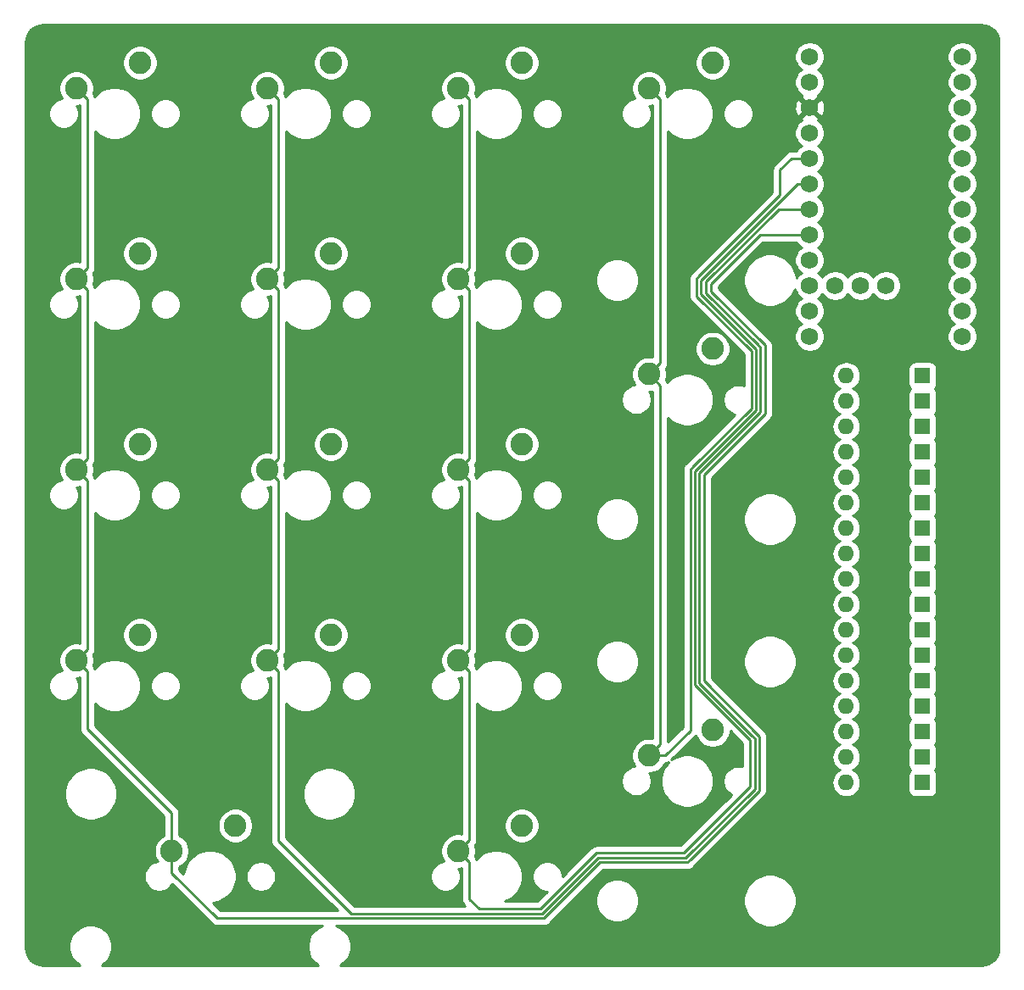
<source format=gtl>
G04 #@! TF.GenerationSoftware,KiCad,Pcbnew,(5.1.4)-1*
G04 #@! TF.CreationDate,2023-04-29T19:21:49-04:00*
G04 #@! TF.ProjectId,Rev 1,52657620-312e-46b6-9963-61645f706362,rev?*
G04 #@! TF.SameCoordinates,Original*
G04 #@! TF.FileFunction,Copper,L1,Top*
G04 #@! TF.FilePolarity,Positive*
%FSLAX46Y46*%
G04 Gerber Fmt 4.6, Leading zero omitted, Abs format (unit mm)*
G04 Created by KiCad (PCBNEW (5.1.4)-1) date 2023-04-29 19:21:49*
%MOMM*%
%LPD*%
G04 APERTURE LIST*
%ADD10C,2.250000*%
%ADD11C,1.752600*%
%ADD12R,1.600000X1.600000*%
%ADD13O,1.600000X1.600000*%
%ADD14C,0.254000*%
G04 APERTURE END LIST*
D10*
X100965000Y-35401250D03*
X94615000Y-37941250D03*
X43815000Y-54451250D03*
X37465000Y-56991250D03*
X94615000Y-66516250D03*
X100965000Y-63976250D03*
X53340000Y-111601250D03*
X46990000Y-114141250D03*
D11*
X118268750Y-57658000D03*
X115728750Y-57658000D03*
X113188750Y-57658000D03*
X125888750Y-34798000D03*
X110648750Y-62738000D03*
X125888750Y-37338000D03*
X125888750Y-39878000D03*
X125888750Y-42418000D03*
X125888750Y-44958000D03*
X125888750Y-47498000D03*
X125888750Y-50038000D03*
X125888750Y-52578000D03*
X125888750Y-55118000D03*
X125888750Y-57658000D03*
X125888750Y-60198000D03*
X125888750Y-62738000D03*
X110648750Y-60198000D03*
X110648750Y-57658000D03*
X110648750Y-55118000D03*
X110648750Y-52578000D03*
X110648750Y-50038000D03*
X110648750Y-47498000D03*
X110648750Y-44958000D03*
X110648750Y-42418000D03*
X110648750Y-39878000D03*
X110648750Y-37338000D03*
X110648750Y-34798000D03*
D10*
X81915000Y-111601250D03*
X75565000Y-114141250D03*
X94615000Y-104616250D03*
X100965000Y-102076250D03*
X81915000Y-92551250D03*
X75565000Y-95091250D03*
X62865000Y-92551250D03*
X56515000Y-95091250D03*
X43815000Y-92551250D03*
X37465000Y-95091250D03*
X81915000Y-73501250D03*
X75565000Y-76041250D03*
X62865000Y-73501250D03*
X56515000Y-76041250D03*
X43815000Y-73501250D03*
X37465000Y-76041250D03*
X81915000Y-54451250D03*
X75565000Y-56991250D03*
X62865000Y-54451250D03*
X56515000Y-56991250D03*
X81915000Y-35401250D03*
X75565000Y-37941250D03*
X62865000Y-35401250D03*
X56515000Y-37941250D03*
X43815000Y-35401250D03*
X37465000Y-37941250D03*
D12*
X121920000Y-104775000D03*
D13*
X114300000Y-104775000D03*
D12*
X121920000Y-102235000D03*
D13*
X114300000Y-102235000D03*
D12*
X121920000Y-107315000D03*
D13*
X114300000Y-107315000D03*
D12*
X121920000Y-94615000D03*
D13*
X114300000Y-94615000D03*
D12*
X121920000Y-97155000D03*
D13*
X114300000Y-97155000D03*
D12*
X121920000Y-99695000D03*
D13*
X114300000Y-99695000D03*
D12*
X121920000Y-86995000D03*
D13*
X114300000Y-86995000D03*
D12*
X121920000Y-89535000D03*
D13*
X114300000Y-89535000D03*
D12*
X121920000Y-92075000D03*
D13*
X114300000Y-92075000D03*
D12*
X121920000Y-76835000D03*
D13*
X114300000Y-76835000D03*
D12*
X121920000Y-79375000D03*
D13*
X114300000Y-79375000D03*
D12*
X121920000Y-81915000D03*
D13*
X114300000Y-81915000D03*
D12*
X121920000Y-84455000D03*
D13*
X114300000Y-84455000D03*
D12*
X121920000Y-66675000D03*
D13*
X114300000Y-66675000D03*
D12*
X121920000Y-69215000D03*
D13*
X114300000Y-69215000D03*
D12*
X121920000Y-71755000D03*
D13*
X114300000Y-71755000D03*
D12*
X121920000Y-74295000D03*
D13*
X114300000Y-74295000D03*
D14*
X38589999Y-55866251D02*
X37465000Y-56991250D01*
X38589999Y-39066249D02*
X38589999Y-55866251D01*
X37465000Y-37941250D02*
X38589999Y-39066249D01*
X38589999Y-74916251D02*
X37465000Y-76041250D01*
X38589999Y-58116249D02*
X38589999Y-74916251D01*
X37465000Y-56991250D02*
X38589999Y-58116249D01*
X38589999Y-93966251D02*
X37465000Y-95091250D01*
X38589999Y-77166249D02*
X38589999Y-93966251D01*
X37465000Y-76041250D02*
X38589999Y-77166249D01*
X46990000Y-110363000D02*
X46990000Y-114141250D01*
X37465000Y-95091250D02*
X37465000Y-96012000D01*
X98462335Y-115262010D02*
X98728288Y-114996056D01*
X105615021Y-103056000D02*
X105615019Y-102679886D01*
X105678132Y-52578000D02*
X110648750Y-52578000D01*
X100095020Y-76576112D02*
X106191020Y-70480114D01*
X84135057Y-120850010D02*
X89723056Y-115262010D01*
X106191020Y-70480114D02*
X106191020Y-64007999D01*
X51533826Y-120850010D02*
X84135057Y-120850010D01*
X46990000Y-114141250D02*
X46990000Y-116306184D01*
X46990000Y-116306184D02*
X51533826Y-120850010D01*
X98728288Y-114996056D02*
X105615021Y-108109325D01*
X105615021Y-108109325D02*
X105615021Y-103056000D01*
X105615019Y-102679886D02*
X100095020Y-97159888D01*
X100784010Y-58224878D02*
X100784010Y-57472122D01*
X100784010Y-57472122D02*
X105678132Y-52578000D01*
X100095020Y-97159888D02*
X100095020Y-76576112D01*
X106191020Y-64007999D02*
X106191018Y-63631885D01*
X89723056Y-115262010D02*
X98462335Y-115262010D01*
X106191018Y-63631885D02*
X100784010Y-58224878D01*
X38589999Y-101962999D02*
X46990000Y-110363000D01*
X38589999Y-96216249D02*
X38589999Y-101962999D01*
X37465000Y-95091250D02*
X38589999Y-96216249D01*
X57639999Y-55866251D02*
X56515000Y-56991250D01*
X57639999Y-39066249D02*
X57639999Y-55866251D01*
X56515000Y-37941250D02*
X57639999Y-39066249D01*
X57639999Y-74916251D02*
X56515000Y-76041250D01*
X57639999Y-58116249D02*
X57639999Y-74916251D01*
X56515000Y-56991250D02*
X57639999Y-58116249D01*
X57639999Y-93966251D02*
X56515000Y-95091250D01*
X57639999Y-77166249D02*
X57639999Y-93966251D01*
X56515000Y-76041250D02*
X57639999Y-77166249D01*
X57639999Y-96216249D02*
X57639999Y-113138999D01*
X56515000Y-95091250D02*
X57639999Y-96216249D01*
X57639999Y-113138999D02*
X64897000Y-120396000D01*
X64897000Y-120396000D02*
X83947000Y-120396000D01*
X83947000Y-120396000D02*
X89535000Y-114808000D01*
X105161011Y-102867944D02*
X104895057Y-102601991D01*
X105161011Y-107921268D02*
X105161011Y-102867944D01*
X89535000Y-114808000D02*
X98274278Y-114808000D01*
X98274278Y-114808000D02*
X105161011Y-107921268D01*
X104895057Y-102601991D02*
X99641010Y-97347944D01*
X105737010Y-63819943D02*
X105471056Y-63553990D01*
X105737010Y-70292057D02*
X105737010Y-63819943D01*
X99641010Y-97347944D02*
X99641010Y-76388056D01*
X99641010Y-76388056D02*
X105737010Y-70292057D01*
X100330000Y-58412934D02*
X100330000Y-57284066D01*
X105471056Y-63553990D02*
X100330000Y-58412934D01*
X107576066Y-50038000D02*
X110648750Y-50038000D01*
X100330000Y-57284066D02*
X107576066Y-50038000D01*
X76689999Y-55866251D02*
X75565000Y-56991250D01*
X76689999Y-39066249D02*
X76689999Y-55866251D01*
X75565000Y-37941250D02*
X76689999Y-39066249D01*
X76689999Y-74916251D02*
X75565000Y-76041250D01*
X76689999Y-58116249D02*
X76689999Y-74916251D01*
X75565000Y-56991250D02*
X76689999Y-58116249D01*
X76689999Y-93966251D02*
X75565000Y-95091250D01*
X76689999Y-77166249D02*
X76689999Y-93966251D01*
X75565000Y-76041250D02*
X76689999Y-77166249D01*
X76689999Y-113016251D02*
X75565000Y-114141250D01*
X76689999Y-96216249D02*
X76689999Y-113016251D01*
X75565000Y-95091250D02*
X76689999Y-96216249D01*
X109093000Y-47814475D02*
X109409475Y-47498000D01*
X89346943Y-114353990D02*
X98086222Y-114353990D01*
X77650990Y-119941990D02*
X83758944Y-119941990D01*
X109409475Y-47498000D02*
X110648750Y-47498000D01*
X83758944Y-119941990D02*
X89346943Y-114353990D01*
X76689999Y-118980999D02*
X77650990Y-119941990D01*
X109093000Y-47879000D02*
X109093000Y-47814475D01*
X99822000Y-58547000D02*
X99822000Y-57150000D01*
X75565000Y-114141250D02*
X76689999Y-115266249D01*
X76689999Y-115266249D02*
X76689999Y-118980999D01*
X99822000Y-57150000D02*
X109093000Y-47879000D01*
X98086222Y-114353990D02*
X104707001Y-107733211D01*
X104707001Y-107733211D02*
X104707001Y-103056001D01*
X99187000Y-76200000D02*
X105283000Y-70104000D01*
X104707001Y-103056001D02*
X99187000Y-97536000D01*
X99187000Y-97536000D02*
X99187000Y-76200000D01*
X105283000Y-64008000D02*
X99822000Y-58547000D01*
X105283000Y-70104000D02*
X105283000Y-64008000D01*
X95739999Y-65391251D02*
X94615000Y-66516250D01*
X94615000Y-37941250D02*
X95739999Y-39066249D01*
X95739999Y-103491251D02*
X94615000Y-104616250D01*
X95739999Y-67641249D02*
X95739999Y-103491251D01*
X94615000Y-66516250D02*
X95739999Y-67641249D01*
X95739999Y-39066249D02*
X95739999Y-65391251D01*
X107696000Y-46101000D02*
X108839000Y-44958000D01*
X108839000Y-44958000D02*
X110648750Y-44958000D01*
X99633944Y-56695990D02*
X107696000Y-48633934D01*
X99367990Y-56961943D02*
X99633944Y-56695990D01*
X99367990Y-58735057D02*
X99367990Y-56961943D01*
X104828990Y-64196056D02*
X99367990Y-58735057D01*
X96205990Y-104616250D02*
X98732990Y-102089250D01*
X107696000Y-48633934D02*
X107696000Y-46101000D01*
X94615000Y-104616250D02*
X96205990Y-104616250D01*
X98732990Y-102089250D02*
X98732990Y-76011943D01*
X98732990Y-76011943D02*
X98998944Y-75745990D01*
X98998944Y-75745990D02*
X104828990Y-69915944D01*
X104828990Y-69915944D02*
X104828990Y-64196056D01*
G36*
X128127460Y-31652136D02*
G01*
X128448460Y-31749051D01*
X128744525Y-31906471D01*
X129004373Y-32118399D01*
X129218108Y-32376760D01*
X129377588Y-32671714D01*
X129476744Y-32992032D01*
X129515001Y-33356022D01*
X129515000Y-123792721D01*
X129479114Y-124158710D01*
X129382198Y-124479712D01*
X129224779Y-124775775D01*
X129012851Y-125035623D01*
X128754492Y-125249356D01*
X128459536Y-125408838D01*
X128139219Y-125507993D01*
X127775229Y-125546250D01*
X63778728Y-125546250D01*
X64082532Y-125343254D01*
X64383254Y-125042532D01*
X64619531Y-124688920D01*
X64782280Y-124296007D01*
X64865250Y-123878893D01*
X64865250Y-123453607D01*
X64782280Y-123036493D01*
X64619531Y-122643580D01*
X64383254Y-122289968D01*
X64082532Y-121989246D01*
X63728920Y-121752969D01*
X63388613Y-121612010D01*
X84097634Y-121612010D01*
X84135057Y-121615696D01*
X84172480Y-121612010D01*
X84172483Y-121612010D01*
X84284435Y-121600984D01*
X84428072Y-121557412D01*
X84560449Y-121486655D01*
X84676479Y-121391432D01*
X84700341Y-121362356D01*
X87181089Y-118881607D01*
X89281000Y-118881607D01*
X89281000Y-119306893D01*
X89363970Y-119724007D01*
X89526719Y-120116920D01*
X89762996Y-120470532D01*
X90063718Y-120771254D01*
X90417330Y-121007531D01*
X90810243Y-121170280D01*
X91227357Y-121253250D01*
X91652643Y-121253250D01*
X92069757Y-121170280D01*
X92462670Y-121007531D01*
X92816282Y-120771254D01*
X93117004Y-120470532D01*
X93353281Y-120116920D01*
X93516030Y-119724007D01*
X93599000Y-119306893D01*
X93599000Y-118881607D01*
X93589795Y-118835326D01*
X104051100Y-118835326D01*
X104051100Y-119353174D01*
X104152127Y-119861072D01*
X104350299Y-120339501D01*
X104638000Y-120770076D01*
X105004174Y-121136250D01*
X105434749Y-121423951D01*
X105913178Y-121622123D01*
X106421076Y-121723150D01*
X106938924Y-121723150D01*
X107446822Y-121622123D01*
X107925251Y-121423951D01*
X108355826Y-121136250D01*
X108722000Y-120770076D01*
X109009701Y-120339501D01*
X109207873Y-119861072D01*
X109308900Y-119353174D01*
X109308900Y-118835326D01*
X109207873Y-118327428D01*
X109009701Y-117848999D01*
X108722000Y-117418424D01*
X108355826Y-117052250D01*
X107925251Y-116764549D01*
X107446822Y-116566377D01*
X106938924Y-116465350D01*
X106421076Y-116465350D01*
X105913178Y-116566377D01*
X105434749Y-116764549D01*
X105004174Y-117052250D01*
X104638000Y-117418424D01*
X104350299Y-117848999D01*
X104152127Y-118327428D01*
X104051100Y-118835326D01*
X93589795Y-118835326D01*
X93516030Y-118464493D01*
X93353281Y-118071580D01*
X93117004Y-117717968D01*
X92816282Y-117417246D01*
X92462670Y-117180969D01*
X92069757Y-117018220D01*
X91652643Y-116935250D01*
X91227357Y-116935250D01*
X90810243Y-117018220D01*
X90417330Y-117180969D01*
X90063718Y-117417246D01*
X89762996Y-117717968D01*
X89526719Y-118071580D01*
X89363970Y-118464493D01*
X89281000Y-118881607D01*
X87181089Y-118881607D01*
X90038686Y-116024010D01*
X98424913Y-116024010D01*
X98462336Y-116027696D01*
X98499759Y-116024010D01*
X98499761Y-116024010D01*
X98611713Y-116012984D01*
X98755350Y-115969412D01*
X98887727Y-115898655D01*
X99003757Y-115803432D01*
X99027620Y-115774355D01*
X99293568Y-115508406D01*
X106127374Y-108674603D01*
X106156443Y-108650747D01*
X106232630Y-108557913D01*
X106251666Y-108534718D01*
X106290165Y-108462690D01*
X106322423Y-108402340D01*
X106365995Y-108258703D01*
X106377021Y-108146751D01*
X106377021Y-108146748D01*
X106380707Y-108109325D01*
X106377021Y-108071902D01*
X106377021Y-103018569D01*
X106377018Y-102717314D01*
X106380705Y-102679886D01*
X106369939Y-102570577D01*
X106365992Y-102530505D01*
X106339311Y-102442551D01*
X106322420Y-102386870D01*
X106251664Y-102254493D01*
X106180298Y-102167534D01*
X106180292Y-102167528D01*
X106156438Y-102138462D01*
X106127374Y-102114610D01*
X100857020Y-96844258D01*
X100857020Y-94959326D01*
X104051100Y-94959326D01*
X104051100Y-95477174D01*
X104152127Y-95985072D01*
X104350299Y-96463501D01*
X104638000Y-96894076D01*
X105004174Y-97260250D01*
X105434749Y-97547951D01*
X105913178Y-97746123D01*
X106421076Y-97847150D01*
X106938924Y-97847150D01*
X107446822Y-97746123D01*
X107925251Y-97547951D01*
X108355826Y-97260250D01*
X108722000Y-96894076D01*
X109009701Y-96463501D01*
X109207873Y-95985072D01*
X109308900Y-95477174D01*
X109308900Y-94959326D01*
X109207873Y-94451428D01*
X109009701Y-93972999D01*
X108722000Y-93542424D01*
X108355826Y-93176250D01*
X107925251Y-92888549D01*
X107446822Y-92690377D01*
X106938924Y-92589350D01*
X106421076Y-92589350D01*
X105913178Y-92690377D01*
X105434749Y-92888549D01*
X105004174Y-93176250D01*
X104638000Y-93542424D01*
X104350299Y-93972999D01*
X104152127Y-94451428D01*
X104051100Y-94959326D01*
X100857020Y-94959326D01*
X100857020Y-80735326D01*
X104051100Y-80735326D01*
X104051100Y-81253174D01*
X104152127Y-81761072D01*
X104350299Y-82239501D01*
X104638000Y-82670076D01*
X105004174Y-83036250D01*
X105434749Y-83323951D01*
X105913178Y-83522123D01*
X106421076Y-83623150D01*
X106938924Y-83623150D01*
X107446822Y-83522123D01*
X107925251Y-83323951D01*
X108355826Y-83036250D01*
X108722000Y-82670076D01*
X109009701Y-82239501D01*
X109207873Y-81761072D01*
X109308900Y-81253174D01*
X109308900Y-80735326D01*
X109207873Y-80227428D01*
X109009701Y-79748999D01*
X108722000Y-79318424D01*
X108355826Y-78952250D01*
X107925251Y-78664549D01*
X107446822Y-78466377D01*
X106938924Y-78365350D01*
X106421076Y-78365350D01*
X105913178Y-78466377D01*
X105434749Y-78664549D01*
X105004174Y-78952250D01*
X104638000Y-79318424D01*
X104350299Y-79748999D01*
X104152127Y-80227428D01*
X104051100Y-80735326D01*
X100857020Y-80735326D01*
X100857020Y-76891742D01*
X106703373Y-71045392D01*
X106732442Y-71021536D01*
X106760708Y-70987094D01*
X106827664Y-70905508D01*
X106898421Y-70773131D01*
X106898422Y-70773128D01*
X106941994Y-70629492D01*
X106953020Y-70517540D01*
X106953020Y-70517538D01*
X106956706Y-70480115D01*
X106953020Y-70442692D01*
X106953020Y-66675000D01*
X112858057Y-66675000D01*
X112885764Y-66956309D01*
X112967818Y-67226808D01*
X113101068Y-67476101D01*
X113280392Y-67694608D01*
X113498899Y-67873932D01*
X113631858Y-67945000D01*
X113498899Y-68016068D01*
X113280392Y-68195392D01*
X113101068Y-68413899D01*
X112967818Y-68663192D01*
X112885764Y-68933691D01*
X112858057Y-69215000D01*
X112885764Y-69496309D01*
X112967818Y-69766808D01*
X113101068Y-70016101D01*
X113280392Y-70234608D01*
X113498899Y-70413932D01*
X113631858Y-70485000D01*
X113498899Y-70556068D01*
X113280392Y-70735392D01*
X113101068Y-70953899D01*
X112967818Y-71203192D01*
X112885764Y-71473691D01*
X112858057Y-71755000D01*
X112885764Y-72036309D01*
X112967818Y-72306808D01*
X113101068Y-72556101D01*
X113280392Y-72774608D01*
X113498899Y-72953932D01*
X113631858Y-73025000D01*
X113498899Y-73096068D01*
X113280392Y-73275392D01*
X113101068Y-73493899D01*
X112967818Y-73743192D01*
X112885764Y-74013691D01*
X112858057Y-74295000D01*
X112885764Y-74576309D01*
X112967818Y-74846808D01*
X113101068Y-75096101D01*
X113280392Y-75314608D01*
X113498899Y-75493932D01*
X113631858Y-75565000D01*
X113498899Y-75636068D01*
X113280392Y-75815392D01*
X113101068Y-76033899D01*
X112967818Y-76283192D01*
X112885764Y-76553691D01*
X112858057Y-76835000D01*
X112885764Y-77116309D01*
X112967818Y-77386808D01*
X113101068Y-77636101D01*
X113280392Y-77854608D01*
X113498899Y-78033932D01*
X113631858Y-78105000D01*
X113498899Y-78176068D01*
X113280392Y-78355392D01*
X113101068Y-78573899D01*
X112967818Y-78823192D01*
X112885764Y-79093691D01*
X112858057Y-79375000D01*
X112885764Y-79656309D01*
X112967818Y-79926808D01*
X113101068Y-80176101D01*
X113280392Y-80394608D01*
X113498899Y-80573932D01*
X113631858Y-80645000D01*
X113498899Y-80716068D01*
X113280392Y-80895392D01*
X113101068Y-81113899D01*
X112967818Y-81363192D01*
X112885764Y-81633691D01*
X112858057Y-81915000D01*
X112885764Y-82196309D01*
X112967818Y-82466808D01*
X113101068Y-82716101D01*
X113280392Y-82934608D01*
X113498899Y-83113932D01*
X113631858Y-83185000D01*
X113498899Y-83256068D01*
X113280392Y-83435392D01*
X113101068Y-83653899D01*
X112967818Y-83903192D01*
X112885764Y-84173691D01*
X112858057Y-84455000D01*
X112885764Y-84736309D01*
X112967818Y-85006808D01*
X113101068Y-85256101D01*
X113280392Y-85474608D01*
X113498899Y-85653932D01*
X113631858Y-85725000D01*
X113498899Y-85796068D01*
X113280392Y-85975392D01*
X113101068Y-86193899D01*
X112967818Y-86443192D01*
X112885764Y-86713691D01*
X112858057Y-86995000D01*
X112885764Y-87276309D01*
X112967818Y-87546808D01*
X113101068Y-87796101D01*
X113280392Y-88014608D01*
X113498899Y-88193932D01*
X113631858Y-88265000D01*
X113498899Y-88336068D01*
X113280392Y-88515392D01*
X113101068Y-88733899D01*
X112967818Y-88983192D01*
X112885764Y-89253691D01*
X112858057Y-89535000D01*
X112885764Y-89816309D01*
X112967818Y-90086808D01*
X113101068Y-90336101D01*
X113280392Y-90554608D01*
X113498899Y-90733932D01*
X113631858Y-90805000D01*
X113498899Y-90876068D01*
X113280392Y-91055392D01*
X113101068Y-91273899D01*
X112967818Y-91523192D01*
X112885764Y-91793691D01*
X112858057Y-92075000D01*
X112885764Y-92356309D01*
X112967818Y-92626808D01*
X113101068Y-92876101D01*
X113280392Y-93094608D01*
X113498899Y-93273932D01*
X113631858Y-93345000D01*
X113498899Y-93416068D01*
X113280392Y-93595392D01*
X113101068Y-93813899D01*
X112967818Y-94063192D01*
X112885764Y-94333691D01*
X112858057Y-94615000D01*
X112885764Y-94896309D01*
X112967818Y-95166808D01*
X113101068Y-95416101D01*
X113280392Y-95634608D01*
X113498899Y-95813932D01*
X113631858Y-95885000D01*
X113498899Y-95956068D01*
X113280392Y-96135392D01*
X113101068Y-96353899D01*
X112967818Y-96603192D01*
X112885764Y-96873691D01*
X112858057Y-97155000D01*
X112885764Y-97436309D01*
X112967818Y-97706808D01*
X113101068Y-97956101D01*
X113280392Y-98174608D01*
X113498899Y-98353932D01*
X113631858Y-98425000D01*
X113498899Y-98496068D01*
X113280392Y-98675392D01*
X113101068Y-98893899D01*
X112967818Y-99143192D01*
X112885764Y-99413691D01*
X112858057Y-99695000D01*
X112885764Y-99976309D01*
X112967818Y-100246808D01*
X113101068Y-100496101D01*
X113280392Y-100714608D01*
X113498899Y-100893932D01*
X113631858Y-100965000D01*
X113498899Y-101036068D01*
X113280392Y-101215392D01*
X113101068Y-101433899D01*
X112967818Y-101683192D01*
X112885764Y-101953691D01*
X112858057Y-102235000D01*
X112885764Y-102516309D01*
X112967818Y-102786808D01*
X113101068Y-103036101D01*
X113280392Y-103254608D01*
X113498899Y-103433932D01*
X113631858Y-103505000D01*
X113498899Y-103576068D01*
X113280392Y-103755392D01*
X113101068Y-103973899D01*
X112967818Y-104223192D01*
X112885764Y-104493691D01*
X112858057Y-104775000D01*
X112885764Y-105056309D01*
X112967818Y-105326808D01*
X113101068Y-105576101D01*
X113280392Y-105794608D01*
X113498899Y-105973932D01*
X113631858Y-106045000D01*
X113498899Y-106116068D01*
X113280392Y-106295392D01*
X113101068Y-106513899D01*
X112967818Y-106763192D01*
X112885764Y-107033691D01*
X112858057Y-107315000D01*
X112885764Y-107596309D01*
X112967818Y-107866808D01*
X113101068Y-108116101D01*
X113280392Y-108334608D01*
X113498899Y-108513932D01*
X113748192Y-108647182D01*
X114018691Y-108729236D01*
X114229508Y-108750000D01*
X114370492Y-108750000D01*
X114581309Y-108729236D01*
X114851808Y-108647182D01*
X115101101Y-108513932D01*
X115319608Y-108334608D01*
X115498932Y-108116101D01*
X115632182Y-107866808D01*
X115714236Y-107596309D01*
X115741943Y-107315000D01*
X115714236Y-107033691D01*
X115632182Y-106763192D01*
X115498932Y-106513899D01*
X115319608Y-106295392D01*
X115101101Y-106116068D01*
X114968142Y-106045000D01*
X115101101Y-105973932D01*
X115319608Y-105794608D01*
X115498932Y-105576101D01*
X115632182Y-105326808D01*
X115714236Y-105056309D01*
X115741943Y-104775000D01*
X115714236Y-104493691D01*
X115632182Y-104223192D01*
X115498932Y-103973899D01*
X115319608Y-103755392D01*
X115101101Y-103576068D01*
X114968142Y-103505000D01*
X115101101Y-103433932D01*
X115319608Y-103254608D01*
X115498932Y-103036101D01*
X115632182Y-102786808D01*
X115714236Y-102516309D01*
X115741943Y-102235000D01*
X115714236Y-101953691D01*
X115632182Y-101683192D01*
X115498932Y-101433899D01*
X115319608Y-101215392D01*
X115101101Y-101036068D01*
X114968142Y-100965000D01*
X115101101Y-100893932D01*
X115319608Y-100714608D01*
X115498932Y-100496101D01*
X115632182Y-100246808D01*
X115714236Y-99976309D01*
X115741943Y-99695000D01*
X115714236Y-99413691D01*
X115632182Y-99143192D01*
X115498932Y-98893899D01*
X115319608Y-98675392D01*
X115101101Y-98496068D01*
X114968142Y-98425000D01*
X115101101Y-98353932D01*
X115319608Y-98174608D01*
X115498932Y-97956101D01*
X115632182Y-97706808D01*
X115714236Y-97436309D01*
X115741943Y-97155000D01*
X115714236Y-96873691D01*
X115632182Y-96603192D01*
X115498932Y-96353899D01*
X115319608Y-96135392D01*
X115101101Y-95956068D01*
X114968142Y-95885000D01*
X115101101Y-95813932D01*
X115319608Y-95634608D01*
X115498932Y-95416101D01*
X115632182Y-95166808D01*
X115714236Y-94896309D01*
X115741943Y-94615000D01*
X115714236Y-94333691D01*
X115632182Y-94063192D01*
X115498932Y-93813899D01*
X115319608Y-93595392D01*
X115101101Y-93416068D01*
X114968142Y-93345000D01*
X115101101Y-93273932D01*
X115319608Y-93094608D01*
X115498932Y-92876101D01*
X115632182Y-92626808D01*
X115714236Y-92356309D01*
X115741943Y-92075000D01*
X115714236Y-91793691D01*
X115632182Y-91523192D01*
X115498932Y-91273899D01*
X115319608Y-91055392D01*
X115101101Y-90876068D01*
X114968142Y-90805000D01*
X115101101Y-90733932D01*
X115319608Y-90554608D01*
X115498932Y-90336101D01*
X115632182Y-90086808D01*
X115714236Y-89816309D01*
X115741943Y-89535000D01*
X115714236Y-89253691D01*
X115632182Y-88983192D01*
X115498932Y-88733899D01*
X115319608Y-88515392D01*
X115101101Y-88336068D01*
X114968142Y-88265000D01*
X115101101Y-88193932D01*
X115319608Y-88014608D01*
X115498932Y-87796101D01*
X115632182Y-87546808D01*
X115714236Y-87276309D01*
X115741943Y-86995000D01*
X115714236Y-86713691D01*
X115632182Y-86443192D01*
X115498932Y-86193899D01*
X115319608Y-85975392D01*
X115101101Y-85796068D01*
X114968142Y-85725000D01*
X115101101Y-85653932D01*
X115319608Y-85474608D01*
X115498932Y-85256101D01*
X115632182Y-85006808D01*
X115714236Y-84736309D01*
X115741943Y-84455000D01*
X115714236Y-84173691D01*
X115632182Y-83903192D01*
X115498932Y-83653899D01*
X115319608Y-83435392D01*
X115101101Y-83256068D01*
X114968142Y-83185000D01*
X115101101Y-83113932D01*
X115319608Y-82934608D01*
X115498932Y-82716101D01*
X115632182Y-82466808D01*
X115714236Y-82196309D01*
X115741943Y-81915000D01*
X115714236Y-81633691D01*
X115632182Y-81363192D01*
X115498932Y-81113899D01*
X115319608Y-80895392D01*
X115101101Y-80716068D01*
X114968142Y-80645000D01*
X115101101Y-80573932D01*
X115319608Y-80394608D01*
X115498932Y-80176101D01*
X115632182Y-79926808D01*
X115714236Y-79656309D01*
X115741943Y-79375000D01*
X115714236Y-79093691D01*
X115632182Y-78823192D01*
X115498932Y-78573899D01*
X115319608Y-78355392D01*
X115101101Y-78176068D01*
X114968142Y-78105000D01*
X115101101Y-78033932D01*
X115319608Y-77854608D01*
X115498932Y-77636101D01*
X115632182Y-77386808D01*
X115714236Y-77116309D01*
X115741943Y-76835000D01*
X115714236Y-76553691D01*
X115632182Y-76283192D01*
X115498932Y-76033899D01*
X115319608Y-75815392D01*
X115101101Y-75636068D01*
X114968142Y-75565000D01*
X115101101Y-75493932D01*
X115319608Y-75314608D01*
X115498932Y-75096101D01*
X115632182Y-74846808D01*
X115714236Y-74576309D01*
X115741943Y-74295000D01*
X115714236Y-74013691D01*
X115632182Y-73743192D01*
X115498932Y-73493899D01*
X115319608Y-73275392D01*
X115101101Y-73096068D01*
X114968142Y-73025000D01*
X115101101Y-72953932D01*
X115319608Y-72774608D01*
X115498932Y-72556101D01*
X115632182Y-72306808D01*
X115714236Y-72036309D01*
X115741943Y-71755000D01*
X115714236Y-71473691D01*
X115632182Y-71203192D01*
X115498932Y-70953899D01*
X115319608Y-70735392D01*
X115101101Y-70556068D01*
X114968142Y-70485000D01*
X115101101Y-70413932D01*
X115319608Y-70234608D01*
X115498932Y-70016101D01*
X115632182Y-69766808D01*
X115714236Y-69496309D01*
X115741943Y-69215000D01*
X115714236Y-68933691D01*
X115632182Y-68663192D01*
X115498932Y-68413899D01*
X115319608Y-68195392D01*
X115101101Y-68016068D01*
X114968142Y-67945000D01*
X115101101Y-67873932D01*
X115319608Y-67694608D01*
X115498932Y-67476101D01*
X115632182Y-67226808D01*
X115714236Y-66956309D01*
X115741943Y-66675000D01*
X115714236Y-66393691D01*
X115632182Y-66123192D01*
X115499521Y-65875000D01*
X120481928Y-65875000D01*
X120481928Y-67475000D01*
X120494188Y-67599482D01*
X120530498Y-67719180D01*
X120589463Y-67829494D01*
X120668815Y-67926185D01*
X120691741Y-67945000D01*
X120668815Y-67963815D01*
X120589463Y-68060506D01*
X120530498Y-68170820D01*
X120494188Y-68290518D01*
X120481928Y-68415000D01*
X120481928Y-70015000D01*
X120494188Y-70139482D01*
X120530498Y-70259180D01*
X120589463Y-70369494D01*
X120668815Y-70466185D01*
X120691741Y-70485000D01*
X120668815Y-70503815D01*
X120589463Y-70600506D01*
X120530498Y-70710820D01*
X120494188Y-70830518D01*
X120481928Y-70955000D01*
X120481928Y-72555000D01*
X120494188Y-72679482D01*
X120530498Y-72799180D01*
X120589463Y-72909494D01*
X120668815Y-73006185D01*
X120691741Y-73025000D01*
X120668815Y-73043815D01*
X120589463Y-73140506D01*
X120530498Y-73250820D01*
X120494188Y-73370518D01*
X120481928Y-73495000D01*
X120481928Y-75095000D01*
X120494188Y-75219482D01*
X120530498Y-75339180D01*
X120589463Y-75449494D01*
X120668815Y-75546185D01*
X120691741Y-75565000D01*
X120668815Y-75583815D01*
X120589463Y-75680506D01*
X120530498Y-75790820D01*
X120494188Y-75910518D01*
X120481928Y-76035000D01*
X120481928Y-77635000D01*
X120494188Y-77759482D01*
X120530498Y-77879180D01*
X120589463Y-77989494D01*
X120668815Y-78086185D01*
X120691741Y-78105000D01*
X120668815Y-78123815D01*
X120589463Y-78220506D01*
X120530498Y-78330820D01*
X120494188Y-78450518D01*
X120481928Y-78575000D01*
X120481928Y-80175000D01*
X120494188Y-80299482D01*
X120530498Y-80419180D01*
X120589463Y-80529494D01*
X120668815Y-80626185D01*
X120691741Y-80645000D01*
X120668815Y-80663815D01*
X120589463Y-80760506D01*
X120530498Y-80870820D01*
X120494188Y-80990518D01*
X120481928Y-81115000D01*
X120481928Y-82715000D01*
X120494188Y-82839482D01*
X120530498Y-82959180D01*
X120589463Y-83069494D01*
X120668815Y-83166185D01*
X120691741Y-83185000D01*
X120668815Y-83203815D01*
X120589463Y-83300506D01*
X120530498Y-83410820D01*
X120494188Y-83530518D01*
X120481928Y-83655000D01*
X120481928Y-85255000D01*
X120494188Y-85379482D01*
X120530498Y-85499180D01*
X120589463Y-85609494D01*
X120668815Y-85706185D01*
X120691741Y-85725000D01*
X120668815Y-85743815D01*
X120589463Y-85840506D01*
X120530498Y-85950820D01*
X120494188Y-86070518D01*
X120481928Y-86195000D01*
X120481928Y-87795000D01*
X120494188Y-87919482D01*
X120530498Y-88039180D01*
X120589463Y-88149494D01*
X120668815Y-88246185D01*
X120691741Y-88265000D01*
X120668815Y-88283815D01*
X120589463Y-88380506D01*
X120530498Y-88490820D01*
X120494188Y-88610518D01*
X120481928Y-88735000D01*
X120481928Y-90335000D01*
X120494188Y-90459482D01*
X120530498Y-90579180D01*
X120589463Y-90689494D01*
X120668815Y-90786185D01*
X120691741Y-90805000D01*
X120668815Y-90823815D01*
X120589463Y-90920506D01*
X120530498Y-91030820D01*
X120494188Y-91150518D01*
X120481928Y-91275000D01*
X120481928Y-92875000D01*
X120494188Y-92999482D01*
X120530498Y-93119180D01*
X120589463Y-93229494D01*
X120668815Y-93326185D01*
X120691741Y-93345000D01*
X120668815Y-93363815D01*
X120589463Y-93460506D01*
X120530498Y-93570820D01*
X120494188Y-93690518D01*
X120481928Y-93815000D01*
X120481928Y-95415000D01*
X120494188Y-95539482D01*
X120530498Y-95659180D01*
X120589463Y-95769494D01*
X120668815Y-95866185D01*
X120691741Y-95885000D01*
X120668815Y-95903815D01*
X120589463Y-96000506D01*
X120530498Y-96110820D01*
X120494188Y-96230518D01*
X120481928Y-96355000D01*
X120481928Y-97955000D01*
X120494188Y-98079482D01*
X120530498Y-98199180D01*
X120589463Y-98309494D01*
X120668815Y-98406185D01*
X120691741Y-98425000D01*
X120668815Y-98443815D01*
X120589463Y-98540506D01*
X120530498Y-98650820D01*
X120494188Y-98770518D01*
X120481928Y-98895000D01*
X120481928Y-100495000D01*
X120494188Y-100619482D01*
X120530498Y-100739180D01*
X120589463Y-100849494D01*
X120668815Y-100946185D01*
X120691741Y-100965000D01*
X120668815Y-100983815D01*
X120589463Y-101080506D01*
X120530498Y-101190820D01*
X120494188Y-101310518D01*
X120481928Y-101435000D01*
X120481928Y-103035000D01*
X120494188Y-103159482D01*
X120530498Y-103279180D01*
X120589463Y-103389494D01*
X120668815Y-103486185D01*
X120691741Y-103505000D01*
X120668815Y-103523815D01*
X120589463Y-103620506D01*
X120530498Y-103730820D01*
X120494188Y-103850518D01*
X120481928Y-103975000D01*
X120481928Y-105575000D01*
X120494188Y-105699482D01*
X120530498Y-105819180D01*
X120589463Y-105929494D01*
X120668815Y-106026185D01*
X120691741Y-106045000D01*
X120668815Y-106063815D01*
X120589463Y-106160506D01*
X120530498Y-106270820D01*
X120494188Y-106390518D01*
X120481928Y-106515000D01*
X120481928Y-108115000D01*
X120494188Y-108239482D01*
X120530498Y-108359180D01*
X120589463Y-108469494D01*
X120668815Y-108566185D01*
X120765506Y-108645537D01*
X120875820Y-108704502D01*
X120995518Y-108740812D01*
X121120000Y-108753072D01*
X122720000Y-108753072D01*
X122844482Y-108740812D01*
X122964180Y-108704502D01*
X123074494Y-108645537D01*
X123171185Y-108566185D01*
X123250537Y-108469494D01*
X123309502Y-108359180D01*
X123345812Y-108239482D01*
X123358072Y-108115000D01*
X123358072Y-106515000D01*
X123345812Y-106390518D01*
X123309502Y-106270820D01*
X123250537Y-106160506D01*
X123171185Y-106063815D01*
X123148259Y-106045000D01*
X123171185Y-106026185D01*
X123250537Y-105929494D01*
X123309502Y-105819180D01*
X123345812Y-105699482D01*
X123358072Y-105575000D01*
X123358072Y-103975000D01*
X123345812Y-103850518D01*
X123309502Y-103730820D01*
X123250537Y-103620506D01*
X123171185Y-103523815D01*
X123148259Y-103505000D01*
X123171185Y-103486185D01*
X123250537Y-103389494D01*
X123309502Y-103279180D01*
X123345812Y-103159482D01*
X123358072Y-103035000D01*
X123358072Y-101435000D01*
X123345812Y-101310518D01*
X123309502Y-101190820D01*
X123250537Y-101080506D01*
X123171185Y-100983815D01*
X123148259Y-100965000D01*
X123171185Y-100946185D01*
X123250537Y-100849494D01*
X123309502Y-100739180D01*
X123345812Y-100619482D01*
X123358072Y-100495000D01*
X123358072Y-98895000D01*
X123345812Y-98770518D01*
X123309502Y-98650820D01*
X123250537Y-98540506D01*
X123171185Y-98443815D01*
X123148259Y-98425000D01*
X123171185Y-98406185D01*
X123250537Y-98309494D01*
X123309502Y-98199180D01*
X123345812Y-98079482D01*
X123358072Y-97955000D01*
X123358072Y-96355000D01*
X123345812Y-96230518D01*
X123309502Y-96110820D01*
X123250537Y-96000506D01*
X123171185Y-95903815D01*
X123148259Y-95885000D01*
X123171185Y-95866185D01*
X123250537Y-95769494D01*
X123309502Y-95659180D01*
X123345812Y-95539482D01*
X123358072Y-95415000D01*
X123358072Y-93815000D01*
X123345812Y-93690518D01*
X123309502Y-93570820D01*
X123250537Y-93460506D01*
X123171185Y-93363815D01*
X123148259Y-93345000D01*
X123171185Y-93326185D01*
X123250537Y-93229494D01*
X123309502Y-93119180D01*
X123345812Y-92999482D01*
X123358072Y-92875000D01*
X123358072Y-91275000D01*
X123345812Y-91150518D01*
X123309502Y-91030820D01*
X123250537Y-90920506D01*
X123171185Y-90823815D01*
X123148259Y-90805000D01*
X123171185Y-90786185D01*
X123250537Y-90689494D01*
X123309502Y-90579180D01*
X123345812Y-90459482D01*
X123358072Y-90335000D01*
X123358072Y-88735000D01*
X123345812Y-88610518D01*
X123309502Y-88490820D01*
X123250537Y-88380506D01*
X123171185Y-88283815D01*
X123148259Y-88265000D01*
X123171185Y-88246185D01*
X123250537Y-88149494D01*
X123309502Y-88039180D01*
X123345812Y-87919482D01*
X123358072Y-87795000D01*
X123358072Y-86195000D01*
X123345812Y-86070518D01*
X123309502Y-85950820D01*
X123250537Y-85840506D01*
X123171185Y-85743815D01*
X123148259Y-85725000D01*
X123171185Y-85706185D01*
X123250537Y-85609494D01*
X123309502Y-85499180D01*
X123345812Y-85379482D01*
X123358072Y-85255000D01*
X123358072Y-83655000D01*
X123345812Y-83530518D01*
X123309502Y-83410820D01*
X123250537Y-83300506D01*
X123171185Y-83203815D01*
X123148259Y-83185000D01*
X123171185Y-83166185D01*
X123250537Y-83069494D01*
X123309502Y-82959180D01*
X123345812Y-82839482D01*
X123358072Y-82715000D01*
X123358072Y-81115000D01*
X123345812Y-80990518D01*
X123309502Y-80870820D01*
X123250537Y-80760506D01*
X123171185Y-80663815D01*
X123148259Y-80645000D01*
X123171185Y-80626185D01*
X123250537Y-80529494D01*
X123309502Y-80419180D01*
X123345812Y-80299482D01*
X123358072Y-80175000D01*
X123358072Y-78575000D01*
X123345812Y-78450518D01*
X123309502Y-78330820D01*
X123250537Y-78220506D01*
X123171185Y-78123815D01*
X123148259Y-78105000D01*
X123171185Y-78086185D01*
X123250537Y-77989494D01*
X123309502Y-77879180D01*
X123345812Y-77759482D01*
X123358072Y-77635000D01*
X123358072Y-76035000D01*
X123345812Y-75910518D01*
X123309502Y-75790820D01*
X123250537Y-75680506D01*
X123171185Y-75583815D01*
X123148259Y-75565000D01*
X123171185Y-75546185D01*
X123250537Y-75449494D01*
X123309502Y-75339180D01*
X123345812Y-75219482D01*
X123358072Y-75095000D01*
X123358072Y-73495000D01*
X123345812Y-73370518D01*
X123309502Y-73250820D01*
X123250537Y-73140506D01*
X123171185Y-73043815D01*
X123148259Y-73025000D01*
X123171185Y-73006185D01*
X123250537Y-72909494D01*
X123309502Y-72799180D01*
X123345812Y-72679482D01*
X123358072Y-72555000D01*
X123358072Y-70955000D01*
X123345812Y-70830518D01*
X123309502Y-70710820D01*
X123250537Y-70600506D01*
X123171185Y-70503815D01*
X123148259Y-70485000D01*
X123171185Y-70466185D01*
X123250537Y-70369494D01*
X123309502Y-70259180D01*
X123345812Y-70139482D01*
X123358072Y-70015000D01*
X123358072Y-68415000D01*
X123345812Y-68290518D01*
X123309502Y-68170820D01*
X123250537Y-68060506D01*
X123171185Y-67963815D01*
X123148259Y-67945000D01*
X123171185Y-67926185D01*
X123250537Y-67829494D01*
X123309502Y-67719180D01*
X123345812Y-67599482D01*
X123358072Y-67475000D01*
X123358072Y-65875000D01*
X123345812Y-65750518D01*
X123309502Y-65630820D01*
X123250537Y-65520506D01*
X123171185Y-65423815D01*
X123074494Y-65344463D01*
X122964180Y-65285498D01*
X122844482Y-65249188D01*
X122720000Y-65236928D01*
X121120000Y-65236928D01*
X120995518Y-65249188D01*
X120875820Y-65285498D01*
X120765506Y-65344463D01*
X120668815Y-65423815D01*
X120589463Y-65520506D01*
X120530498Y-65630820D01*
X120494188Y-65750518D01*
X120481928Y-65875000D01*
X115499521Y-65875000D01*
X115498932Y-65873899D01*
X115319608Y-65655392D01*
X115101101Y-65476068D01*
X114851808Y-65342818D01*
X114581309Y-65260764D01*
X114370492Y-65240000D01*
X114229508Y-65240000D01*
X114018691Y-65260764D01*
X113748192Y-65342818D01*
X113498899Y-65476068D01*
X113280392Y-65655392D01*
X113101068Y-65873899D01*
X112967818Y-66123192D01*
X112885764Y-66393691D01*
X112858057Y-66675000D01*
X106953020Y-66675000D01*
X106953020Y-63970568D01*
X106953017Y-63669313D01*
X106956704Y-63631884D01*
X106945471Y-63517837D01*
X106941991Y-63482504D01*
X106915310Y-63394550D01*
X106898419Y-63338868D01*
X106827662Y-63206492D01*
X106756297Y-63119533D01*
X106756291Y-63119527D01*
X106732437Y-63090461D01*
X106703373Y-63066609D01*
X101546010Y-57909248D01*
X101546010Y-57787752D01*
X105993762Y-53340000D01*
X109340277Y-53340000D01*
X109474846Y-53541398D01*
X109685352Y-53751904D01*
X109829170Y-53848000D01*
X109685352Y-53944096D01*
X109474846Y-54154602D01*
X109309453Y-54402131D01*
X109195528Y-54677170D01*
X109137450Y-54969150D01*
X109137450Y-55266850D01*
X109195528Y-55558830D01*
X109309453Y-55833869D01*
X109474846Y-56081398D01*
X109685352Y-56291904D01*
X109829170Y-56388000D01*
X109685352Y-56484096D01*
X109474846Y-56694602D01*
X109309453Y-56942131D01*
X109308900Y-56943466D01*
X109308900Y-56859326D01*
X109207873Y-56351428D01*
X109009701Y-55872999D01*
X108722000Y-55442424D01*
X108355826Y-55076250D01*
X107925251Y-54788549D01*
X107446822Y-54590377D01*
X106938924Y-54489350D01*
X106421076Y-54489350D01*
X105913178Y-54590377D01*
X105434749Y-54788549D01*
X105004174Y-55076250D01*
X104638000Y-55442424D01*
X104350299Y-55872999D01*
X104152127Y-56351428D01*
X104051100Y-56859326D01*
X104051100Y-57377174D01*
X104152127Y-57885072D01*
X104350299Y-58363501D01*
X104638000Y-58794076D01*
X105004174Y-59160250D01*
X105434749Y-59447951D01*
X105913178Y-59646123D01*
X106421076Y-59747150D01*
X106938924Y-59747150D01*
X107446822Y-59646123D01*
X107925251Y-59447951D01*
X108355826Y-59160250D01*
X108722000Y-58794076D01*
X109009701Y-58363501D01*
X109170808Y-57974554D01*
X109195528Y-58098830D01*
X109309453Y-58373869D01*
X109474846Y-58621398D01*
X109685352Y-58831904D01*
X109829170Y-58928000D01*
X109685352Y-59024096D01*
X109474846Y-59234602D01*
X109309453Y-59482131D01*
X109195528Y-59757170D01*
X109137450Y-60049150D01*
X109137450Y-60346850D01*
X109195528Y-60638830D01*
X109309453Y-60913869D01*
X109474846Y-61161398D01*
X109685352Y-61371904D01*
X109829170Y-61468000D01*
X109685352Y-61564096D01*
X109474846Y-61774602D01*
X109309453Y-62022131D01*
X109195528Y-62297170D01*
X109137450Y-62589150D01*
X109137450Y-62886850D01*
X109195528Y-63178830D01*
X109309453Y-63453869D01*
X109474846Y-63701398D01*
X109685352Y-63911904D01*
X109932881Y-64077297D01*
X110207920Y-64191222D01*
X110499900Y-64249300D01*
X110797600Y-64249300D01*
X111089580Y-64191222D01*
X111364619Y-64077297D01*
X111612148Y-63911904D01*
X111822654Y-63701398D01*
X111988047Y-63453869D01*
X112101972Y-63178830D01*
X112160050Y-62886850D01*
X112160050Y-62589150D01*
X112101972Y-62297170D01*
X111988047Y-62022131D01*
X111822654Y-61774602D01*
X111612148Y-61564096D01*
X111468330Y-61468000D01*
X111612148Y-61371904D01*
X111822654Y-61161398D01*
X111988047Y-60913869D01*
X112101972Y-60638830D01*
X112160050Y-60346850D01*
X112160050Y-60049150D01*
X112101972Y-59757170D01*
X111988047Y-59482131D01*
X111822654Y-59234602D01*
X111612148Y-59024096D01*
X111468330Y-58928000D01*
X111612148Y-58831904D01*
X111822654Y-58621398D01*
X111918750Y-58477580D01*
X112014846Y-58621398D01*
X112225352Y-58831904D01*
X112472881Y-58997297D01*
X112747920Y-59111222D01*
X113039900Y-59169300D01*
X113337600Y-59169300D01*
X113629580Y-59111222D01*
X113904619Y-58997297D01*
X114152148Y-58831904D01*
X114362654Y-58621398D01*
X114458750Y-58477580D01*
X114554846Y-58621398D01*
X114765352Y-58831904D01*
X115012881Y-58997297D01*
X115287920Y-59111222D01*
X115579900Y-59169300D01*
X115877600Y-59169300D01*
X116169580Y-59111222D01*
X116444619Y-58997297D01*
X116692148Y-58831904D01*
X116902654Y-58621398D01*
X116998750Y-58477580D01*
X117094846Y-58621398D01*
X117305352Y-58831904D01*
X117552881Y-58997297D01*
X117827920Y-59111222D01*
X118119900Y-59169300D01*
X118417600Y-59169300D01*
X118709580Y-59111222D01*
X118984619Y-58997297D01*
X119232148Y-58831904D01*
X119442654Y-58621398D01*
X119608047Y-58373869D01*
X119721972Y-58098830D01*
X119780050Y-57806850D01*
X119780050Y-57509150D01*
X119721972Y-57217170D01*
X119608047Y-56942131D01*
X119442654Y-56694602D01*
X119232148Y-56484096D01*
X118984619Y-56318703D01*
X118709580Y-56204778D01*
X118417600Y-56146700D01*
X118119900Y-56146700D01*
X117827920Y-56204778D01*
X117552881Y-56318703D01*
X117305352Y-56484096D01*
X117094846Y-56694602D01*
X116998750Y-56838420D01*
X116902654Y-56694602D01*
X116692148Y-56484096D01*
X116444619Y-56318703D01*
X116169580Y-56204778D01*
X115877600Y-56146700D01*
X115579900Y-56146700D01*
X115287920Y-56204778D01*
X115012881Y-56318703D01*
X114765352Y-56484096D01*
X114554846Y-56694602D01*
X114458750Y-56838420D01*
X114362654Y-56694602D01*
X114152148Y-56484096D01*
X113904619Y-56318703D01*
X113629580Y-56204778D01*
X113337600Y-56146700D01*
X113039900Y-56146700D01*
X112747920Y-56204778D01*
X112472881Y-56318703D01*
X112225352Y-56484096D01*
X112014846Y-56694602D01*
X111918750Y-56838420D01*
X111822654Y-56694602D01*
X111612148Y-56484096D01*
X111468330Y-56388000D01*
X111612148Y-56291904D01*
X111822654Y-56081398D01*
X111988047Y-55833869D01*
X112101972Y-55558830D01*
X112160050Y-55266850D01*
X112160050Y-54969150D01*
X112101972Y-54677170D01*
X111988047Y-54402131D01*
X111822654Y-54154602D01*
X111612148Y-53944096D01*
X111468330Y-53848000D01*
X111612148Y-53751904D01*
X111822654Y-53541398D01*
X111988047Y-53293869D01*
X112101972Y-53018830D01*
X112160050Y-52726850D01*
X112160050Y-52429150D01*
X112101972Y-52137170D01*
X111988047Y-51862131D01*
X111822654Y-51614602D01*
X111612148Y-51404096D01*
X111468330Y-51308000D01*
X111612148Y-51211904D01*
X111822654Y-51001398D01*
X111988047Y-50753869D01*
X112101972Y-50478830D01*
X112160050Y-50186850D01*
X112160050Y-49889150D01*
X112101972Y-49597170D01*
X111988047Y-49322131D01*
X111822654Y-49074602D01*
X111612148Y-48864096D01*
X111468330Y-48768000D01*
X111612148Y-48671904D01*
X111822654Y-48461398D01*
X111988047Y-48213869D01*
X112101972Y-47938830D01*
X112160050Y-47646850D01*
X112160050Y-47349150D01*
X112101972Y-47057170D01*
X111988047Y-46782131D01*
X111822654Y-46534602D01*
X111612148Y-46324096D01*
X111468330Y-46228000D01*
X111612148Y-46131904D01*
X111822654Y-45921398D01*
X111988047Y-45673869D01*
X112101972Y-45398830D01*
X112160050Y-45106850D01*
X112160050Y-44809150D01*
X112101972Y-44517170D01*
X111988047Y-44242131D01*
X111822654Y-43994602D01*
X111612148Y-43784096D01*
X111468330Y-43688000D01*
X111612148Y-43591904D01*
X111822654Y-43381398D01*
X111988047Y-43133869D01*
X112101972Y-42858830D01*
X112160050Y-42566850D01*
X112160050Y-42269150D01*
X112101972Y-41977170D01*
X111988047Y-41702131D01*
X111822654Y-41454602D01*
X111612148Y-41244096D01*
X111448941Y-41135045D01*
X111516313Y-40925169D01*
X110648750Y-40057605D01*
X109781187Y-40925169D01*
X109848559Y-41135045D01*
X109685352Y-41244096D01*
X109474846Y-41454602D01*
X109309453Y-41702131D01*
X109195528Y-41977170D01*
X109137450Y-42269150D01*
X109137450Y-42566850D01*
X109195528Y-42858830D01*
X109309453Y-43133869D01*
X109474846Y-43381398D01*
X109685352Y-43591904D01*
X109829170Y-43688000D01*
X109685352Y-43784096D01*
X109474846Y-43994602D01*
X109340277Y-44196000D01*
X108876422Y-44196000D01*
X108838999Y-44192314D01*
X108801576Y-44196000D01*
X108801574Y-44196000D01*
X108689622Y-44207026D01*
X108545985Y-44250598D01*
X108413608Y-44321355D01*
X108297578Y-44416578D01*
X108273721Y-44445648D01*
X107183649Y-45535721D01*
X107154579Y-45559578D01*
X107130722Y-45588648D01*
X107130721Y-45588649D01*
X107059355Y-45675608D01*
X106988599Y-45807985D01*
X106945027Y-45951622D01*
X106930314Y-46101000D01*
X106934001Y-46138433D01*
X106934000Y-48318303D01*
X99121594Y-56130710D01*
X98855640Y-56396663D01*
X98826569Y-56420521D01*
X98802712Y-56449591D01*
X98731346Y-56536550D01*
X98660589Y-56668926D01*
X98617017Y-56812564D01*
X98602304Y-56961942D01*
X98605991Y-56999375D01*
X98605990Y-58697633D01*
X98602304Y-58735057D01*
X98605990Y-58772480D01*
X98605990Y-58772482D01*
X98617016Y-58884434D01*
X98660588Y-59028071D01*
X98731345Y-59160448D01*
X98826568Y-59276479D01*
X98855644Y-59300341D01*
X104066991Y-64511687D01*
X104066990Y-67654622D01*
X103945451Y-67604279D01*
X103653722Y-67546250D01*
X103356278Y-67546250D01*
X103064549Y-67604279D01*
X102789747Y-67718106D01*
X102542431Y-67883357D01*
X102332107Y-68093681D01*
X102166856Y-68340997D01*
X102053029Y-68615799D01*
X101995000Y-68907528D01*
X101995000Y-69204972D01*
X102053029Y-69496701D01*
X102166856Y-69771503D01*
X102332107Y-70018819D01*
X102542431Y-70229143D01*
X102789747Y-70394394D01*
X103064549Y-70508221D01*
X103143398Y-70523905D01*
X98486594Y-75180710D01*
X98220640Y-75446663D01*
X98191569Y-75470521D01*
X98167712Y-75499591D01*
X98096346Y-75586550D01*
X98025589Y-75718926D01*
X97982017Y-75862564D01*
X97967304Y-76011942D01*
X97970991Y-76049375D01*
X97970990Y-101773620D01*
X96501999Y-103242611D01*
X96501999Y-70851075D01*
X96749174Y-71098250D01*
X97179749Y-71385951D01*
X97658178Y-71584123D01*
X98166076Y-71685150D01*
X98683924Y-71685150D01*
X99191822Y-71584123D01*
X99670251Y-71385951D01*
X100100826Y-71098250D01*
X100467000Y-70732076D01*
X100754701Y-70301501D01*
X100952873Y-69823072D01*
X101053900Y-69315174D01*
X101053900Y-68797326D01*
X100952873Y-68289428D01*
X100754701Y-67810999D01*
X100467000Y-67380424D01*
X100100826Y-67014250D01*
X99670251Y-66726549D01*
X99191822Y-66528377D01*
X98683924Y-66427350D01*
X98166076Y-66427350D01*
X97658178Y-66528377D01*
X97179749Y-66726549D01*
X96749174Y-67014250D01*
X96436181Y-67327243D01*
X96404100Y-67267223D01*
X96376644Y-67215856D01*
X96305278Y-67128897D01*
X96281421Y-67099827D01*
X96279080Y-67097906D01*
X96307364Y-67029623D01*
X96375000Y-66689595D01*
X96375000Y-66342905D01*
X96307364Y-66002877D01*
X96279080Y-65934594D01*
X96281421Y-65932673D01*
X96328752Y-65875000D01*
X96376644Y-65816644D01*
X96447400Y-65684267D01*
X96447401Y-65684266D01*
X96490973Y-65540629D01*
X96501999Y-65428677D01*
X96501999Y-65428674D01*
X96505685Y-65391251D01*
X96501999Y-65353828D01*
X96501999Y-63802905D01*
X99205000Y-63802905D01*
X99205000Y-64149595D01*
X99272636Y-64489623D01*
X99405308Y-64809923D01*
X99597919Y-65098185D01*
X99843065Y-65343331D01*
X100131327Y-65535942D01*
X100451627Y-65668614D01*
X100791655Y-65736250D01*
X101138345Y-65736250D01*
X101478373Y-65668614D01*
X101798673Y-65535942D01*
X102086935Y-65343331D01*
X102332081Y-65098185D01*
X102524692Y-64809923D01*
X102657364Y-64489623D01*
X102725000Y-64149595D01*
X102725000Y-63802905D01*
X102657364Y-63462877D01*
X102524692Y-63142577D01*
X102332081Y-62854315D01*
X102086935Y-62609169D01*
X101798673Y-62416558D01*
X101478373Y-62283886D01*
X101138345Y-62216250D01*
X100791655Y-62216250D01*
X100451627Y-62283886D01*
X100131327Y-62416558D01*
X99843065Y-62609169D01*
X99597919Y-62854315D01*
X99405308Y-63142577D01*
X99272636Y-63462877D01*
X99205000Y-63802905D01*
X96501999Y-63802905D01*
X96501999Y-42276075D01*
X96749174Y-42523250D01*
X97179749Y-42810951D01*
X97658178Y-43009123D01*
X98166076Y-43110150D01*
X98683924Y-43110150D01*
X99191822Y-43009123D01*
X99670251Y-42810951D01*
X100100826Y-42523250D01*
X100467000Y-42157076D01*
X100754701Y-41726501D01*
X100952873Y-41248072D01*
X101053900Y-40740174D01*
X101053900Y-40332528D01*
X101995000Y-40332528D01*
X101995000Y-40629972D01*
X102053029Y-40921701D01*
X102166856Y-41196503D01*
X102332107Y-41443819D01*
X102542431Y-41654143D01*
X102789747Y-41819394D01*
X103064549Y-41933221D01*
X103356278Y-41991250D01*
X103653722Y-41991250D01*
X103945451Y-41933221D01*
X104220253Y-41819394D01*
X104467569Y-41654143D01*
X104677893Y-41443819D01*
X104843144Y-41196503D01*
X104956971Y-40921701D01*
X105015000Y-40629972D01*
X105015000Y-40332528D01*
X104956971Y-40040799D01*
X104917494Y-39945491D01*
X109131637Y-39945491D01*
X109173954Y-40240167D01*
X109272948Y-40520927D01*
X109349821Y-40664746D01*
X109601581Y-40745563D01*
X110469145Y-39878000D01*
X110828355Y-39878000D01*
X111695919Y-40745563D01*
X111947679Y-40664746D01*
X112076207Y-40396221D01*
X112149879Y-40107781D01*
X112165863Y-39810509D01*
X112123546Y-39515833D01*
X112024552Y-39235073D01*
X111947679Y-39091254D01*
X111695919Y-39010437D01*
X110828355Y-39878000D01*
X110469145Y-39878000D01*
X109601581Y-39010437D01*
X109349821Y-39091254D01*
X109221293Y-39359779D01*
X109147621Y-39648219D01*
X109131637Y-39945491D01*
X104917494Y-39945491D01*
X104843144Y-39765997D01*
X104677893Y-39518681D01*
X104467569Y-39308357D01*
X104220253Y-39143106D01*
X103945451Y-39029279D01*
X103653722Y-38971250D01*
X103356278Y-38971250D01*
X103064549Y-39029279D01*
X102789747Y-39143106D01*
X102542431Y-39308357D01*
X102332107Y-39518681D01*
X102166856Y-39765997D01*
X102053029Y-40040799D01*
X101995000Y-40332528D01*
X101053900Y-40332528D01*
X101053900Y-40222326D01*
X100952873Y-39714428D01*
X100754701Y-39235999D01*
X100467000Y-38805424D01*
X100100826Y-38439250D01*
X99670251Y-38151549D01*
X99191822Y-37953377D01*
X98683924Y-37852350D01*
X98166076Y-37852350D01*
X97658178Y-37953377D01*
X97179749Y-38151549D01*
X96749174Y-38439250D01*
X96436181Y-38752243D01*
X96376645Y-38640858D01*
X96376644Y-38640856D01*
X96305278Y-38553897D01*
X96281421Y-38524827D01*
X96279080Y-38522906D01*
X96307364Y-38454623D01*
X96375000Y-38114595D01*
X96375000Y-37767905D01*
X96307364Y-37427877D01*
X96174692Y-37107577D01*
X95982081Y-36819315D01*
X95736935Y-36574169D01*
X95448673Y-36381558D01*
X95128373Y-36248886D01*
X94788345Y-36181250D01*
X94441655Y-36181250D01*
X94101627Y-36248886D01*
X93781327Y-36381558D01*
X93493065Y-36574169D01*
X93247919Y-36819315D01*
X93055308Y-37107577D01*
X92922636Y-37427877D01*
X92855000Y-37767905D01*
X92855000Y-38114595D01*
X92922636Y-38454623D01*
X93055308Y-38774923D01*
X93187638Y-38972969D01*
X92904549Y-39029279D01*
X92629747Y-39143106D01*
X92382431Y-39308357D01*
X92172107Y-39518681D01*
X92006856Y-39765997D01*
X91893029Y-40040799D01*
X91835000Y-40332528D01*
X91835000Y-40629972D01*
X91893029Y-40921701D01*
X92006856Y-41196503D01*
X92172107Y-41443819D01*
X92382431Y-41654143D01*
X92629747Y-41819394D01*
X92904549Y-41933221D01*
X93196278Y-41991250D01*
X93493722Y-41991250D01*
X93785451Y-41933221D01*
X94060253Y-41819394D01*
X94307569Y-41654143D01*
X94517893Y-41443819D01*
X94683144Y-41196503D01*
X94796971Y-40921701D01*
X94855000Y-40629972D01*
X94855000Y-40332528D01*
X94796971Y-40040799D01*
X94683144Y-39765997D01*
X94639882Y-39701250D01*
X94788345Y-39701250D01*
X94977999Y-39663525D01*
X94978000Y-64793975D01*
X94788345Y-64756250D01*
X94441655Y-64756250D01*
X94101627Y-64823886D01*
X93781327Y-64956558D01*
X93493065Y-65149169D01*
X93247919Y-65394315D01*
X93055308Y-65682577D01*
X92922636Y-66002877D01*
X92855000Y-66342905D01*
X92855000Y-66689595D01*
X92922636Y-67029623D01*
X93055308Y-67349923D01*
X93187638Y-67547969D01*
X92904549Y-67604279D01*
X92629747Y-67718106D01*
X92382431Y-67883357D01*
X92172107Y-68093681D01*
X92006856Y-68340997D01*
X91893029Y-68615799D01*
X91835000Y-68907528D01*
X91835000Y-69204972D01*
X91893029Y-69496701D01*
X92006856Y-69771503D01*
X92172107Y-70018819D01*
X92382431Y-70229143D01*
X92629747Y-70394394D01*
X92904549Y-70508221D01*
X93196278Y-70566250D01*
X93493722Y-70566250D01*
X93785451Y-70508221D01*
X94060253Y-70394394D01*
X94307569Y-70229143D01*
X94517893Y-70018819D01*
X94683144Y-69771503D01*
X94796971Y-69496701D01*
X94855000Y-69204972D01*
X94855000Y-68907528D01*
X94796971Y-68615799D01*
X94683144Y-68340997D01*
X94639882Y-68276250D01*
X94788345Y-68276250D01*
X94977999Y-68238525D01*
X94978000Y-102893975D01*
X94788345Y-102856250D01*
X94441655Y-102856250D01*
X94101627Y-102923886D01*
X93781327Y-103056558D01*
X93493065Y-103249169D01*
X93247919Y-103494315D01*
X93055308Y-103782577D01*
X92922636Y-104102877D01*
X92855000Y-104442905D01*
X92855000Y-104789595D01*
X92922636Y-105129623D01*
X93055308Y-105449923D01*
X93187638Y-105647969D01*
X92904549Y-105704279D01*
X92629747Y-105818106D01*
X92382431Y-105983357D01*
X92172107Y-106193681D01*
X92006856Y-106440997D01*
X91893029Y-106715799D01*
X91835000Y-107007528D01*
X91835000Y-107304972D01*
X91893029Y-107596701D01*
X92006856Y-107871503D01*
X92172107Y-108118819D01*
X92382431Y-108329143D01*
X92629747Y-108494394D01*
X92904549Y-108608221D01*
X93196278Y-108666250D01*
X93493722Y-108666250D01*
X93785451Y-108608221D01*
X94060253Y-108494394D01*
X94307569Y-108329143D01*
X94517893Y-108118819D01*
X94683144Y-107871503D01*
X94796971Y-107596701D01*
X94855000Y-107304972D01*
X94855000Y-107007528D01*
X94796971Y-106715799D01*
X94683144Y-106440997D01*
X94639882Y-106376250D01*
X94788345Y-106376250D01*
X95128373Y-106308614D01*
X95448673Y-106175942D01*
X95736935Y-105983331D01*
X95982081Y-105738185D01*
X96174692Y-105449923D01*
X96202976Y-105381639D01*
X96205990Y-105381936D01*
X96243413Y-105378250D01*
X96243416Y-105378250D01*
X96355368Y-105367224D01*
X96499005Y-105323652D01*
X96586584Y-105276840D01*
X96383000Y-105480424D01*
X96095299Y-105910999D01*
X95897127Y-106389428D01*
X95796100Y-106897326D01*
X95796100Y-107415174D01*
X95897127Y-107923072D01*
X96095299Y-108401501D01*
X96383000Y-108832076D01*
X96749174Y-109198250D01*
X97179749Y-109485951D01*
X97658178Y-109684123D01*
X98166076Y-109785150D01*
X98683924Y-109785150D01*
X99191822Y-109684123D01*
X99670251Y-109485951D01*
X100100826Y-109198250D01*
X100467000Y-108832076D01*
X100754701Y-108401501D01*
X100952873Y-107923072D01*
X101053900Y-107415174D01*
X101053900Y-106897326D01*
X100952873Y-106389428D01*
X100754701Y-105910999D01*
X100467000Y-105480424D01*
X100100826Y-105114250D01*
X99670251Y-104826549D01*
X99191822Y-104628377D01*
X98683924Y-104527350D01*
X98166076Y-104527350D01*
X97658178Y-104628377D01*
X97179749Y-104826549D01*
X96859010Y-105040860D01*
X99245337Y-102654533D01*
X99274412Y-102630672D01*
X99284531Y-102618341D01*
X99405308Y-102909923D01*
X99597919Y-103198185D01*
X99843065Y-103443331D01*
X100131327Y-103635942D01*
X100451627Y-103768614D01*
X100791655Y-103836250D01*
X101138345Y-103836250D01*
X101478373Y-103768614D01*
X101798673Y-103635942D01*
X102086935Y-103443331D01*
X102332081Y-103198185D01*
X102524692Y-102909923D01*
X102657364Y-102589623D01*
X102725000Y-102249595D01*
X102725000Y-102151631D01*
X103945002Y-103371633D01*
X103945001Y-105704190D01*
X103653722Y-105646250D01*
X103356278Y-105646250D01*
X103064549Y-105704279D01*
X102789747Y-105818106D01*
X102542431Y-105983357D01*
X102332107Y-106193681D01*
X102166856Y-106440997D01*
X102053029Y-106715799D01*
X101995000Y-107007528D01*
X101995000Y-107304972D01*
X102053029Y-107596701D01*
X102166856Y-107871503D01*
X102332107Y-108118819D01*
X102542431Y-108329143D01*
X102789747Y-108494394D01*
X102845213Y-108517369D01*
X97770592Y-113591990D01*
X89384366Y-113591990D01*
X89346943Y-113588304D01*
X89309520Y-113591990D01*
X89309517Y-113591990D01*
X89197565Y-113603016D01*
X89053928Y-113646588D01*
X89042127Y-113652896D01*
X88921550Y-113717345D01*
X88860772Y-113767225D01*
X88805521Y-113812568D01*
X88781664Y-113841638D01*
X85965000Y-116658303D01*
X85965000Y-116532528D01*
X85906971Y-116240799D01*
X85793144Y-115965997D01*
X85627893Y-115718681D01*
X85417569Y-115508357D01*
X85170253Y-115343106D01*
X84895451Y-115229279D01*
X84603722Y-115171250D01*
X84306278Y-115171250D01*
X84014549Y-115229279D01*
X83739747Y-115343106D01*
X83492431Y-115508357D01*
X83282107Y-115718681D01*
X83116856Y-115965997D01*
X83003029Y-116240799D01*
X82945000Y-116532528D01*
X82945000Y-116829972D01*
X83003029Y-117121701D01*
X83116856Y-117396503D01*
X83282107Y-117643819D01*
X83492431Y-117854143D01*
X83739747Y-118019394D01*
X84014549Y-118133221D01*
X84306278Y-118191250D01*
X84432054Y-118191250D01*
X83443314Y-119179990D01*
X80212155Y-119179990D01*
X80620251Y-119010951D01*
X81050826Y-118723250D01*
X81417000Y-118357076D01*
X81704701Y-117926501D01*
X81902873Y-117448072D01*
X82003900Y-116940174D01*
X82003900Y-116422326D01*
X81902873Y-115914428D01*
X81704701Y-115435999D01*
X81417000Y-115005424D01*
X81050826Y-114639250D01*
X80620251Y-114351549D01*
X80141822Y-114153377D01*
X79633924Y-114052350D01*
X79116076Y-114052350D01*
X78608178Y-114153377D01*
X78129749Y-114351549D01*
X77699174Y-114639250D01*
X77386181Y-114952243D01*
X77354100Y-114892223D01*
X77326644Y-114840856D01*
X77255278Y-114753897D01*
X77231421Y-114724827D01*
X77229080Y-114722906D01*
X77257364Y-114654623D01*
X77325000Y-114314595D01*
X77325000Y-113967905D01*
X77257364Y-113627877D01*
X77229080Y-113559594D01*
X77231421Y-113557673D01*
X77274973Y-113504605D01*
X77326644Y-113441644D01*
X77397400Y-113309267D01*
X77397401Y-113309266D01*
X77440973Y-113165629D01*
X77451999Y-113053677D01*
X77451999Y-113053674D01*
X77455685Y-113016251D01*
X77451999Y-112978828D01*
X77451999Y-111427905D01*
X80155000Y-111427905D01*
X80155000Y-111774595D01*
X80222636Y-112114623D01*
X80355308Y-112434923D01*
X80547919Y-112723185D01*
X80793065Y-112968331D01*
X81081327Y-113160942D01*
X81401627Y-113293614D01*
X81741655Y-113361250D01*
X82088345Y-113361250D01*
X82428373Y-113293614D01*
X82748673Y-113160942D01*
X83036935Y-112968331D01*
X83282081Y-112723185D01*
X83474692Y-112434923D01*
X83607364Y-112114623D01*
X83675000Y-111774595D01*
X83675000Y-111427905D01*
X83607364Y-111087877D01*
X83474692Y-110767577D01*
X83282081Y-110479315D01*
X83036935Y-110234169D01*
X82748673Y-110041558D01*
X82428373Y-109908886D01*
X82088345Y-109841250D01*
X81741655Y-109841250D01*
X81401627Y-109908886D01*
X81081327Y-110041558D01*
X80793065Y-110234169D01*
X80547919Y-110479315D01*
X80355308Y-110767577D01*
X80222636Y-111087877D01*
X80155000Y-111427905D01*
X77451999Y-111427905D01*
X77451999Y-99426075D01*
X77699174Y-99673250D01*
X78129749Y-99960951D01*
X78608178Y-100159123D01*
X79116076Y-100260150D01*
X79633924Y-100260150D01*
X80141822Y-100159123D01*
X80620251Y-99960951D01*
X81050826Y-99673250D01*
X81417000Y-99307076D01*
X81704701Y-98876501D01*
X81902873Y-98398072D01*
X82003900Y-97890174D01*
X82003900Y-97482528D01*
X82945000Y-97482528D01*
X82945000Y-97779972D01*
X83003029Y-98071701D01*
X83116856Y-98346503D01*
X83282107Y-98593819D01*
X83492431Y-98804143D01*
X83739747Y-98969394D01*
X84014549Y-99083221D01*
X84306278Y-99141250D01*
X84603722Y-99141250D01*
X84895451Y-99083221D01*
X85170253Y-98969394D01*
X85417569Y-98804143D01*
X85627893Y-98593819D01*
X85793144Y-98346503D01*
X85906971Y-98071701D01*
X85965000Y-97779972D01*
X85965000Y-97482528D01*
X85906971Y-97190799D01*
X85793144Y-96915997D01*
X85627893Y-96668681D01*
X85417569Y-96458357D01*
X85170253Y-96293106D01*
X84895451Y-96179279D01*
X84603722Y-96121250D01*
X84306278Y-96121250D01*
X84014549Y-96179279D01*
X83739747Y-96293106D01*
X83492431Y-96458357D01*
X83282107Y-96668681D01*
X83116856Y-96915997D01*
X83003029Y-97190799D01*
X82945000Y-97482528D01*
X82003900Y-97482528D01*
X82003900Y-97372326D01*
X81902873Y-96864428D01*
X81704701Y-96385999D01*
X81417000Y-95955424D01*
X81050826Y-95589250D01*
X80620251Y-95301549D01*
X80141822Y-95103377D01*
X79650299Y-95005607D01*
X89281000Y-95005607D01*
X89281000Y-95430893D01*
X89363970Y-95848007D01*
X89526719Y-96240920D01*
X89762996Y-96594532D01*
X90063718Y-96895254D01*
X90417330Y-97131531D01*
X90810243Y-97294280D01*
X91227357Y-97377250D01*
X91652643Y-97377250D01*
X92069757Y-97294280D01*
X92462670Y-97131531D01*
X92816282Y-96895254D01*
X93117004Y-96594532D01*
X93353281Y-96240920D01*
X93516030Y-95848007D01*
X93599000Y-95430893D01*
X93599000Y-95005607D01*
X93516030Y-94588493D01*
X93353281Y-94195580D01*
X93117004Y-93841968D01*
X92816282Y-93541246D01*
X92462670Y-93304969D01*
X92069757Y-93142220D01*
X91652643Y-93059250D01*
X91227357Y-93059250D01*
X90810243Y-93142220D01*
X90417330Y-93304969D01*
X90063718Y-93541246D01*
X89762996Y-93841968D01*
X89526719Y-94195580D01*
X89363970Y-94588493D01*
X89281000Y-95005607D01*
X79650299Y-95005607D01*
X79633924Y-95002350D01*
X79116076Y-95002350D01*
X78608178Y-95103377D01*
X78129749Y-95301549D01*
X77699174Y-95589250D01*
X77386181Y-95902243D01*
X77326645Y-95790858D01*
X77326644Y-95790856D01*
X77255278Y-95703897D01*
X77231421Y-95674827D01*
X77229080Y-95672906D01*
X77257364Y-95604623D01*
X77325000Y-95264595D01*
X77325000Y-94917905D01*
X77257364Y-94577877D01*
X77229080Y-94509594D01*
X77231421Y-94507673D01*
X77277580Y-94451428D01*
X77326644Y-94391644D01*
X77397400Y-94259267D01*
X77397401Y-94259266D01*
X77440973Y-94115629D01*
X77451999Y-94003677D01*
X77451999Y-94003674D01*
X77455685Y-93966251D01*
X77451999Y-93928828D01*
X77451999Y-92377905D01*
X80155000Y-92377905D01*
X80155000Y-92724595D01*
X80222636Y-93064623D01*
X80355308Y-93384923D01*
X80547919Y-93673185D01*
X80793065Y-93918331D01*
X81081327Y-94110942D01*
X81401627Y-94243614D01*
X81741655Y-94311250D01*
X82088345Y-94311250D01*
X82428373Y-94243614D01*
X82748673Y-94110942D01*
X83036935Y-93918331D01*
X83282081Y-93673185D01*
X83474692Y-93384923D01*
X83607364Y-93064623D01*
X83675000Y-92724595D01*
X83675000Y-92377905D01*
X83607364Y-92037877D01*
X83474692Y-91717577D01*
X83282081Y-91429315D01*
X83036935Y-91184169D01*
X82748673Y-90991558D01*
X82428373Y-90858886D01*
X82088345Y-90791250D01*
X81741655Y-90791250D01*
X81401627Y-90858886D01*
X81081327Y-90991558D01*
X80793065Y-91184169D01*
X80547919Y-91429315D01*
X80355308Y-91717577D01*
X80222636Y-92037877D01*
X80155000Y-92377905D01*
X77451999Y-92377905D01*
X77451999Y-80376075D01*
X77699174Y-80623250D01*
X78129749Y-80910951D01*
X78608178Y-81109123D01*
X79116076Y-81210150D01*
X79633924Y-81210150D01*
X80141822Y-81109123D01*
X80620251Y-80910951D01*
X80813827Y-80781607D01*
X89281000Y-80781607D01*
X89281000Y-81206893D01*
X89363970Y-81624007D01*
X89526719Y-82016920D01*
X89762996Y-82370532D01*
X90063718Y-82671254D01*
X90417330Y-82907531D01*
X90810243Y-83070280D01*
X91227357Y-83153250D01*
X91652643Y-83153250D01*
X92069757Y-83070280D01*
X92462670Y-82907531D01*
X92816282Y-82671254D01*
X93117004Y-82370532D01*
X93353281Y-82016920D01*
X93516030Y-81624007D01*
X93599000Y-81206893D01*
X93599000Y-80781607D01*
X93516030Y-80364493D01*
X93353281Y-79971580D01*
X93117004Y-79617968D01*
X92816282Y-79317246D01*
X92462670Y-79080969D01*
X92069757Y-78918220D01*
X91652643Y-78835250D01*
X91227357Y-78835250D01*
X90810243Y-78918220D01*
X90417330Y-79080969D01*
X90063718Y-79317246D01*
X89762996Y-79617968D01*
X89526719Y-79971580D01*
X89363970Y-80364493D01*
X89281000Y-80781607D01*
X80813827Y-80781607D01*
X81050826Y-80623250D01*
X81417000Y-80257076D01*
X81704701Y-79826501D01*
X81902873Y-79348072D01*
X82003900Y-78840174D01*
X82003900Y-78432528D01*
X82945000Y-78432528D01*
X82945000Y-78729972D01*
X83003029Y-79021701D01*
X83116856Y-79296503D01*
X83282107Y-79543819D01*
X83492431Y-79754143D01*
X83739747Y-79919394D01*
X84014549Y-80033221D01*
X84306278Y-80091250D01*
X84603722Y-80091250D01*
X84895451Y-80033221D01*
X85170253Y-79919394D01*
X85417569Y-79754143D01*
X85627893Y-79543819D01*
X85793144Y-79296503D01*
X85906971Y-79021701D01*
X85965000Y-78729972D01*
X85965000Y-78432528D01*
X85906971Y-78140799D01*
X85793144Y-77865997D01*
X85627893Y-77618681D01*
X85417569Y-77408357D01*
X85170253Y-77243106D01*
X84895451Y-77129279D01*
X84603722Y-77071250D01*
X84306278Y-77071250D01*
X84014549Y-77129279D01*
X83739747Y-77243106D01*
X83492431Y-77408357D01*
X83282107Y-77618681D01*
X83116856Y-77865997D01*
X83003029Y-78140799D01*
X82945000Y-78432528D01*
X82003900Y-78432528D01*
X82003900Y-78322326D01*
X81902873Y-77814428D01*
X81704701Y-77335999D01*
X81417000Y-76905424D01*
X81050826Y-76539250D01*
X80620251Y-76251549D01*
X80141822Y-76053377D01*
X79633924Y-75952350D01*
X79116076Y-75952350D01*
X78608178Y-76053377D01*
X78129749Y-76251549D01*
X77699174Y-76539250D01*
X77386181Y-76852243D01*
X77330810Y-76748651D01*
X77326644Y-76740856D01*
X77255278Y-76653897D01*
X77231421Y-76624827D01*
X77229080Y-76622906D01*
X77257364Y-76554623D01*
X77325000Y-76214595D01*
X77325000Y-75867905D01*
X77257364Y-75527877D01*
X77229080Y-75459594D01*
X77231421Y-75457673D01*
X77261711Y-75420764D01*
X77326644Y-75341644D01*
X77397400Y-75209267D01*
X77397401Y-75209266D01*
X77440973Y-75065629D01*
X77451999Y-74953677D01*
X77451999Y-74953674D01*
X77455685Y-74916251D01*
X77451999Y-74878828D01*
X77451999Y-73327905D01*
X80155000Y-73327905D01*
X80155000Y-73674595D01*
X80222636Y-74014623D01*
X80355308Y-74334923D01*
X80547919Y-74623185D01*
X80793065Y-74868331D01*
X81081327Y-75060942D01*
X81401627Y-75193614D01*
X81741655Y-75261250D01*
X82088345Y-75261250D01*
X82428373Y-75193614D01*
X82748673Y-75060942D01*
X83036935Y-74868331D01*
X83282081Y-74623185D01*
X83474692Y-74334923D01*
X83607364Y-74014623D01*
X83675000Y-73674595D01*
X83675000Y-73327905D01*
X83607364Y-72987877D01*
X83474692Y-72667577D01*
X83282081Y-72379315D01*
X83036935Y-72134169D01*
X82748673Y-71941558D01*
X82428373Y-71808886D01*
X82088345Y-71741250D01*
X81741655Y-71741250D01*
X81401627Y-71808886D01*
X81081327Y-71941558D01*
X80793065Y-72134169D01*
X80547919Y-72379315D01*
X80355308Y-72667577D01*
X80222636Y-72987877D01*
X80155000Y-73327905D01*
X77451999Y-73327905D01*
X77451999Y-61326075D01*
X77699174Y-61573250D01*
X78129749Y-61860951D01*
X78608178Y-62059123D01*
X79116076Y-62160150D01*
X79633924Y-62160150D01*
X80141822Y-62059123D01*
X80620251Y-61860951D01*
X81050826Y-61573250D01*
X81417000Y-61207076D01*
X81704701Y-60776501D01*
X81902873Y-60298072D01*
X82003900Y-59790174D01*
X82003900Y-59382528D01*
X82945000Y-59382528D01*
X82945000Y-59679972D01*
X83003029Y-59971701D01*
X83116856Y-60246503D01*
X83282107Y-60493819D01*
X83492431Y-60704143D01*
X83739747Y-60869394D01*
X84014549Y-60983221D01*
X84306278Y-61041250D01*
X84603722Y-61041250D01*
X84895451Y-60983221D01*
X85170253Y-60869394D01*
X85417569Y-60704143D01*
X85627893Y-60493819D01*
X85793144Y-60246503D01*
X85906971Y-59971701D01*
X85965000Y-59679972D01*
X85965000Y-59382528D01*
X85906971Y-59090799D01*
X85793144Y-58815997D01*
X85627893Y-58568681D01*
X85417569Y-58358357D01*
X85170253Y-58193106D01*
X84895451Y-58079279D01*
X84603722Y-58021250D01*
X84306278Y-58021250D01*
X84014549Y-58079279D01*
X83739747Y-58193106D01*
X83492431Y-58358357D01*
X83282107Y-58568681D01*
X83116856Y-58815997D01*
X83003029Y-59090799D01*
X82945000Y-59382528D01*
X82003900Y-59382528D01*
X82003900Y-59272326D01*
X81902873Y-58764428D01*
X81704701Y-58285999D01*
X81417000Y-57855424D01*
X81050826Y-57489250D01*
X80620251Y-57201549D01*
X80141822Y-57003377D01*
X79650299Y-56905607D01*
X89281000Y-56905607D01*
X89281000Y-57330893D01*
X89363970Y-57748007D01*
X89526719Y-58140920D01*
X89762996Y-58494532D01*
X90063718Y-58795254D01*
X90417330Y-59031531D01*
X90810243Y-59194280D01*
X91227357Y-59277250D01*
X91652643Y-59277250D01*
X92069757Y-59194280D01*
X92462670Y-59031531D01*
X92816282Y-58795254D01*
X93117004Y-58494532D01*
X93353281Y-58140920D01*
X93516030Y-57748007D01*
X93599000Y-57330893D01*
X93599000Y-56905607D01*
X93516030Y-56488493D01*
X93353281Y-56095580D01*
X93117004Y-55741968D01*
X92816282Y-55441246D01*
X92462670Y-55204969D01*
X92069757Y-55042220D01*
X91652643Y-54959250D01*
X91227357Y-54959250D01*
X90810243Y-55042220D01*
X90417330Y-55204969D01*
X90063718Y-55441246D01*
X89762996Y-55741968D01*
X89526719Y-56095580D01*
X89363970Y-56488493D01*
X89281000Y-56905607D01*
X79650299Y-56905607D01*
X79633924Y-56902350D01*
X79116076Y-56902350D01*
X78608178Y-57003377D01*
X78129749Y-57201549D01*
X77699174Y-57489250D01*
X77386181Y-57802243D01*
X77338435Y-57712916D01*
X77326644Y-57690856D01*
X77255278Y-57603897D01*
X77231421Y-57574827D01*
X77229080Y-57572906D01*
X77257364Y-57504623D01*
X77325000Y-57164595D01*
X77325000Y-56817905D01*
X77257364Y-56477877D01*
X77229080Y-56409594D01*
X77231421Y-56407673D01*
X77277580Y-56351428D01*
X77326644Y-56291644D01*
X77397400Y-56159267D01*
X77397401Y-56159266D01*
X77440973Y-56015629D01*
X77451999Y-55903677D01*
X77451999Y-55903674D01*
X77455685Y-55866251D01*
X77451999Y-55828828D01*
X77451999Y-54277905D01*
X80155000Y-54277905D01*
X80155000Y-54624595D01*
X80222636Y-54964623D01*
X80355308Y-55284923D01*
X80547919Y-55573185D01*
X80793065Y-55818331D01*
X81081327Y-56010942D01*
X81401627Y-56143614D01*
X81741655Y-56211250D01*
X82088345Y-56211250D01*
X82428373Y-56143614D01*
X82748673Y-56010942D01*
X83036935Y-55818331D01*
X83282081Y-55573185D01*
X83474692Y-55284923D01*
X83607364Y-54964623D01*
X83675000Y-54624595D01*
X83675000Y-54277905D01*
X83607364Y-53937877D01*
X83474692Y-53617577D01*
X83282081Y-53329315D01*
X83036935Y-53084169D01*
X82748673Y-52891558D01*
X82428373Y-52758886D01*
X82088345Y-52691250D01*
X81741655Y-52691250D01*
X81401627Y-52758886D01*
X81081327Y-52891558D01*
X80793065Y-53084169D01*
X80547919Y-53329315D01*
X80355308Y-53617577D01*
X80222636Y-53937877D01*
X80155000Y-54277905D01*
X77451999Y-54277905D01*
X77451999Y-42276075D01*
X77699174Y-42523250D01*
X78129749Y-42810951D01*
X78608178Y-43009123D01*
X79116076Y-43110150D01*
X79633924Y-43110150D01*
X80141822Y-43009123D01*
X80620251Y-42810951D01*
X81050826Y-42523250D01*
X81417000Y-42157076D01*
X81704701Y-41726501D01*
X81902873Y-41248072D01*
X82003900Y-40740174D01*
X82003900Y-40332528D01*
X82945000Y-40332528D01*
X82945000Y-40629972D01*
X83003029Y-40921701D01*
X83116856Y-41196503D01*
X83282107Y-41443819D01*
X83492431Y-41654143D01*
X83739747Y-41819394D01*
X84014549Y-41933221D01*
X84306278Y-41991250D01*
X84603722Y-41991250D01*
X84895451Y-41933221D01*
X85170253Y-41819394D01*
X85417569Y-41654143D01*
X85627893Y-41443819D01*
X85793144Y-41196503D01*
X85906971Y-40921701D01*
X85965000Y-40629972D01*
X85965000Y-40332528D01*
X85906971Y-40040799D01*
X85793144Y-39765997D01*
X85627893Y-39518681D01*
X85417569Y-39308357D01*
X85170253Y-39143106D01*
X84895451Y-39029279D01*
X84603722Y-38971250D01*
X84306278Y-38971250D01*
X84014549Y-39029279D01*
X83739747Y-39143106D01*
X83492431Y-39308357D01*
X83282107Y-39518681D01*
X83116856Y-39765997D01*
X83003029Y-40040799D01*
X82945000Y-40332528D01*
X82003900Y-40332528D01*
X82003900Y-40222326D01*
X81902873Y-39714428D01*
X81704701Y-39235999D01*
X81417000Y-38805424D01*
X81050826Y-38439250D01*
X80620251Y-38151549D01*
X80141822Y-37953377D01*
X79633924Y-37852350D01*
X79116076Y-37852350D01*
X78608178Y-37953377D01*
X78129749Y-38151549D01*
X77699174Y-38439250D01*
X77386181Y-38752243D01*
X77326645Y-38640858D01*
X77326644Y-38640856D01*
X77255278Y-38553897D01*
X77231421Y-38524827D01*
X77229080Y-38522906D01*
X77257364Y-38454623D01*
X77325000Y-38114595D01*
X77325000Y-37767905D01*
X77257364Y-37427877D01*
X77124692Y-37107577D01*
X76932081Y-36819315D01*
X76686935Y-36574169D01*
X76398673Y-36381558D01*
X76078373Y-36248886D01*
X75738345Y-36181250D01*
X75391655Y-36181250D01*
X75051627Y-36248886D01*
X74731327Y-36381558D01*
X74443065Y-36574169D01*
X74197919Y-36819315D01*
X74005308Y-37107577D01*
X73872636Y-37427877D01*
X73805000Y-37767905D01*
X73805000Y-38114595D01*
X73872636Y-38454623D01*
X74005308Y-38774923D01*
X74137638Y-38972969D01*
X73854549Y-39029279D01*
X73579747Y-39143106D01*
X73332431Y-39308357D01*
X73122107Y-39518681D01*
X72956856Y-39765997D01*
X72843029Y-40040799D01*
X72785000Y-40332528D01*
X72785000Y-40629972D01*
X72843029Y-40921701D01*
X72956856Y-41196503D01*
X73122107Y-41443819D01*
X73332431Y-41654143D01*
X73579747Y-41819394D01*
X73854549Y-41933221D01*
X74146278Y-41991250D01*
X74443722Y-41991250D01*
X74735451Y-41933221D01*
X75010253Y-41819394D01*
X75257569Y-41654143D01*
X75467893Y-41443819D01*
X75633144Y-41196503D01*
X75746971Y-40921701D01*
X75805000Y-40629972D01*
X75805000Y-40332528D01*
X75746971Y-40040799D01*
X75633144Y-39765997D01*
X75589882Y-39701250D01*
X75738345Y-39701250D01*
X75927999Y-39663525D01*
X75928000Y-55268975D01*
X75738345Y-55231250D01*
X75391655Y-55231250D01*
X75051627Y-55298886D01*
X74731327Y-55431558D01*
X74443065Y-55624169D01*
X74197919Y-55869315D01*
X74005308Y-56157577D01*
X73872636Y-56477877D01*
X73805000Y-56817905D01*
X73805000Y-57164595D01*
X73872636Y-57504623D01*
X74005308Y-57824923D01*
X74137638Y-58022969D01*
X73854549Y-58079279D01*
X73579747Y-58193106D01*
X73332431Y-58358357D01*
X73122107Y-58568681D01*
X72956856Y-58815997D01*
X72843029Y-59090799D01*
X72785000Y-59382528D01*
X72785000Y-59679972D01*
X72843029Y-59971701D01*
X72956856Y-60246503D01*
X73122107Y-60493819D01*
X73332431Y-60704143D01*
X73579747Y-60869394D01*
X73854549Y-60983221D01*
X74146278Y-61041250D01*
X74443722Y-61041250D01*
X74735451Y-60983221D01*
X75010253Y-60869394D01*
X75257569Y-60704143D01*
X75467893Y-60493819D01*
X75633144Y-60246503D01*
X75746971Y-59971701D01*
X75805000Y-59679972D01*
X75805000Y-59382528D01*
X75746971Y-59090799D01*
X75633144Y-58815997D01*
X75589882Y-58751250D01*
X75738345Y-58751250D01*
X75927999Y-58713525D01*
X75928000Y-74318975D01*
X75738345Y-74281250D01*
X75391655Y-74281250D01*
X75051627Y-74348886D01*
X74731327Y-74481558D01*
X74443065Y-74674169D01*
X74197919Y-74919315D01*
X74005308Y-75207577D01*
X73872636Y-75527877D01*
X73805000Y-75867905D01*
X73805000Y-76214595D01*
X73872636Y-76554623D01*
X74005308Y-76874923D01*
X74137638Y-77072969D01*
X73854549Y-77129279D01*
X73579747Y-77243106D01*
X73332431Y-77408357D01*
X73122107Y-77618681D01*
X72956856Y-77865997D01*
X72843029Y-78140799D01*
X72785000Y-78432528D01*
X72785000Y-78729972D01*
X72843029Y-79021701D01*
X72956856Y-79296503D01*
X73122107Y-79543819D01*
X73332431Y-79754143D01*
X73579747Y-79919394D01*
X73854549Y-80033221D01*
X74146278Y-80091250D01*
X74443722Y-80091250D01*
X74735451Y-80033221D01*
X75010253Y-79919394D01*
X75257569Y-79754143D01*
X75467893Y-79543819D01*
X75633144Y-79296503D01*
X75746971Y-79021701D01*
X75805000Y-78729972D01*
X75805000Y-78432528D01*
X75746971Y-78140799D01*
X75633144Y-77865997D01*
X75589882Y-77801250D01*
X75738345Y-77801250D01*
X75927999Y-77763525D01*
X75928000Y-93368975D01*
X75738345Y-93331250D01*
X75391655Y-93331250D01*
X75051627Y-93398886D01*
X74731327Y-93531558D01*
X74443065Y-93724169D01*
X74197919Y-93969315D01*
X74005308Y-94257577D01*
X73872636Y-94577877D01*
X73805000Y-94917905D01*
X73805000Y-95264595D01*
X73872636Y-95604623D01*
X74005308Y-95924923D01*
X74137638Y-96122969D01*
X73854549Y-96179279D01*
X73579747Y-96293106D01*
X73332431Y-96458357D01*
X73122107Y-96668681D01*
X72956856Y-96915997D01*
X72843029Y-97190799D01*
X72785000Y-97482528D01*
X72785000Y-97779972D01*
X72843029Y-98071701D01*
X72956856Y-98346503D01*
X73122107Y-98593819D01*
X73332431Y-98804143D01*
X73579747Y-98969394D01*
X73854549Y-99083221D01*
X74146278Y-99141250D01*
X74443722Y-99141250D01*
X74735451Y-99083221D01*
X75010253Y-98969394D01*
X75257569Y-98804143D01*
X75467893Y-98593819D01*
X75633144Y-98346503D01*
X75746971Y-98071701D01*
X75805000Y-97779972D01*
X75805000Y-97482528D01*
X75746971Y-97190799D01*
X75633144Y-96915997D01*
X75589882Y-96851250D01*
X75738345Y-96851250D01*
X75927999Y-96813525D01*
X75928000Y-112418975D01*
X75738345Y-112381250D01*
X75391655Y-112381250D01*
X75051627Y-112448886D01*
X74731327Y-112581558D01*
X74443065Y-112774169D01*
X74197919Y-113019315D01*
X74005308Y-113307577D01*
X73872636Y-113627877D01*
X73805000Y-113967905D01*
X73805000Y-114314595D01*
X73872636Y-114654623D01*
X74005308Y-114974923D01*
X74137638Y-115172969D01*
X73854549Y-115229279D01*
X73579747Y-115343106D01*
X73332431Y-115508357D01*
X73122107Y-115718681D01*
X72956856Y-115965997D01*
X72843029Y-116240799D01*
X72785000Y-116532528D01*
X72785000Y-116829972D01*
X72843029Y-117121701D01*
X72956856Y-117396503D01*
X73122107Y-117643819D01*
X73332431Y-117854143D01*
X73579747Y-118019394D01*
X73854549Y-118133221D01*
X74146278Y-118191250D01*
X74443722Y-118191250D01*
X74735451Y-118133221D01*
X75010253Y-118019394D01*
X75257569Y-117854143D01*
X75467893Y-117643819D01*
X75633144Y-117396503D01*
X75746971Y-117121701D01*
X75805000Y-116829972D01*
X75805000Y-116532528D01*
X75746971Y-116240799D01*
X75633144Y-115965997D01*
X75589882Y-115901250D01*
X75738345Y-115901250D01*
X75927999Y-115863525D01*
X75928000Y-118943566D01*
X75924313Y-118980999D01*
X75939026Y-119130377D01*
X75982598Y-119274014D01*
X76053354Y-119406391D01*
X76124720Y-119493350D01*
X76148578Y-119522421D01*
X76177648Y-119546278D01*
X76265370Y-119634000D01*
X65212631Y-119634000D01*
X58401999Y-112823369D01*
X58401999Y-108167326D01*
X60077350Y-108167326D01*
X60077350Y-108685174D01*
X60178377Y-109193072D01*
X60376549Y-109671501D01*
X60664250Y-110102076D01*
X61030424Y-110468250D01*
X61460999Y-110755951D01*
X61939428Y-110954123D01*
X62447326Y-111055150D01*
X62965174Y-111055150D01*
X63473072Y-110954123D01*
X63951501Y-110755951D01*
X64382076Y-110468250D01*
X64748250Y-110102076D01*
X65035951Y-109671501D01*
X65234123Y-109193072D01*
X65335150Y-108685174D01*
X65335150Y-108167326D01*
X65234123Y-107659428D01*
X65035951Y-107180999D01*
X64748250Y-106750424D01*
X64382076Y-106384250D01*
X63951501Y-106096549D01*
X63473072Y-105898377D01*
X62965174Y-105797350D01*
X62447326Y-105797350D01*
X61939428Y-105898377D01*
X61460999Y-106096549D01*
X61030424Y-106384250D01*
X60664250Y-106750424D01*
X60376549Y-107180999D01*
X60178377Y-107659428D01*
X60077350Y-108167326D01*
X58401999Y-108167326D01*
X58401999Y-99426075D01*
X58649174Y-99673250D01*
X59079749Y-99960951D01*
X59558178Y-100159123D01*
X60066076Y-100260150D01*
X60583924Y-100260150D01*
X61091822Y-100159123D01*
X61570251Y-99960951D01*
X62000826Y-99673250D01*
X62367000Y-99307076D01*
X62654701Y-98876501D01*
X62852873Y-98398072D01*
X62953900Y-97890174D01*
X62953900Y-97482528D01*
X63895000Y-97482528D01*
X63895000Y-97779972D01*
X63953029Y-98071701D01*
X64066856Y-98346503D01*
X64232107Y-98593819D01*
X64442431Y-98804143D01*
X64689747Y-98969394D01*
X64964549Y-99083221D01*
X65256278Y-99141250D01*
X65553722Y-99141250D01*
X65845451Y-99083221D01*
X66120253Y-98969394D01*
X66367569Y-98804143D01*
X66577893Y-98593819D01*
X66743144Y-98346503D01*
X66856971Y-98071701D01*
X66915000Y-97779972D01*
X66915000Y-97482528D01*
X66856971Y-97190799D01*
X66743144Y-96915997D01*
X66577893Y-96668681D01*
X66367569Y-96458357D01*
X66120253Y-96293106D01*
X65845451Y-96179279D01*
X65553722Y-96121250D01*
X65256278Y-96121250D01*
X64964549Y-96179279D01*
X64689747Y-96293106D01*
X64442431Y-96458357D01*
X64232107Y-96668681D01*
X64066856Y-96915997D01*
X63953029Y-97190799D01*
X63895000Y-97482528D01*
X62953900Y-97482528D01*
X62953900Y-97372326D01*
X62852873Y-96864428D01*
X62654701Y-96385999D01*
X62367000Y-95955424D01*
X62000826Y-95589250D01*
X61570251Y-95301549D01*
X61091822Y-95103377D01*
X60583924Y-95002350D01*
X60066076Y-95002350D01*
X59558178Y-95103377D01*
X59079749Y-95301549D01*
X58649174Y-95589250D01*
X58336181Y-95902243D01*
X58276645Y-95790858D01*
X58276644Y-95790856D01*
X58205278Y-95703897D01*
X58181421Y-95674827D01*
X58179080Y-95672906D01*
X58207364Y-95604623D01*
X58275000Y-95264595D01*
X58275000Y-94917905D01*
X58207364Y-94577877D01*
X58179080Y-94509594D01*
X58181421Y-94507673D01*
X58227580Y-94451428D01*
X58276644Y-94391644D01*
X58347400Y-94259267D01*
X58347401Y-94259266D01*
X58390973Y-94115629D01*
X58401999Y-94003677D01*
X58401999Y-94003674D01*
X58405685Y-93966251D01*
X58401999Y-93928828D01*
X58401999Y-92377905D01*
X61105000Y-92377905D01*
X61105000Y-92724595D01*
X61172636Y-93064623D01*
X61305308Y-93384923D01*
X61497919Y-93673185D01*
X61743065Y-93918331D01*
X62031327Y-94110942D01*
X62351627Y-94243614D01*
X62691655Y-94311250D01*
X63038345Y-94311250D01*
X63378373Y-94243614D01*
X63698673Y-94110942D01*
X63986935Y-93918331D01*
X64232081Y-93673185D01*
X64424692Y-93384923D01*
X64557364Y-93064623D01*
X64625000Y-92724595D01*
X64625000Y-92377905D01*
X64557364Y-92037877D01*
X64424692Y-91717577D01*
X64232081Y-91429315D01*
X63986935Y-91184169D01*
X63698673Y-90991558D01*
X63378373Y-90858886D01*
X63038345Y-90791250D01*
X62691655Y-90791250D01*
X62351627Y-90858886D01*
X62031327Y-90991558D01*
X61743065Y-91184169D01*
X61497919Y-91429315D01*
X61305308Y-91717577D01*
X61172636Y-92037877D01*
X61105000Y-92377905D01*
X58401999Y-92377905D01*
X58401999Y-80376075D01*
X58649174Y-80623250D01*
X59079749Y-80910951D01*
X59558178Y-81109123D01*
X60066076Y-81210150D01*
X60583924Y-81210150D01*
X61091822Y-81109123D01*
X61570251Y-80910951D01*
X62000826Y-80623250D01*
X62367000Y-80257076D01*
X62654701Y-79826501D01*
X62852873Y-79348072D01*
X62953900Y-78840174D01*
X62953900Y-78432528D01*
X63895000Y-78432528D01*
X63895000Y-78729972D01*
X63953029Y-79021701D01*
X64066856Y-79296503D01*
X64232107Y-79543819D01*
X64442431Y-79754143D01*
X64689747Y-79919394D01*
X64964549Y-80033221D01*
X65256278Y-80091250D01*
X65553722Y-80091250D01*
X65845451Y-80033221D01*
X66120253Y-79919394D01*
X66367569Y-79754143D01*
X66577893Y-79543819D01*
X66743144Y-79296503D01*
X66856971Y-79021701D01*
X66915000Y-78729972D01*
X66915000Y-78432528D01*
X66856971Y-78140799D01*
X66743144Y-77865997D01*
X66577893Y-77618681D01*
X66367569Y-77408357D01*
X66120253Y-77243106D01*
X65845451Y-77129279D01*
X65553722Y-77071250D01*
X65256278Y-77071250D01*
X64964549Y-77129279D01*
X64689747Y-77243106D01*
X64442431Y-77408357D01*
X64232107Y-77618681D01*
X64066856Y-77865997D01*
X63953029Y-78140799D01*
X63895000Y-78432528D01*
X62953900Y-78432528D01*
X62953900Y-78322326D01*
X62852873Y-77814428D01*
X62654701Y-77335999D01*
X62367000Y-76905424D01*
X62000826Y-76539250D01*
X61570251Y-76251549D01*
X61091822Y-76053377D01*
X60583924Y-75952350D01*
X60066076Y-75952350D01*
X59558178Y-76053377D01*
X59079749Y-76251549D01*
X58649174Y-76539250D01*
X58336181Y-76852243D01*
X58280810Y-76748651D01*
X58276644Y-76740856D01*
X58205278Y-76653897D01*
X58181421Y-76624827D01*
X58179080Y-76622906D01*
X58207364Y-76554623D01*
X58275000Y-76214595D01*
X58275000Y-75867905D01*
X58207364Y-75527877D01*
X58179080Y-75459594D01*
X58181421Y-75457673D01*
X58211711Y-75420764D01*
X58276644Y-75341644D01*
X58347400Y-75209267D01*
X58347401Y-75209266D01*
X58390973Y-75065629D01*
X58401999Y-74953677D01*
X58401999Y-74953674D01*
X58405685Y-74916251D01*
X58401999Y-74878828D01*
X58401999Y-73327905D01*
X61105000Y-73327905D01*
X61105000Y-73674595D01*
X61172636Y-74014623D01*
X61305308Y-74334923D01*
X61497919Y-74623185D01*
X61743065Y-74868331D01*
X62031327Y-75060942D01*
X62351627Y-75193614D01*
X62691655Y-75261250D01*
X63038345Y-75261250D01*
X63378373Y-75193614D01*
X63698673Y-75060942D01*
X63986935Y-74868331D01*
X64232081Y-74623185D01*
X64424692Y-74334923D01*
X64557364Y-74014623D01*
X64625000Y-73674595D01*
X64625000Y-73327905D01*
X64557364Y-72987877D01*
X64424692Y-72667577D01*
X64232081Y-72379315D01*
X63986935Y-72134169D01*
X63698673Y-71941558D01*
X63378373Y-71808886D01*
X63038345Y-71741250D01*
X62691655Y-71741250D01*
X62351627Y-71808886D01*
X62031327Y-71941558D01*
X61743065Y-72134169D01*
X61497919Y-72379315D01*
X61305308Y-72667577D01*
X61172636Y-72987877D01*
X61105000Y-73327905D01*
X58401999Y-73327905D01*
X58401999Y-61326075D01*
X58649174Y-61573250D01*
X59079749Y-61860951D01*
X59558178Y-62059123D01*
X60066076Y-62160150D01*
X60583924Y-62160150D01*
X61091822Y-62059123D01*
X61570251Y-61860951D01*
X62000826Y-61573250D01*
X62367000Y-61207076D01*
X62654701Y-60776501D01*
X62852873Y-60298072D01*
X62953900Y-59790174D01*
X62953900Y-59382528D01*
X63895000Y-59382528D01*
X63895000Y-59679972D01*
X63953029Y-59971701D01*
X64066856Y-60246503D01*
X64232107Y-60493819D01*
X64442431Y-60704143D01*
X64689747Y-60869394D01*
X64964549Y-60983221D01*
X65256278Y-61041250D01*
X65553722Y-61041250D01*
X65845451Y-60983221D01*
X66120253Y-60869394D01*
X66367569Y-60704143D01*
X66577893Y-60493819D01*
X66743144Y-60246503D01*
X66856971Y-59971701D01*
X66915000Y-59679972D01*
X66915000Y-59382528D01*
X66856971Y-59090799D01*
X66743144Y-58815997D01*
X66577893Y-58568681D01*
X66367569Y-58358357D01*
X66120253Y-58193106D01*
X65845451Y-58079279D01*
X65553722Y-58021250D01*
X65256278Y-58021250D01*
X64964549Y-58079279D01*
X64689747Y-58193106D01*
X64442431Y-58358357D01*
X64232107Y-58568681D01*
X64066856Y-58815997D01*
X63953029Y-59090799D01*
X63895000Y-59382528D01*
X62953900Y-59382528D01*
X62953900Y-59272326D01*
X62852873Y-58764428D01*
X62654701Y-58285999D01*
X62367000Y-57855424D01*
X62000826Y-57489250D01*
X61570251Y-57201549D01*
X61091822Y-57003377D01*
X60583924Y-56902350D01*
X60066076Y-56902350D01*
X59558178Y-57003377D01*
X59079749Y-57201549D01*
X58649174Y-57489250D01*
X58336181Y-57802243D01*
X58288435Y-57712916D01*
X58276644Y-57690856D01*
X58205278Y-57603897D01*
X58181421Y-57574827D01*
X58179080Y-57572906D01*
X58207364Y-57504623D01*
X58275000Y-57164595D01*
X58275000Y-56817905D01*
X58207364Y-56477877D01*
X58179080Y-56409594D01*
X58181421Y-56407673D01*
X58227580Y-56351428D01*
X58276644Y-56291644D01*
X58347400Y-56159267D01*
X58347401Y-56159266D01*
X58390973Y-56015629D01*
X58401999Y-55903677D01*
X58401999Y-55903674D01*
X58405685Y-55866251D01*
X58401999Y-55828828D01*
X58401999Y-54277905D01*
X61105000Y-54277905D01*
X61105000Y-54624595D01*
X61172636Y-54964623D01*
X61305308Y-55284923D01*
X61497919Y-55573185D01*
X61743065Y-55818331D01*
X62031327Y-56010942D01*
X62351627Y-56143614D01*
X62691655Y-56211250D01*
X63038345Y-56211250D01*
X63378373Y-56143614D01*
X63698673Y-56010942D01*
X63986935Y-55818331D01*
X64232081Y-55573185D01*
X64424692Y-55284923D01*
X64557364Y-54964623D01*
X64625000Y-54624595D01*
X64625000Y-54277905D01*
X64557364Y-53937877D01*
X64424692Y-53617577D01*
X64232081Y-53329315D01*
X63986935Y-53084169D01*
X63698673Y-52891558D01*
X63378373Y-52758886D01*
X63038345Y-52691250D01*
X62691655Y-52691250D01*
X62351627Y-52758886D01*
X62031327Y-52891558D01*
X61743065Y-53084169D01*
X61497919Y-53329315D01*
X61305308Y-53617577D01*
X61172636Y-53937877D01*
X61105000Y-54277905D01*
X58401999Y-54277905D01*
X58401999Y-42276075D01*
X58649174Y-42523250D01*
X59079749Y-42810951D01*
X59558178Y-43009123D01*
X60066076Y-43110150D01*
X60583924Y-43110150D01*
X61091822Y-43009123D01*
X61570251Y-42810951D01*
X62000826Y-42523250D01*
X62367000Y-42157076D01*
X62654701Y-41726501D01*
X62852873Y-41248072D01*
X62953900Y-40740174D01*
X62953900Y-40332528D01*
X63895000Y-40332528D01*
X63895000Y-40629972D01*
X63953029Y-40921701D01*
X64066856Y-41196503D01*
X64232107Y-41443819D01*
X64442431Y-41654143D01*
X64689747Y-41819394D01*
X64964549Y-41933221D01*
X65256278Y-41991250D01*
X65553722Y-41991250D01*
X65845451Y-41933221D01*
X66120253Y-41819394D01*
X66367569Y-41654143D01*
X66577893Y-41443819D01*
X66743144Y-41196503D01*
X66856971Y-40921701D01*
X66915000Y-40629972D01*
X66915000Y-40332528D01*
X66856971Y-40040799D01*
X66743144Y-39765997D01*
X66577893Y-39518681D01*
X66367569Y-39308357D01*
X66120253Y-39143106D01*
X65845451Y-39029279D01*
X65553722Y-38971250D01*
X65256278Y-38971250D01*
X64964549Y-39029279D01*
X64689747Y-39143106D01*
X64442431Y-39308357D01*
X64232107Y-39518681D01*
X64066856Y-39765997D01*
X63953029Y-40040799D01*
X63895000Y-40332528D01*
X62953900Y-40332528D01*
X62953900Y-40222326D01*
X62852873Y-39714428D01*
X62654701Y-39235999D01*
X62367000Y-38805424D01*
X62000826Y-38439250D01*
X61570251Y-38151549D01*
X61091822Y-37953377D01*
X60583924Y-37852350D01*
X60066076Y-37852350D01*
X59558178Y-37953377D01*
X59079749Y-38151549D01*
X58649174Y-38439250D01*
X58336181Y-38752243D01*
X58276645Y-38640858D01*
X58276644Y-38640856D01*
X58205278Y-38553897D01*
X58181421Y-38524827D01*
X58179080Y-38522906D01*
X58207364Y-38454623D01*
X58275000Y-38114595D01*
X58275000Y-37767905D01*
X58207364Y-37427877D01*
X58074692Y-37107577D01*
X57882081Y-36819315D01*
X57636935Y-36574169D01*
X57348673Y-36381558D01*
X57028373Y-36248886D01*
X56688345Y-36181250D01*
X56341655Y-36181250D01*
X56001627Y-36248886D01*
X55681327Y-36381558D01*
X55393065Y-36574169D01*
X55147919Y-36819315D01*
X54955308Y-37107577D01*
X54822636Y-37427877D01*
X54755000Y-37767905D01*
X54755000Y-38114595D01*
X54822636Y-38454623D01*
X54955308Y-38774923D01*
X55087638Y-38972969D01*
X54804549Y-39029279D01*
X54529747Y-39143106D01*
X54282431Y-39308357D01*
X54072107Y-39518681D01*
X53906856Y-39765997D01*
X53793029Y-40040799D01*
X53735000Y-40332528D01*
X53735000Y-40629972D01*
X53793029Y-40921701D01*
X53906856Y-41196503D01*
X54072107Y-41443819D01*
X54282431Y-41654143D01*
X54529747Y-41819394D01*
X54804549Y-41933221D01*
X55096278Y-41991250D01*
X55393722Y-41991250D01*
X55685451Y-41933221D01*
X55960253Y-41819394D01*
X56207569Y-41654143D01*
X56417893Y-41443819D01*
X56583144Y-41196503D01*
X56696971Y-40921701D01*
X56755000Y-40629972D01*
X56755000Y-40332528D01*
X56696971Y-40040799D01*
X56583144Y-39765997D01*
X56539882Y-39701250D01*
X56688345Y-39701250D01*
X56877999Y-39663525D01*
X56878000Y-55268975D01*
X56688345Y-55231250D01*
X56341655Y-55231250D01*
X56001627Y-55298886D01*
X55681327Y-55431558D01*
X55393065Y-55624169D01*
X55147919Y-55869315D01*
X54955308Y-56157577D01*
X54822636Y-56477877D01*
X54755000Y-56817905D01*
X54755000Y-57164595D01*
X54822636Y-57504623D01*
X54955308Y-57824923D01*
X55087638Y-58022969D01*
X54804549Y-58079279D01*
X54529747Y-58193106D01*
X54282431Y-58358357D01*
X54072107Y-58568681D01*
X53906856Y-58815997D01*
X53793029Y-59090799D01*
X53735000Y-59382528D01*
X53735000Y-59679972D01*
X53793029Y-59971701D01*
X53906856Y-60246503D01*
X54072107Y-60493819D01*
X54282431Y-60704143D01*
X54529747Y-60869394D01*
X54804549Y-60983221D01*
X55096278Y-61041250D01*
X55393722Y-61041250D01*
X55685451Y-60983221D01*
X55960253Y-60869394D01*
X56207569Y-60704143D01*
X56417893Y-60493819D01*
X56583144Y-60246503D01*
X56696971Y-59971701D01*
X56755000Y-59679972D01*
X56755000Y-59382528D01*
X56696971Y-59090799D01*
X56583144Y-58815997D01*
X56539882Y-58751250D01*
X56688345Y-58751250D01*
X56877999Y-58713525D01*
X56878000Y-74318975D01*
X56688345Y-74281250D01*
X56341655Y-74281250D01*
X56001627Y-74348886D01*
X55681327Y-74481558D01*
X55393065Y-74674169D01*
X55147919Y-74919315D01*
X54955308Y-75207577D01*
X54822636Y-75527877D01*
X54755000Y-75867905D01*
X54755000Y-76214595D01*
X54822636Y-76554623D01*
X54955308Y-76874923D01*
X55087638Y-77072969D01*
X54804549Y-77129279D01*
X54529747Y-77243106D01*
X54282431Y-77408357D01*
X54072107Y-77618681D01*
X53906856Y-77865997D01*
X53793029Y-78140799D01*
X53735000Y-78432528D01*
X53735000Y-78729972D01*
X53793029Y-79021701D01*
X53906856Y-79296503D01*
X54072107Y-79543819D01*
X54282431Y-79754143D01*
X54529747Y-79919394D01*
X54804549Y-80033221D01*
X55096278Y-80091250D01*
X55393722Y-80091250D01*
X55685451Y-80033221D01*
X55960253Y-79919394D01*
X56207569Y-79754143D01*
X56417893Y-79543819D01*
X56583144Y-79296503D01*
X56696971Y-79021701D01*
X56755000Y-78729972D01*
X56755000Y-78432528D01*
X56696971Y-78140799D01*
X56583144Y-77865997D01*
X56539882Y-77801250D01*
X56688345Y-77801250D01*
X56877999Y-77763525D01*
X56878000Y-93368975D01*
X56688345Y-93331250D01*
X56341655Y-93331250D01*
X56001627Y-93398886D01*
X55681327Y-93531558D01*
X55393065Y-93724169D01*
X55147919Y-93969315D01*
X54955308Y-94257577D01*
X54822636Y-94577877D01*
X54755000Y-94917905D01*
X54755000Y-95264595D01*
X54822636Y-95604623D01*
X54955308Y-95924923D01*
X55087638Y-96122969D01*
X54804549Y-96179279D01*
X54529747Y-96293106D01*
X54282431Y-96458357D01*
X54072107Y-96668681D01*
X53906856Y-96915997D01*
X53793029Y-97190799D01*
X53735000Y-97482528D01*
X53735000Y-97779972D01*
X53793029Y-98071701D01*
X53906856Y-98346503D01*
X54072107Y-98593819D01*
X54282431Y-98804143D01*
X54529747Y-98969394D01*
X54804549Y-99083221D01*
X55096278Y-99141250D01*
X55393722Y-99141250D01*
X55685451Y-99083221D01*
X55960253Y-98969394D01*
X56207569Y-98804143D01*
X56417893Y-98593819D01*
X56583144Y-98346503D01*
X56696971Y-98071701D01*
X56755000Y-97779972D01*
X56755000Y-97482528D01*
X56696971Y-97190799D01*
X56583144Y-96915997D01*
X56539882Y-96851250D01*
X56688345Y-96851250D01*
X56877999Y-96813525D01*
X56878000Y-113101566D01*
X56874313Y-113138999D01*
X56889026Y-113288377D01*
X56932598Y-113432014D01*
X57003354Y-113564391D01*
X57035054Y-113603017D01*
X57098578Y-113680421D01*
X57127648Y-113704278D01*
X63511379Y-120088010D01*
X51849457Y-120088010D01*
X51069494Y-119308047D01*
X51566822Y-119209123D01*
X52045251Y-119010951D01*
X52475826Y-118723250D01*
X52842000Y-118357076D01*
X53129701Y-117926501D01*
X53327873Y-117448072D01*
X53428900Y-116940174D01*
X53428900Y-116532528D01*
X54370000Y-116532528D01*
X54370000Y-116829972D01*
X54428029Y-117121701D01*
X54541856Y-117396503D01*
X54707107Y-117643819D01*
X54917431Y-117854143D01*
X55164747Y-118019394D01*
X55439549Y-118133221D01*
X55731278Y-118191250D01*
X56028722Y-118191250D01*
X56320451Y-118133221D01*
X56595253Y-118019394D01*
X56842569Y-117854143D01*
X57052893Y-117643819D01*
X57218144Y-117396503D01*
X57331971Y-117121701D01*
X57390000Y-116829972D01*
X57390000Y-116532528D01*
X57331971Y-116240799D01*
X57218144Y-115965997D01*
X57052893Y-115718681D01*
X56842569Y-115508357D01*
X56595253Y-115343106D01*
X56320451Y-115229279D01*
X56028722Y-115171250D01*
X55731278Y-115171250D01*
X55439549Y-115229279D01*
X55164747Y-115343106D01*
X54917431Y-115508357D01*
X54707107Y-115718681D01*
X54541856Y-115965997D01*
X54428029Y-116240799D01*
X54370000Y-116532528D01*
X53428900Y-116532528D01*
X53428900Y-116422326D01*
X53327873Y-115914428D01*
X53129701Y-115435999D01*
X52842000Y-115005424D01*
X52475826Y-114639250D01*
X52045251Y-114351549D01*
X51566822Y-114153377D01*
X51058924Y-114052350D01*
X50541076Y-114052350D01*
X50033178Y-114153377D01*
X49554749Y-114351549D01*
X49124174Y-114639250D01*
X48758000Y-115005424D01*
X48470299Y-115435999D01*
X48272127Y-115914428D01*
X48173202Y-116411756D01*
X47752000Y-115990554D01*
X47752000Y-115730630D01*
X47823673Y-115700942D01*
X48111935Y-115508331D01*
X48357081Y-115263185D01*
X48549692Y-114974923D01*
X48682364Y-114654623D01*
X48750000Y-114314595D01*
X48750000Y-113967905D01*
X48682364Y-113627877D01*
X48549692Y-113307577D01*
X48357081Y-113019315D01*
X48111935Y-112774169D01*
X47823673Y-112581558D01*
X47752000Y-112551870D01*
X47752000Y-111427905D01*
X51580000Y-111427905D01*
X51580000Y-111774595D01*
X51647636Y-112114623D01*
X51780308Y-112434923D01*
X51972919Y-112723185D01*
X52218065Y-112968331D01*
X52506327Y-113160942D01*
X52826627Y-113293614D01*
X53166655Y-113361250D01*
X53513345Y-113361250D01*
X53853373Y-113293614D01*
X54173673Y-113160942D01*
X54461935Y-112968331D01*
X54707081Y-112723185D01*
X54899692Y-112434923D01*
X55032364Y-112114623D01*
X55100000Y-111774595D01*
X55100000Y-111427905D01*
X55032364Y-111087877D01*
X54899692Y-110767577D01*
X54707081Y-110479315D01*
X54461935Y-110234169D01*
X54173673Y-110041558D01*
X53853373Y-109908886D01*
X53513345Y-109841250D01*
X53166655Y-109841250D01*
X52826627Y-109908886D01*
X52506327Y-110041558D01*
X52218065Y-110234169D01*
X51972919Y-110479315D01*
X51780308Y-110767577D01*
X51647636Y-111087877D01*
X51580000Y-111427905D01*
X47752000Y-111427905D01*
X47752000Y-110400422D01*
X47755686Y-110362999D01*
X47752000Y-110325574D01*
X47740974Y-110213622D01*
X47697402Y-110069985D01*
X47626645Y-109937608D01*
X47531422Y-109821578D01*
X47502353Y-109797722D01*
X39351999Y-101647369D01*
X39351999Y-99426075D01*
X39599174Y-99673250D01*
X40029749Y-99960951D01*
X40508178Y-100159123D01*
X41016076Y-100260150D01*
X41533924Y-100260150D01*
X42041822Y-100159123D01*
X42520251Y-99960951D01*
X42950826Y-99673250D01*
X43317000Y-99307076D01*
X43604701Y-98876501D01*
X43802873Y-98398072D01*
X43903900Y-97890174D01*
X43903900Y-97482528D01*
X44845000Y-97482528D01*
X44845000Y-97779972D01*
X44903029Y-98071701D01*
X45016856Y-98346503D01*
X45182107Y-98593819D01*
X45392431Y-98804143D01*
X45639747Y-98969394D01*
X45914549Y-99083221D01*
X46206278Y-99141250D01*
X46503722Y-99141250D01*
X46795451Y-99083221D01*
X47070253Y-98969394D01*
X47317569Y-98804143D01*
X47527893Y-98593819D01*
X47693144Y-98346503D01*
X47806971Y-98071701D01*
X47865000Y-97779972D01*
X47865000Y-97482528D01*
X47806971Y-97190799D01*
X47693144Y-96915997D01*
X47527893Y-96668681D01*
X47317569Y-96458357D01*
X47070253Y-96293106D01*
X46795451Y-96179279D01*
X46503722Y-96121250D01*
X46206278Y-96121250D01*
X45914549Y-96179279D01*
X45639747Y-96293106D01*
X45392431Y-96458357D01*
X45182107Y-96668681D01*
X45016856Y-96915997D01*
X44903029Y-97190799D01*
X44845000Y-97482528D01*
X43903900Y-97482528D01*
X43903900Y-97372326D01*
X43802873Y-96864428D01*
X43604701Y-96385999D01*
X43317000Y-95955424D01*
X42950826Y-95589250D01*
X42520251Y-95301549D01*
X42041822Y-95103377D01*
X41533924Y-95002350D01*
X41016076Y-95002350D01*
X40508178Y-95103377D01*
X40029749Y-95301549D01*
X39599174Y-95589250D01*
X39286181Y-95902243D01*
X39226645Y-95790858D01*
X39226644Y-95790856D01*
X39155278Y-95703897D01*
X39131421Y-95674827D01*
X39129080Y-95672906D01*
X39157364Y-95604623D01*
X39225000Y-95264595D01*
X39225000Y-94917905D01*
X39157364Y-94577877D01*
X39129080Y-94509594D01*
X39131421Y-94507673D01*
X39177580Y-94451428D01*
X39226644Y-94391644D01*
X39297400Y-94259267D01*
X39297401Y-94259266D01*
X39340973Y-94115629D01*
X39351999Y-94003677D01*
X39351999Y-94003674D01*
X39355685Y-93966251D01*
X39351999Y-93928828D01*
X39351999Y-92377905D01*
X42055000Y-92377905D01*
X42055000Y-92724595D01*
X42122636Y-93064623D01*
X42255308Y-93384923D01*
X42447919Y-93673185D01*
X42693065Y-93918331D01*
X42981327Y-94110942D01*
X43301627Y-94243614D01*
X43641655Y-94311250D01*
X43988345Y-94311250D01*
X44328373Y-94243614D01*
X44648673Y-94110942D01*
X44936935Y-93918331D01*
X45182081Y-93673185D01*
X45374692Y-93384923D01*
X45507364Y-93064623D01*
X45575000Y-92724595D01*
X45575000Y-92377905D01*
X45507364Y-92037877D01*
X45374692Y-91717577D01*
X45182081Y-91429315D01*
X44936935Y-91184169D01*
X44648673Y-90991558D01*
X44328373Y-90858886D01*
X43988345Y-90791250D01*
X43641655Y-90791250D01*
X43301627Y-90858886D01*
X42981327Y-90991558D01*
X42693065Y-91184169D01*
X42447919Y-91429315D01*
X42255308Y-91717577D01*
X42122636Y-92037877D01*
X42055000Y-92377905D01*
X39351999Y-92377905D01*
X39351999Y-80376075D01*
X39599174Y-80623250D01*
X40029749Y-80910951D01*
X40508178Y-81109123D01*
X41016076Y-81210150D01*
X41533924Y-81210150D01*
X42041822Y-81109123D01*
X42520251Y-80910951D01*
X42950826Y-80623250D01*
X43317000Y-80257076D01*
X43604701Y-79826501D01*
X43802873Y-79348072D01*
X43903900Y-78840174D01*
X43903900Y-78432528D01*
X44845000Y-78432528D01*
X44845000Y-78729972D01*
X44903029Y-79021701D01*
X45016856Y-79296503D01*
X45182107Y-79543819D01*
X45392431Y-79754143D01*
X45639747Y-79919394D01*
X45914549Y-80033221D01*
X46206278Y-80091250D01*
X46503722Y-80091250D01*
X46795451Y-80033221D01*
X47070253Y-79919394D01*
X47317569Y-79754143D01*
X47527893Y-79543819D01*
X47693144Y-79296503D01*
X47806971Y-79021701D01*
X47865000Y-78729972D01*
X47865000Y-78432528D01*
X47806971Y-78140799D01*
X47693144Y-77865997D01*
X47527893Y-77618681D01*
X47317569Y-77408357D01*
X47070253Y-77243106D01*
X46795451Y-77129279D01*
X46503722Y-77071250D01*
X46206278Y-77071250D01*
X45914549Y-77129279D01*
X45639747Y-77243106D01*
X45392431Y-77408357D01*
X45182107Y-77618681D01*
X45016856Y-77865997D01*
X44903029Y-78140799D01*
X44845000Y-78432528D01*
X43903900Y-78432528D01*
X43903900Y-78322326D01*
X43802873Y-77814428D01*
X43604701Y-77335999D01*
X43317000Y-76905424D01*
X42950826Y-76539250D01*
X42520251Y-76251549D01*
X42041822Y-76053377D01*
X41533924Y-75952350D01*
X41016076Y-75952350D01*
X40508178Y-76053377D01*
X40029749Y-76251549D01*
X39599174Y-76539250D01*
X39286181Y-76852243D01*
X39230810Y-76748651D01*
X39226644Y-76740856D01*
X39155278Y-76653897D01*
X39131421Y-76624827D01*
X39129080Y-76622906D01*
X39157364Y-76554623D01*
X39225000Y-76214595D01*
X39225000Y-75867905D01*
X39157364Y-75527877D01*
X39129080Y-75459594D01*
X39131421Y-75457673D01*
X39161711Y-75420764D01*
X39226644Y-75341644D01*
X39297400Y-75209267D01*
X39297401Y-75209266D01*
X39340973Y-75065629D01*
X39351999Y-74953677D01*
X39351999Y-74953674D01*
X39355685Y-74916251D01*
X39351999Y-74878828D01*
X39351999Y-73327905D01*
X42055000Y-73327905D01*
X42055000Y-73674595D01*
X42122636Y-74014623D01*
X42255308Y-74334923D01*
X42447919Y-74623185D01*
X42693065Y-74868331D01*
X42981327Y-75060942D01*
X43301627Y-75193614D01*
X43641655Y-75261250D01*
X43988345Y-75261250D01*
X44328373Y-75193614D01*
X44648673Y-75060942D01*
X44936935Y-74868331D01*
X45182081Y-74623185D01*
X45374692Y-74334923D01*
X45507364Y-74014623D01*
X45575000Y-73674595D01*
X45575000Y-73327905D01*
X45507364Y-72987877D01*
X45374692Y-72667577D01*
X45182081Y-72379315D01*
X44936935Y-72134169D01*
X44648673Y-71941558D01*
X44328373Y-71808886D01*
X43988345Y-71741250D01*
X43641655Y-71741250D01*
X43301627Y-71808886D01*
X42981327Y-71941558D01*
X42693065Y-72134169D01*
X42447919Y-72379315D01*
X42255308Y-72667577D01*
X42122636Y-72987877D01*
X42055000Y-73327905D01*
X39351999Y-73327905D01*
X39351999Y-61326075D01*
X39599174Y-61573250D01*
X40029749Y-61860951D01*
X40508178Y-62059123D01*
X41016076Y-62160150D01*
X41533924Y-62160150D01*
X42041822Y-62059123D01*
X42520251Y-61860951D01*
X42950826Y-61573250D01*
X43317000Y-61207076D01*
X43604701Y-60776501D01*
X43802873Y-60298072D01*
X43903900Y-59790174D01*
X43903900Y-59382528D01*
X44845000Y-59382528D01*
X44845000Y-59679972D01*
X44903029Y-59971701D01*
X45016856Y-60246503D01*
X45182107Y-60493819D01*
X45392431Y-60704143D01*
X45639747Y-60869394D01*
X45914549Y-60983221D01*
X46206278Y-61041250D01*
X46503722Y-61041250D01*
X46795451Y-60983221D01*
X47070253Y-60869394D01*
X47317569Y-60704143D01*
X47527893Y-60493819D01*
X47693144Y-60246503D01*
X47806971Y-59971701D01*
X47865000Y-59679972D01*
X47865000Y-59382528D01*
X47806971Y-59090799D01*
X47693144Y-58815997D01*
X47527893Y-58568681D01*
X47317569Y-58358357D01*
X47070253Y-58193106D01*
X46795451Y-58079279D01*
X46503722Y-58021250D01*
X46206278Y-58021250D01*
X45914549Y-58079279D01*
X45639747Y-58193106D01*
X45392431Y-58358357D01*
X45182107Y-58568681D01*
X45016856Y-58815997D01*
X44903029Y-59090799D01*
X44845000Y-59382528D01*
X43903900Y-59382528D01*
X43903900Y-59272326D01*
X43802873Y-58764428D01*
X43604701Y-58285999D01*
X43317000Y-57855424D01*
X42950826Y-57489250D01*
X42520251Y-57201549D01*
X42041822Y-57003377D01*
X41533924Y-56902350D01*
X41016076Y-56902350D01*
X40508178Y-57003377D01*
X40029749Y-57201549D01*
X39599174Y-57489250D01*
X39286181Y-57802243D01*
X39238435Y-57712916D01*
X39226644Y-57690856D01*
X39155278Y-57603897D01*
X39131421Y-57574827D01*
X39129080Y-57572906D01*
X39157364Y-57504623D01*
X39225000Y-57164595D01*
X39225000Y-56817905D01*
X39157364Y-56477877D01*
X39129080Y-56409594D01*
X39131421Y-56407673D01*
X39177580Y-56351428D01*
X39226644Y-56291644D01*
X39297400Y-56159267D01*
X39297401Y-56159266D01*
X39340973Y-56015629D01*
X39351999Y-55903677D01*
X39351999Y-55903674D01*
X39355685Y-55866251D01*
X39351999Y-55828828D01*
X39351999Y-54277905D01*
X42055000Y-54277905D01*
X42055000Y-54624595D01*
X42122636Y-54964623D01*
X42255308Y-55284923D01*
X42447919Y-55573185D01*
X42693065Y-55818331D01*
X42981327Y-56010942D01*
X43301627Y-56143614D01*
X43641655Y-56211250D01*
X43988345Y-56211250D01*
X44328373Y-56143614D01*
X44648673Y-56010942D01*
X44936935Y-55818331D01*
X45182081Y-55573185D01*
X45374692Y-55284923D01*
X45507364Y-54964623D01*
X45575000Y-54624595D01*
X45575000Y-54277905D01*
X45507364Y-53937877D01*
X45374692Y-53617577D01*
X45182081Y-53329315D01*
X44936935Y-53084169D01*
X44648673Y-52891558D01*
X44328373Y-52758886D01*
X43988345Y-52691250D01*
X43641655Y-52691250D01*
X43301627Y-52758886D01*
X42981327Y-52891558D01*
X42693065Y-53084169D01*
X42447919Y-53329315D01*
X42255308Y-53617577D01*
X42122636Y-53937877D01*
X42055000Y-54277905D01*
X39351999Y-54277905D01*
X39351999Y-42276075D01*
X39599174Y-42523250D01*
X40029749Y-42810951D01*
X40508178Y-43009123D01*
X41016076Y-43110150D01*
X41533924Y-43110150D01*
X42041822Y-43009123D01*
X42520251Y-42810951D01*
X42950826Y-42523250D01*
X43317000Y-42157076D01*
X43604701Y-41726501D01*
X43802873Y-41248072D01*
X43903900Y-40740174D01*
X43903900Y-40332528D01*
X44845000Y-40332528D01*
X44845000Y-40629972D01*
X44903029Y-40921701D01*
X45016856Y-41196503D01*
X45182107Y-41443819D01*
X45392431Y-41654143D01*
X45639747Y-41819394D01*
X45914549Y-41933221D01*
X46206278Y-41991250D01*
X46503722Y-41991250D01*
X46795451Y-41933221D01*
X47070253Y-41819394D01*
X47317569Y-41654143D01*
X47527893Y-41443819D01*
X47693144Y-41196503D01*
X47806971Y-40921701D01*
X47865000Y-40629972D01*
X47865000Y-40332528D01*
X47806971Y-40040799D01*
X47693144Y-39765997D01*
X47527893Y-39518681D01*
X47317569Y-39308357D01*
X47070253Y-39143106D01*
X46795451Y-39029279D01*
X46503722Y-38971250D01*
X46206278Y-38971250D01*
X45914549Y-39029279D01*
X45639747Y-39143106D01*
X45392431Y-39308357D01*
X45182107Y-39518681D01*
X45016856Y-39765997D01*
X44903029Y-40040799D01*
X44845000Y-40332528D01*
X43903900Y-40332528D01*
X43903900Y-40222326D01*
X43802873Y-39714428D01*
X43604701Y-39235999D01*
X43317000Y-38805424D01*
X42950826Y-38439250D01*
X42520251Y-38151549D01*
X42041822Y-37953377D01*
X41533924Y-37852350D01*
X41016076Y-37852350D01*
X40508178Y-37953377D01*
X40029749Y-38151549D01*
X39599174Y-38439250D01*
X39286181Y-38752243D01*
X39226645Y-38640858D01*
X39226644Y-38640856D01*
X39155278Y-38553897D01*
X39131421Y-38524827D01*
X39129080Y-38522906D01*
X39157364Y-38454623D01*
X39225000Y-38114595D01*
X39225000Y-37767905D01*
X39157364Y-37427877D01*
X39024692Y-37107577D01*
X38832081Y-36819315D01*
X38586935Y-36574169D01*
X38298673Y-36381558D01*
X37978373Y-36248886D01*
X37638345Y-36181250D01*
X37291655Y-36181250D01*
X36951627Y-36248886D01*
X36631327Y-36381558D01*
X36343065Y-36574169D01*
X36097919Y-36819315D01*
X35905308Y-37107577D01*
X35772636Y-37427877D01*
X35705000Y-37767905D01*
X35705000Y-38114595D01*
X35772636Y-38454623D01*
X35905308Y-38774923D01*
X36037638Y-38972969D01*
X35754549Y-39029279D01*
X35479747Y-39143106D01*
X35232431Y-39308357D01*
X35022107Y-39518681D01*
X34856856Y-39765997D01*
X34743029Y-40040799D01*
X34685000Y-40332528D01*
X34685000Y-40629972D01*
X34743029Y-40921701D01*
X34856856Y-41196503D01*
X35022107Y-41443819D01*
X35232431Y-41654143D01*
X35479747Y-41819394D01*
X35754549Y-41933221D01*
X36046278Y-41991250D01*
X36343722Y-41991250D01*
X36635451Y-41933221D01*
X36910253Y-41819394D01*
X37157569Y-41654143D01*
X37367893Y-41443819D01*
X37533144Y-41196503D01*
X37646971Y-40921701D01*
X37705000Y-40629972D01*
X37705000Y-40332528D01*
X37646971Y-40040799D01*
X37533144Y-39765997D01*
X37489882Y-39701250D01*
X37638345Y-39701250D01*
X37827999Y-39663525D01*
X37828000Y-55268975D01*
X37638345Y-55231250D01*
X37291655Y-55231250D01*
X36951627Y-55298886D01*
X36631327Y-55431558D01*
X36343065Y-55624169D01*
X36097919Y-55869315D01*
X35905308Y-56157577D01*
X35772636Y-56477877D01*
X35705000Y-56817905D01*
X35705000Y-57164595D01*
X35772636Y-57504623D01*
X35905308Y-57824923D01*
X36037638Y-58022969D01*
X35754549Y-58079279D01*
X35479747Y-58193106D01*
X35232431Y-58358357D01*
X35022107Y-58568681D01*
X34856856Y-58815997D01*
X34743029Y-59090799D01*
X34685000Y-59382528D01*
X34685000Y-59679972D01*
X34743029Y-59971701D01*
X34856856Y-60246503D01*
X35022107Y-60493819D01*
X35232431Y-60704143D01*
X35479747Y-60869394D01*
X35754549Y-60983221D01*
X36046278Y-61041250D01*
X36343722Y-61041250D01*
X36635451Y-60983221D01*
X36910253Y-60869394D01*
X37157569Y-60704143D01*
X37367893Y-60493819D01*
X37533144Y-60246503D01*
X37646971Y-59971701D01*
X37705000Y-59679972D01*
X37705000Y-59382528D01*
X37646971Y-59090799D01*
X37533144Y-58815997D01*
X37489882Y-58751250D01*
X37638345Y-58751250D01*
X37827999Y-58713525D01*
X37828000Y-74318975D01*
X37638345Y-74281250D01*
X37291655Y-74281250D01*
X36951627Y-74348886D01*
X36631327Y-74481558D01*
X36343065Y-74674169D01*
X36097919Y-74919315D01*
X35905308Y-75207577D01*
X35772636Y-75527877D01*
X35705000Y-75867905D01*
X35705000Y-76214595D01*
X35772636Y-76554623D01*
X35905308Y-76874923D01*
X36037638Y-77072969D01*
X35754549Y-77129279D01*
X35479747Y-77243106D01*
X35232431Y-77408357D01*
X35022107Y-77618681D01*
X34856856Y-77865997D01*
X34743029Y-78140799D01*
X34685000Y-78432528D01*
X34685000Y-78729972D01*
X34743029Y-79021701D01*
X34856856Y-79296503D01*
X35022107Y-79543819D01*
X35232431Y-79754143D01*
X35479747Y-79919394D01*
X35754549Y-80033221D01*
X36046278Y-80091250D01*
X36343722Y-80091250D01*
X36635451Y-80033221D01*
X36910253Y-79919394D01*
X37157569Y-79754143D01*
X37367893Y-79543819D01*
X37533144Y-79296503D01*
X37646971Y-79021701D01*
X37705000Y-78729972D01*
X37705000Y-78432528D01*
X37646971Y-78140799D01*
X37533144Y-77865997D01*
X37489882Y-77801250D01*
X37638345Y-77801250D01*
X37827999Y-77763525D01*
X37828000Y-93368975D01*
X37638345Y-93331250D01*
X37291655Y-93331250D01*
X36951627Y-93398886D01*
X36631327Y-93531558D01*
X36343065Y-93724169D01*
X36097919Y-93969315D01*
X35905308Y-94257577D01*
X35772636Y-94577877D01*
X35705000Y-94917905D01*
X35705000Y-95264595D01*
X35772636Y-95604623D01*
X35905308Y-95924923D01*
X36037638Y-96122969D01*
X35754549Y-96179279D01*
X35479747Y-96293106D01*
X35232431Y-96458357D01*
X35022107Y-96668681D01*
X34856856Y-96915997D01*
X34743029Y-97190799D01*
X34685000Y-97482528D01*
X34685000Y-97779972D01*
X34743029Y-98071701D01*
X34856856Y-98346503D01*
X35022107Y-98593819D01*
X35232431Y-98804143D01*
X35479747Y-98969394D01*
X35754549Y-99083221D01*
X36046278Y-99141250D01*
X36343722Y-99141250D01*
X36635451Y-99083221D01*
X36910253Y-98969394D01*
X37157569Y-98804143D01*
X37367893Y-98593819D01*
X37533144Y-98346503D01*
X37646971Y-98071701D01*
X37705000Y-97779972D01*
X37705000Y-97482528D01*
X37646971Y-97190799D01*
X37533144Y-96915997D01*
X37489882Y-96851250D01*
X37638345Y-96851250D01*
X37827999Y-96813525D01*
X37828000Y-101925566D01*
X37824313Y-101962999D01*
X37839026Y-102112377D01*
X37882598Y-102256014D01*
X37953354Y-102388391D01*
X38006061Y-102452614D01*
X38048578Y-102504421D01*
X38077648Y-102528278D01*
X46228000Y-110678631D01*
X46228001Y-112551870D01*
X46156327Y-112581558D01*
X45868065Y-112774169D01*
X45622919Y-113019315D01*
X45430308Y-113307577D01*
X45297636Y-113627877D01*
X45230000Y-113967905D01*
X45230000Y-114314595D01*
X45297636Y-114654623D01*
X45430308Y-114974923D01*
X45562638Y-115172969D01*
X45279549Y-115229279D01*
X45004747Y-115343106D01*
X44757431Y-115508357D01*
X44547107Y-115718681D01*
X44381856Y-115965997D01*
X44268029Y-116240799D01*
X44210000Y-116532528D01*
X44210000Y-116829972D01*
X44268029Y-117121701D01*
X44381856Y-117396503D01*
X44547107Y-117643819D01*
X44757431Y-117854143D01*
X45004747Y-118019394D01*
X45279549Y-118133221D01*
X45571278Y-118191250D01*
X45868722Y-118191250D01*
X46160451Y-118133221D01*
X46435253Y-118019394D01*
X46682569Y-117854143D01*
X46892893Y-117643819D01*
X47035932Y-117429746D01*
X50968547Y-121362362D01*
X50992404Y-121391432D01*
X51108434Y-121486655D01*
X51240811Y-121557412D01*
X51384448Y-121600984D01*
X51496400Y-121612010D01*
X51496402Y-121612010D01*
X51533825Y-121615696D01*
X51571248Y-121612010D01*
X62023887Y-121612010D01*
X61683580Y-121752969D01*
X61329968Y-121989246D01*
X61029246Y-122289968D01*
X60792969Y-122643580D01*
X60630220Y-123036493D01*
X60547250Y-123453607D01*
X60547250Y-123878893D01*
X60630220Y-124296007D01*
X60792969Y-124688920D01*
X61029246Y-125042532D01*
X61329968Y-125343254D01*
X61633772Y-125546250D01*
X39966228Y-125546250D01*
X40270032Y-125343254D01*
X40570754Y-125042532D01*
X40807031Y-124688920D01*
X40969780Y-124296007D01*
X41052750Y-123878893D01*
X41052750Y-123453607D01*
X40969780Y-123036493D01*
X40807031Y-122643580D01*
X40570754Y-122289968D01*
X40270032Y-121989246D01*
X39916420Y-121752969D01*
X39523507Y-121590220D01*
X39106393Y-121507250D01*
X38681107Y-121507250D01*
X38263993Y-121590220D01*
X37871080Y-121752969D01*
X37517468Y-121989246D01*
X37216746Y-122289968D01*
X36980469Y-122643580D01*
X36817720Y-123036493D01*
X36734750Y-123453607D01*
X36734750Y-123878893D01*
X36817720Y-124296007D01*
X36980469Y-124688920D01*
X37216746Y-125042532D01*
X37517468Y-125343254D01*
X37821272Y-125546250D01*
X34163529Y-125546250D01*
X33797540Y-125510364D01*
X33476538Y-125413448D01*
X33180475Y-125256029D01*
X32920627Y-125044101D01*
X32706894Y-124785742D01*
X32547412Y-124490786D01*
X32448257Y-124170469D01*
X32410000Y-123806479D01*
X32410000Y-108167326D01*
X36264850Y-108167326D01*
X36264850Y-108685174D01*
X36365877Y-109193072D01*
X36564049Y-109671501D01*
X36851750Y-110102076D01*
X37217924Y-110468250D01*
X37648499Y-110755951D01*
X38126928Y-110954123D01*
X38634826Y-111055150D01*
X39152674Y-111055150D01*
X39660572Y-110954123D01*
X40139001Y-110755951D01*
X40569576Y-110468250D01*
X40935750Y-110102076D01*
X41223451Y-109671501D01*
X41421623Y-109193072D01*
X41522650Y-108685174D01*
X41522650Y-108167326D01*
X41421623Y-107659428D01*
X41223451Y-107180999D01*
X40935750Y-106750424D01*
X40569576Y-106384250D01*
X40139001Y-106096549D01*
X39660572Y-105898377D01*
X39152674Y-105797350D01*
X38634826Y-105797350D01*
X38126928Y-105898377D01*
X37648499Y-106096549D01*
X37217924Y-106384250D01*
X36851750Y-106750424D01*
X36564049Y-107180999D01*
X36365877Y-107659428D01*
X36264850Y-108167326D01*
X32410000Y-108167326D01*
X32410000Y-35227905D01*
X42055000Y-35227905D01*
X42055000Y-35574595D01*
X42122636Y-35914623D01*
X42255308Y-36234923D01*
X42447919Y-36523185D01*
X42693065Y-36768331D01*
X42981327Y-36960942D01*
X43301627Y-37093614D01*
X43641655Y-37161250D01*
X43988345Y-37161250D01*
X44328373Y-37093614D01*
X44648673Y-36960942D01*
X44936935Y-36768331D01*
X45182081Y-36523185D01*
X45374692Y-36234923D01*
X45507364Y-35914623D01*
X45575000Y-35574595D01*
X45575000Y-35227905D01*
X61105000Y-35227905D01*
X61105000Y-35574595D01*
X61172636Y-35914623D01*
X61305308Y-36234923D01*
X61497919Y-36523185D01*
X61743065Y-36768331D01*
X62031327Y-36960942D01*
X62351627Y-37093614D01*
X62691655Y-37161250D01*
X63038345Y-37161250D01*
X63378373Y-37093614D01*
X63698673Y-36960942D01*
X63986935Y-36768331D01*
X64232081Y-36523185D01*
X64424692Y-36234923D01*
X64557364Y-35914623D01*
X64625000Y-35574595D01*
X64625000Y-35227905D01*
X80155000Y-35227905D01*
X80155000Y-35574595D01*
X80222636Y-35914623D01*
X80355308Y-36234923D01*
X80547919Y-36523185D01*
X80793065Y-36768331D01*
X81081327Y-36960942D01*
X81401627Y-37093614D01*
X81741655Y-37161250D01*
X82088345Y-37161250D01*
X82428373Y-37093614D01*
X82748673Y-36960942D01*
X83036935Y-36768331D01*
X83282081Y-36523185D01*
X83474692Y-36234923D01*
X83607364Y-35914623D01*
X83675000Y-35574595D01*
X83675000Y-35227905D01*
X99205000Y-35227905D01*
X99205000Y-35574595D01*
X99272636Y-35914623D01*
X99405308Y-36234923D01*
X99597919Y-36523185D01*
X99843065Y-36768331D01*
X100131327Y-36960942D01*
X100451627Y-37093614D01*
X100791655Y-37161250D01*
X101138345Y-37161250D01*
X101478373Y-37093614D01*
X101798673Y-36960942D01*
X102086935Y-36768331D01*
X102332081Y-36523185D01*
X102524692Y-36234923D01*
X102657364Y-35914623D01*
X102725000Y-35574595D01*
X102725000Y-35227905D01*
X102657364Y-34887877D01*
X102558481Y-34649150D01*
X109137450Y-34649150D01*
X109137450Y-34946850D01*
X109195528Y-35238830D01*
X109309453Y-35513869D01*
X109474846Y-35761398D01*
X109685352Y-35971904D01*
X109829170Y-36068000D01*
X109685352Y-36164096D01*
X109474846Y-36374602D01*
X109309453Y-36622131D01*
X109195528Y-36897170D01*
X109137450Y-37189150D01*
X109137450Y-37486850D01*
X109195528Y-37778830D01*
X109309453Y-38053869D01*
X109474846Y-38301398D01*
X109685352Y-38511904D01*
X109848559Y-38620955D01*
X109781187Y-38830831D01*
X110648750Y-39698395D01*
X111516313Y-38830831D01*
X111448941Y-38620955D01*
X111612148Y-38511904D01*
X111822654Y-38301398D01*
X111988047Y-38053869D01*
X112101972Y-37778830D01*
X112160050Y-37486850D01*
X112160050Y-37189150D01*
X112101972Y-36897170D01*
X111988047Y-36622131D01*
X111822654Y-36374602D01*
X111612148Y-36164096D01*
X111468330Y-36068000D01*
X111612148Y-35971904D01*
X111822654Y-35761398D01*
X111988047Y-35513869D01*
X112101972Y-35238830D01*
X112160050Y-34946850D01*
X112160050Y-34649150D01*
X124377450Y-34649150D01*
X124377450Y-34946850D01*
X124435528Y-35238830D01*
X124549453Y-35513869D01*
X124714846Y-35761398D01*
X124925352Y-35971904D01*
X125069170Y-36068000D01*
X124925352Y-36164096D01*
X124714846Y-36374602D01*
X124549453Y-36622131D01*
X124435528Y-36897170D01*
X124377450Y-37189150D01*
X124377450Y-37486850D01*
X124435528Y-37778830D01*
X124549453Y-38053869D01*
X124714846Y-38301398D01*
X124925352Y-38511904D01*
X125069170Y-38608000D01*
X124925352Y-38704096D01*
X124714846Y-38914602D01*
X124549453Y-39162131D01*
X124435528Y-39437170D01*
X124377450Y-39729150D01*
X124377450Y-40026850D01*
X124435528Y-40318830D01*
X124549453Y-40593869D01*
X124714846Y-40841398D01*
X124925352Y-41051904D01*
X125069170Y-41148000D01*
X124925352Y-41244096D01*
X124714846Y-41454602D01*
X124549453Y-41702131D01*
X124435528Y-41977170D01*
X124377450Y-42269150D01*
X124377450Y-42566850D01*
X124435528Y-42858830D01*
X124549453Y-43133869D01*
X124714846Y-43381398D01*
X124925352Y-43591904D01*
X125069170Y-43688000D01*
X124925352Y-43784096D01*
X124714846Y-43994602D01*
X124549453Y-44242131D01*
X124435528Y-44517170D01*
X124377450Y-44809150D01*
X124377450Y-45106850D01*
X124435528Y-45398830D01*
X124549453Y-45673869D01*
X124714846Y-45921398D01*
X124925352Y-46131904D01*
X125069170Y-46228000D01*
X124925352Y-46324096D01*
X124714846Y-46534602D01*
X124549453Y-46782131D01*
X124435528Y-47057170D01*
X124377450Y-47349150D01*
X124377450Y-47646850D01*
X124435528Y-47938830D01*
X124549453Y-48213869D01*
X124714846Y-48461398D01*
X124925352Y-48671904D01*
X125069170Y-48768000D01*
X124925352Y-48864096D01*
X124714846Y-49074602D01*
X124549453Y-49322131D01*
X124435528Y-49597170D01*
X124377450Y-49889150D01*
X124377450Y-50186850D01*
X124435528Y-50478830D01*
X124549453Y-50753869D01*
X124714846Y-51001398D01*
X124925352Y-51211904D01*
X125069170Y-51308000D01*
X124925352Y-51404096D01*
X124714846Y-51614602D01*
X124549453Y-51862131D01*
X124435528Y-52137170D01*
X124377450Y-52429150D01*
X124377450Y-52726850D01*
X124435528Y-53018830D01*
X124549453Y-53293869D01*
X124714846Y-53541398D01*
X124925352Y-53751904D01*
X125069170Y-53848000D01*
X124925352Y-53944096D01*
X124714846Y-54154602D01*
X124549453Y-54402131D01*
X124435528Y-54677170D01*
X124377450Y-54969150D01*
X124377450Y-55266850D01*
X124435528Y-55558830D01*
X124549453Y-55833869D01*
X124714846Y-56081398D01*
X124925352Y-56291904D01*
X125069170Y-56388000D01*
X124925352Y-56484096D01*
X124714846Y-56694602D01*
X124549453Y-56942131D01*
X124435528Y-57217170D01*
X124377450Y-57509150D01*
X124377450Y-57806850D01*
X124435528Y-58098830D01*
X124549453Y-58373869D01*
X124714846Y-58621398D01*
X124925352Y-58831904D01*
X125069170Y-58928000D01*
X124925352Y-59024096D01*
X124714846Y-59234602D01*
X124549453Y-59482131D01*
X124435528Y-59757170D01*
X124377450Y-60049150D01*
X124377450Y-60346850D01*
X124435528Y-60638830D01*
X124549453Y-60913869D01*
X124714846Y-61161398D01*
X124925352Y-61371904D01*
X125069170Y-61468000D01*
X124925352Y-61564096D01*
X124714846Y-61774602D01*
X124549453Y-62022131D01*
X124435528Y-62297170D01*
X124377450Y-62589150D01*
X124377450Y-62886850D01*
X124435528Y-63178830D01*
X124549453Y-63453869D01*
X124714846Y-63701398D01*
X124925352Y-63911904D01*
X125172881Y-64077297D01*
X125447920Y-64191222D01*
X125739900Y-64249300D01*
X126037600Y-64249300D01*
X126329580Y-64191222D01*
X126604619Y-64077297D01*
X126852148Y-63911904D01*
X127062654Y-63701398D01*
X127228047Y-63453869D01*
X127341972Y-63178830D01*
X127400050Y-62886850D01*
X127400050Y-62589150D01*
X127341972Y-62297170D01*
X127228047Y-62022131D01*
X127062654Y-61774602D01*
X126852148Y-61564096D01*
X126708330Y-61468000D01*
X126852148Y-61371904D01*
X127062654Y-61161398D01*
X127228047Y-60913869D01*
X127341972Y-60638830D01*
X127400050Y-60346850D01*
X127400050Y-60049150D01*
X127341972Y-59757170D01*
X127228047Y-59482131D01*
X127062654Y-59234602D01*
X126852148Y-59024096D01*
X126708330Y-58928000D01*
X126852148Y-58831904D01*
X127062654Y-58621398D01*
X127228047Y-58373869D01*
X127341972Y-58098830D01*
X127400050Y-57806850D01*
X127400050Y-57509150D01*
X127341972Y-57217170D01*
X127228047Y-56942131D01*
X127062654Y-56694602D01*
X126852148Y-56484096D01*
X126708330Y-56388000D01*
X126852148Y-56291904D01*
X127062654Y-56081398D01*
X127228047Y-55833869D01*
X127341972Y-55558830D01*
X127400050Y-55266850D01*
X127400050Y-54969150D01*
X127341972Y-54677170D01*
X127228047Y-54402131D01*
X127062654Y-54154602D01*
X126852148Y-53944096D01*
X126708330Y-53848000D01*
X126852148Y-53751904D01*
X127062654Y-53541398D01*
X127228047Y-53293869D01*
X127341972Y-53018830D01*
X127400050Y-52726850D01*
X127400050Y-52429150D01*
X127341972Y-52137170D01*
X127228047Y-51862131D01*
X127062654Y-51614602D01*
X126852148Y-51404096D01*
X126708330Y-51308000D01*
X126852148Y-51211904D01*
X127062654Y-51001398D01*
X127228047Y-50753869D01*
X127341972Y-50478830D01*
X127400050Y-50186850D01*
X127400050Y-49889150D01*
X127341972Y-49597170D01*
X127228047Y-49322131D01*
X127062654Y-49074602D01*
X126852148Y-48864096D01*
X126708330Y-48768000D01*
X126852148Y-48671904D01*
X127062654Y-48461398D01*
X127228047Y-48213869D01*
X127341972Y-47938830D01*
X127400050Y-47646850D01*
X127400050Y-47349150D01*
X127341972Y-47057170D01*
X127228047Y-46782131D01*
X127062654Y-46534602D01*
X126852148Y-46324096D01*
X126708330Y-46228000D01*
X126852148Y-46131904D01*
X127062654Y-45921398D01*
X127228047Y-45673869D01*
X127341972Y-45398830D01*
X127400050Y-45106850D01*
X127400050Y-44809150D01*
X127341972Y-44517170D01*
X127228047Y-44242131D01*
X127062654Y-43994602D01*
X126852148Y-43784096D01*
X126708330Y-43688000D01*
X126852148Y-43591904D01*
X127062654Y-43381398D01*
X127228047Y-43133869D01*
X127341972Y-42858830D01*
X127400050Y-42566850D01*
X127400050Y-42269150D01*
X127341972Y-41977170D01*
X127228047Y-41702131D01*
X127062654Y-41454602D01*
X126852148Y-41244096D01*
X126708330Y-41148000D01*
X126852148Y-41051904D01*
X127062654Y-40841398D01*
X127228047Y-40593869D01*
X127341972Y-40318830D01*
X127400050Y-40026850D01*
X127400050Y-39729150D01*
X127341972Y-39437170D01*
X127228047Y-39162131D01*
X127062654Y-38914602D01*
X126852148Y-38704096D01*
X126708330Y-38608000D01*
X126852148Y-38511904D01*
X127062654Y-38301398D01*
X127228047Y-38053869D01*
X127341972Y-37778830D01*
X127400050Y-37486850D01*
X127400050Y-37189150D01*
X127341972Y-36897170D01*
X127228047Y-36622131D01*
X127062654Y-36374602D01*
X126852148Y-36164096D01*
X126708330Y-36068000D01*
X126852148Y-35971904D01*
X127062654Y-35761398D01*
X127228047Y-35513869D01*
X127341972Y-35238830D01*
X127400050Y-34946850D01*
X127400050Y-34649150D01*
X127341972Y-34357170D01*
X127228047Y-34082131D01*
X127062654Y-33834602D01*
X126852148Y-33624096D01*
X126604619Y-33458703D01*
X126329580Y-33344778D01*
X126037600Y-33286700D01*
X125739900Y-33286700D01*
X125447920Y-33344778D01*
X125172881Y-33458703D01*
X124925352Y-33624096D01*
X124714846Y-33834602D01*
X124549453Y-34082131D01*
X124435528Y-34357170D01*
X124377450Y-34649150D01*
X112160050Y-34649150D01*
X112101972Y-34357170D01*
X111988047Y-34082131D01*
X111822654Y-33834602D01*
X111612148Y-33624096D01*
X111364619Y-33458703D01*
X111089580Y-33344778D01*
X110797600Y-33286700D01*
X110499900Y-33286700D01*
X110207920Y-33344778D01*
X109932881Y-33458703D01*
X109685352Y-33624096D01*
X109474846Y-33834602D01*
X109309453Y-34082131D01*
X109195528Y-34357170D01*
X109137450Y-34649150D01*
X102558481Y-34649150D01*
X102524692Y-34567577D01*
X102332081Y-34279315D01*
X102086935Y-34034169D01*
X101798673Y-33841558D01*
X101478373Y-33708886D01*
X101138345Y-33641250D01*
X100791655Y-33641250D01*
X100451627Y-33708886D01*
X100131327Y-33841558D01*
X99843065Y-34034169D01*
X99597919Y-34279315D01*
X99405308Y-34567577D01*
X99272636Y-34887877D01*
X99205000Y-35227905D01*
X83675000Y-35227905D01*
X83607364Y-34887877D01*
X83474692Y-34567577D01*
X83282081Y-34279315D01*
X83036935Y-34034169D01*
X82748673Y-33841558D01*
X82428373Y-33708886D01*
X82088345Y-33641250D01*
X81741655Y-33641250D01*
X81401627Y-33708886D01*
X81081327Y-33841558D01*
X80793065Y-34034169D01*
X80547919Y-34279315D01*
X80355308Y-34567577D01*
X80222636Y-34887877D01*
X80155000Y-35227905D01*
X64625000Y-35227905D01*
X64557364Y-34887877D01*
X64424692Y-34567577D01*
X64232081Y-34279315D01*
X63986935Y-34034169D01*
X63698673Y-33841558D01*
X63378373Y-33708886D01*
X63038345Y-33641250D01*
X62691655Y-33641250D01*
X62351627Y-33708886D01*
X62031327Y-33841558D01*
X61743065Y-34034169D01*
X61497919Y-34279315D01*
X61305308Y-34567577D01*
X61172636Y-34887877D01*
X61105000Y-35227905D01*
X45575000Y-35227905D01*
X45507364Y-34887877D01*
X45374692Y-34567577D01*
X45182081Y-34279315D01*
X44936935Y-34034169D01*
X44648673Y-33841558D01*
X44328373Y-33708886D01*
X43988345Y-33641250D01*
X43641655Y-33641250D01*
X43301627Y-33708886D01*
X42981327Y-33841558D01*
X42693065Y-34034169D01*
X42447919Y-34279315D01*
X42255308Y-34567577D01*
X42122636Y-34887877D01*
X42055000Y-35227905D01*
X32410000Y-35227905D01*
X32410000Y-33369779D01*
X32445886Y-33003790D01*
X32542801Y-32682790D01*
X32700221Y-32386725D01*
X32912149Y-32126877D01*
X33170510Y-31913142D01*
X33465464Y-31753662D01*
X33785782Y-31654506D01*
X34149762Y-31616250D01*
X127761471Y-31616250D01*
X128127460Y-31652136D01*
X128127460Y-31652136D01*
G37*
X128127460Y-31652136D02*
X128448460Y-31749051D01*
X128744525Y-31906471D01*
X129004373Y-32118399D01*
X129218108Y-32376760D01*
X129377588Y-32671714D01*
X129476744Y-32992032D01*
X129515001Y-33356022D01*
X129515000Y-123792721D01*
X129479114Y-124158710D01*
X129382198Y-124479712D01*
X129224779Y-124775775D01*
X129012851Y-125035623D01*
X128754492Y-125249356D01*
X128459536Y-125408838D01*
X128139219Y-125507993D01*
X127775229Y-125546250D01*
X63778728Y-125546250D01*
X64082532Y-125343254D01*
X64383254Y-125042532D01*
X64619531Y-124688920D01*
X64782280Y-124296007D01*
X64865250Y-123878893D01*
X64865250Y-123453607D01*
X64782280Y-123036493D01*
X64619531Y-122643580D01*
X64383254Y-122289968D01*
X64082532Y-121989246D01*
X63728920Y-121752969D01*
X63388613Y-121612010D01*
X84097634Y-121612010D01*
X84135057Y-121615696D01*
X84172480Y-121612010D01*
X84172483Y-121612010D01*
X84284435Y-121600984D01*
X84428072Y-121557412D01*
X84560449Y-121486655D01*
X84676479Y-121391432D01*
X84700341Y-121362356D01*
X87181089Y-118881607D01*
X89281000Y-118881607D01*
X89281000Y-119306893D01*
X89363970Y-119724007D01*
X89526719Y-120116920D01*
X89762996Y-120470532D01*
X90063718Y-120771254D01*
X90417330Y-121007531D01*
X90810243Y-121170280D01*
X91227357Y-121253250D01*
X91652643Y-121253250D01*
X92069757Y-121170280D01*
X92462670Y-121007531D01*
X92816282Y-120771254D01*
X93117004Y-120470532D01*
X93353281Y-120116920D01*
X93516030Y-119724007D01*
X93599000Y-119306893D01*
X93599000Y-118881607D01*
X93589795Y-118835326D01*
X104051100Y-118835326D01*
X104051100Y-119353174D01*
X104152127Y-119861072D01*
X104350299Y-120339501D01*
X104638000Y-120770076D01*
X105004174Y-121136250D01*
X105434749Y-121423951D01*
X105913178Y-121622123D01*
X106421076Y-121723150D01*
X106938924Y-121723150D01*
X107446822Y-121622123D01*
X107925251Y-121423951D01*
X108355826Y-121136250D01*
X108722000Y-120770076D01*
X109009701Y-120339501D01*
X109207873Y-119861072D01*
X109308900Y-119353174D01*
X109308900Y-118835326D01*
X109207873Y-118327428D01*
X109009701Y-117848999D01*
X108722000Y-117418424D01*
X108355826Y-117052250D01*
X107925251Y-116764549D01*
X107446822Y-116566377D01*
X106938924Y-116465350D01*
X106421076Y-116465350D01*
X105913178Y-116566377D01*
X105434749Y-116764549D01*
X105004174Y-117052250D01*
X104638000Y-117418424D01*
X104350299Y-117848999D01*
X104152127Y-118327428D01*
X104051100Y-118835326D01*
X93589795Y-118835326D01*
X93516030Y-118464493D01*
X93353281Y-118071580D01*
X93117004Y-117717968D01*
X92816282Y-117417246D01*
X92462670Y-117180969D01*
X92069757Y-117018220D01*
X91652643Y-116935250D01*
X91227357Y-116935250D01*
X90810243Y-117018220D01*
X90417330Y-117180969D01*
X90063718Y-117417246D01*
X89762996Y-117717968D01*
X89526719Y-118071580D01*
X89363970Y-118464493D01*
X89281000Y-118881607D01*
X87181089Y-118881607D01*
X90038686Y-116024010D01*
X98424913Y-116024010D01*
X98462336Y-116027696D01*
X98499759Y-116024010D01*
X98499761Y-116024010D01*
X98611713Y-116012984D01*
X98755350Y-115969412D01*
X98887727Y-115898655D01*
X99003757Y-115803432D01*
X99027620Y-115774355D01*
X99293568Y-115508406D01*
X106127374Y-108674603D01*
X106156443Y-108650747D01*
X106232630Y-108557913D01*
X106251666Y-108534718D01*
X106290165Y-108462690D01*
X106322423Y-108402340D01*
X106365995Y-108258703D01*
X106377021Y-108146751D01*
X106377021Y-108146748D01*
X106380707Y-108109325D01*
X106377021Y-108071902D01*
X106377021Y-103018569D01*
X106377018Y-102717314D01*
X106380705Y-102679886D01*
X106369939Y-102570577D01*
X106365992Y-102530505D01*
X106339311Y-102442551D01*
X106322420Y-102386870D01*
X106251664Y-102254493D01*
X106180298Y-102167534D01*
X106180292Y-102167528D01*
X106156438Y-102138462D01*
X106127374Y-102114610D01*
X100857020Y-96844258D01*
X100857020Y-94959326D01*
X104051100Y-94959326D01*
X104051100Y-95477174D01*
X104152127Y-95985072D01*
X104350299Y-96463501D01*
X104638000Y-96894076D01*
X105004174Y-97260250D01*
X105434749Y-97547951D01*
X105913178Y-97746123D01*
X106421076Y-97847150D01*
X106938924Y-97847150D01*
X107446822Y-97746123D01*
X107925251Y-97547951D01*
X108355826Y-97260250D01*
X108722000Y-96894076D01*
X109009701Y-96463501D01*
X109207873Y-95985072D01*
X109308900Y-95477174D01*
X109308900Y-94959326D01*
X109207873Y-94451428D01*
X109009701Y-93972999D01*
X108722000Y-93542424D01*
X108355826Y-93176250D01*
X107925251Y-92888549D01*
X107446822Y-92690377D01*
X106938924Y-92589350D01*
X106421076Y-92589350D01*
X105913178Y-92690377D01*
X105434749Y-92888549D01*
X105004174Y-93176250D01*
X104638000Y-93542424D01*
X104350299Y-93972999D01*
X104152127Y-94451428D01*
X104051100Y-94959326D01*
X100857020Y-94959326D01*
X100857020Y-80735326D01*
X104051100Y-80735326D01*
X104051100Y-81253174D01*
X104152127Y-81761072D01*
X104350299Y-82239501D01*
X104638000Y-82670076D01*
X105004174Y-83036250D01*
X105434749Y-83323951D01*
X105913178Y-83522123D01*
X106421076Y-83623150D01*
X106938924Y-83623150D01*
X107446822Y-83522123D01*
X107925251Y-83323951D01*
X108355826Y-83036250D01*
X108722000Y-82670076D01*
X109009701Y-82239501D01*
X109207873Y-81761072D01*
X109308900Y-81253174D01*
X109308900Y-80735326D01*
X109207873Y-80227428D01*
X109009701Y-79748999D01*
X108722000Y-79318424D01*
X108355826Y-78952250D01*
X107925251Y-78664549D01*
X107446822Y-78466377D01*
X106938924Y-78365350D01*
X106421076Y-78365350D01*
X105913178Y-78466377D01*
X105434749Y-78664549D01*
X105004174Y-78952250D01*
X104638000Y-79318424D01*
X104350299Y-79748999D01*
X104152127Y-80227428D01*
X104051100Y-80735326D01*
X100857020Y-80735326D01*
X100857020Y-76891742D01*
X106703373Y-71045392D01*
X106732442Y-71021536D01*
X106760708Y-70987094D01*
X106827664Y-70905508D01*
X106898421Y-70773131D01*
X106898422Y-70773128D01*
X106941994Y-70629492D01*
X106953020Y-70517540D01*
X106953020Y-70517538D01*
X106956706Y-70480115D01*
X106953020Y-70442692D01*
X106953020Y-66675000D01*
X112858057Y-66675000D01*
X112885764Y-66956309D01*
X112967818Y-67226808D01*
X113101068Y-67476101D01*
X113280392Y-67694608D01*
X113498899Y-67873932D01*
X113631858Y-67945000D01*
X113498899Y-68016068D01*
X113280392Y-68195392D01*
X113101068Y-68413899D01*
X112967818Y-68663192D01*
X112885764Y-68933691D01*
X112858057Y-69215000D01*
X112885764Y-69496309D01*
X112967818Y-69766808D01*
X113101068Y-70016101D01*
X113280392Y-70234608D01*
X113498899Y-70413932D01*
X113631858Y-70485000D01*
X113498899Y-70556068D01*
X113280392Y-70735392D01*
X113101068Y-70953899D01*
X112967818Y-71203192D01*
X112885764Y-71473691D01*
X112858057Y-71755000D01*
X112885764Y-72036309D01*
X112967818Y-72306808D01*
X113101068Y-72556101D01*
X113280392Y-72774608D01*
X113498899Y-72953932D01*
X113631858Y-73025000D01*
X113498899Y-73096068D01*
X113280392Y-73275392D01*
X113101068Y-73493899D01*
X112967818Y-73743192D01*
X112885764Y-74013691D01*
X112858057Y-74295000D01*
X112885764Y-74576309D01*
X112967818Y-74846808D01*
X113101068Y-75096101D01*
X113280392Y-75314608D01*
X113498899Y-75493932D01*
X113631858Y-75565000D01*
X113498899Y-75636068D01*
X113280392Y-75815392D01*
X113101068Y-76033899D01*
X112967818Y-76283192D01*
X112885764Y-76553691D01*
X112858057Y-76835000D01*
X112885764Y-77116309D01*
X112967818Y-77386808D01*
X113101068Y-77636101D01*
X113280392Y-77854608D01*
X113498899Y-78033932D01*
X113631858Y-78105000D01*
X113498899Y-78176068D01*
X113280392Y-78355392D01*
X113101068Y-78573899D01*
X112967818Y-78823192D01*
X112885764Y-79093691D01*
X112858057Y-79375000D01*
X112885764Y-79656309D01*
X112967818Y-79926808D01*
X113101068Y-80176101D01*
X113280392Y-80394608D01*
X113498899Y-80573932D01*
X113631858Y-80645000D01*
X113498899Y-80716068D01*
X113280392Y-80895392D01*
X113101068Y-81113899D01*
X112967818Y-81363192D01*
X112885764Y-81633691D01*
X112858057Y-81915000D01*
X112885764Y-82196309D01*
X112967818Y-82466808D01*
X113101068Y-82716101D01*
X113280392Y-82934608D01*
X113498899Y-83113932D01*
X113631858Y-83185000D01*
X113498899Y-83256068D01*
X113280392Y-83435392D01*
X113101068Y-83653899D01*
X112967818Y-83903192D01*
X112885764Y-84173691D01*
X112858057Y-84455000D01*
X112885764Y-84736309D01*
X112967818Y-85006808D01*
X113101068Y-85256101D01*
X113280392Y-85474608D01*
X113498899Y-85653932D01*
X113631858Y-85725000D01*
X113498899Y-85796068D01*
X113280392Y-85975392D01*
X113101068Y-86193899D01*
X112967818Y-86443192D01*
X112885764Y-86713691D01*
X112858057Y-86995000D01*
X112885764Y-87276309D01*
X112967818Y-87546808D01*
X113101068Y-87796101D01*
X113280392Y-88014608D01*
X113498899Y-88193932D01*
X113631858Y-88265000D01*
X113498899Y-88336068D01*
X113280392Y-88515392D01*
X113101068Y-88733899D01*
X112967818Y-88983192D01*
X112885764Y-89253691D01*
X112858057Y-89535000D01*
X112885764Y-89816309D01*
X112967818Y-90086808D01*
X113101068Y-90336101D01*
X113280392Y-90554608D01*
X113498899Y-90733932D01*
X113631858Y-90805000D01*
X113498899Y-90876068D01*
X113280392Y-91055392D01*
X113101068Y-91273899D01*
X112967818Y-91523192D01*
X112885764Y-91793691D01*
X112858057Y-92075000D01*
X112885764Y-92356309D01*
X112967818Y-92626808D01*
X113101068Y-92876101D01*
X113280392Y-93094608D01*
X113498899Y-93273932D01*
X113631858Y-93345000D01*
X113498899Y-93416068D01*
X113280392Y-93595392D01*
X113101068Y-93813899D01*
X112967818Y-94063192D01*
X112885764Y-94333691D01*
X112858057Y-94615000D01*
X112885764Y-94896309D01*
X112967818Y-95166808D01*
X113101068Y-95416101D01*
X113280392Y-95634608D01*
X113498899Y-95813932D01*
X113631858Y-95885000D01*
X113498899Y-95956068D01*
X113280392Y-96135392D01*
X113101068Y-96353899D01*
X112967818Y-96603192D01*
X112885764Y-96873691D01*
X112858057Y-97155000D01*
X112885764Y-97436309D01*
X112967818Y-97706808D01*
X113101068Y-97956101D01*
X113280392Y-98174608D01*
X113498899Y-98353932D01*
X113631858Y-98425000D01*
X113498899Y-98496068D01*
X113280392Y-98675392D01*
X113101068Y-98893899D01*
X112967818Y-99143192D01*
X112885764Y-99413691D01*
X112858057Y-99695000D01*
X112885764Y-99976309D01*
X112967818Y-100246808D01*
X113101068Y-100496101D01*
X113280392Y-100714608D01*
X113498899Y-100893932D01*
X113631858Y-100965000D01*
X113498899Y-101036068D01*
X113280392Y-101215392D01*
X113101068Y-101433899D01*
X112967818Y-101683192D01*
X112885764Y-101953691D01*
X112858057Y-102235000D01*
X112885764Y-102516309D01*
X112967818Y-102786808D01*
X113101068Y-103036101D01*
X113280392Y-103254608D01*
X113498899Y-103433932D01*
X113631858Y-103505000D01*
X113498899Y-103576068D01*
X113280392Y-103755392D01*
X113101068Y-103973899D01*
X112967818Y-104223192D01*
X112885764Y-104493691D01*
X112858057Y-104775000D01*
X112885764Y-105056309D01*
X112967818Y-105326808D01*
X113101068Y-105576101D01*
X113280392Y-105794608D01*
X113498899Y-105973932D01*
X113631858Y-106045000D01*
X113498899Y-106116068D01*
X113280392Y-106295392D01*
X113101068Y-106513899D01*
X112967818Y-106763192D01*
X112885764Y-107033691D01*
X112858057Y-107315000D01*
X112885764Y-107596309D01*
X112967818Y-107866808D01*
X113101068Y-108116101D01*
X113280392Y-108334608D01*
X113498899Y-108513932D01*
X113748192Y-108647182D01*
X114018691Y-108729236D01*
X114229508Y-108750000D01*
X114370492Y-108750000D01*
X114581309Y-108729236D01*
X114851808Y-108647182D01*
X115101101Y-108513932D01*
X115319608Y-108334608D01*
X115498932Y-108116101D01*
X115632182Y-107866808D01*
X115714236Y-107596309D01*
X115741943Y-107315000D01*
X115714236Y-107033691D01*
X115632182Y-106763192D01*
X115498932Y-106513899D01*
X115319608Y-106295392D01*
X115101101Y-106116068D01*
X114968142Y-106045000D01*
X115101101Y-105973932D01*
X115319608Y-105794608D01*
X115498932Y-105576101D01*
X115632182Y-105326808D01*
X115714236Y-105056309D01*
X115741943Y-104775000D01*
X115714236Y-104493691D01*
X115632182Y-104223192D01*
X115498932Y-103973899D01*
X115319608Y-103755392D01*
X115101101Y-103576068D01*
X114968142Y-103505000D01*
X115101101Y-103433932D01*
X115319608Y-103254608D01*
X115498932Y-103036101D01*
X115632182Y-102786808D01*
X115714236Y-102516309D01*
X115741943Y-102235000D01*
X115714236Y-101953691D01*
X115632182Y-101683192D01*
X115498932Y-101433899D01*
X115319608Y-101215392D01*
X115101101Y-101036068D01*
X114968142Y-100965000D01*
X115101101Y-100893932D01*
X115319608Y-100714608D01*
X115498932Y-100496101D01*
X115632182Y-100246808D01*
X115714236Y-99976309D01*
X115741943Y-99695000D01*
X115714236Y-99413691D01*
X115632182Y-99143192D01*
X115498932Y-98893899D01*
X115319608Y-98675392D01*
X115101101Y-98496068D01*
X114968142Y-98425000D01*
X115101101Y-98353932D01*
X115319608Y-98174608D01*
X115498932Y-97956101D01*
X115632182Y-97706808D01*
X115714236Y-97436309D01*
X115741943Y-97155000D01*
X115714236Y-96873691D01*
X115632182Y-96603192D01*
X115498932Y-96353899D01*
X115319608Y-96135392D01*
X115101101Y-95956068D01*
X114968142Y-95885000D01*
X115101101Y-95813932D01*
X115319608Y-95634608D01*
X115498932Y-95416101D01*
X115632182Y-95166808D01*
X115714236Y-94896309D01*
X115741943Y-94615000D01*
X115714236Y-94333691D01*
X115632182Y-94063192D01*
X115498932Y-93813899D01*
X115319608Y-93595392D01*
X115101101Y-93416068D01*
X114968142Y-93345000D01*
X115101101Y-93273932D01*
X115319608Y-93094608D01*
X115498932Y-92876101D01*
X115632182Y-92626808D01*
X115714236Y-92356309D01*
X115741943Y-92075000D01*
X115714236Y-91793691D01*
X115632182Y-91523192D01*
X115498932Y-91273899D01*
X115319608Y-91055392D01*
X115101101Y-90876068D01*
X114968142Y-90805000D01*
X115101101Y-90733932D01*
X115319608Y-90554608D01*
X115498932Y-90336101D01*
X115632182Y-90086808D01*
X115714236Y-89816309D01*
X115741943Y-89535000D01*
X115714236Y-89253691D01*
X115632182Y-88983192D01*
X115498932Y-88733899D01*
X115319608Y-88515392D01*
X115101101Y-88336068D01*
X114968142Y-88265000D01*
X115101101Y-88193932D01*
X115319608Y-88014608D01*
X115498932Y-87796101D01*
X115632182Y-87546808D01*
X115714236Y-87276309D01*
X115741943Y-86995000D01*
X115714236Y-86713691D01*
X115632182Y-86443192D01*
X115498932Y-86193899D01*
X115319608Y-85975392D01*
X115101101Y-85796068D01*
X114968142Y-85725000D01*
X115101101Y-85653932D01*
X115319608Y-85474608D01*
X115498932Y-85256101D01*
X115632182Y-85006808D01*
X115714236Y-84736309D01*
X115741943Y-84455000D01*
X115714236Y-84173691D01*
X115632182Y-83903192D01*
X115498932Y-83653899D01*
X115319608Y-83435392D01*
X115101101Y-83256068D01*
X114968142Y-83185000D01*
X115101101Y-83113932D01*
X115319608Y-82934608D01*
X115498932Y-82716101D01*
X115632182Y-82466808D01*
X115714236Y-82196309D01*
X115741943Y-81915000D01*
X115714236Y-81633691D01*
X115632182Y-81363192D01*
X115498932Y-81113899D01*
X115319608Y-80895392D01*
X115101101Y-80716068D01*
X114968142Y-80645000D01*
X115101101Y-80573932D01*
X115319608Y-80394608D01*
X115498932Y-80176101D01*
X115632182Y-79926808D01*
X115714236Y-79656309D01*
X115741943Y-79375000D01*
X115714236Y-79093691D01*
X115632182Y-78823192D01*
X115498932Y-78573899D01*
X115319608Y-78355392D01*
X115101101Y-78176068D01*
X114968142Y-78105000D01*
X115101101Y-78033932D01*
X115319608Y-77854608D01*
X115498932Y-77636101D01*
X115632182Y-77386808D01*
X115714236Y-77116309D01*
X115741943Y-76835000D01*
X115714236Y-76553691D01*
X115632182Y-76283192D01*
X115498932Y-76033899D01*
X115319608Y-75815392D01*
X115101101Y-75636068D01*
X114968142Y-75565000D01*
X115101101Y-75493932D01*
X115319608Y-75314608D01*
X115498932Y-75096101D01*
X115632182Y-74846808D01*
X115714236Y-74576309D01*
X115741943Y-74295000D01*
X115714236Y-74013691D01*
X115632182Y-73743192D01*
X115498932Y-73493899D01*
X115319608Y-73275392D01*
X115101101Y-73096068D01*
X114968142Y-73025000D01*
X115101101Y-72953932D01*
X115319608Y-72774608D01*
X115498932Y-72556101D01*
X115632182Y-72306808D01*
X115714236Y-72036309D01*
X115741943Y-71755000D01*
X115714236Y-71473691D01*
X115632182Y-71203192D01*
X115498932Y-70953899D01*
X115319608Y-70735392D01*
X115101101Y-70556068D01*
X114968142Y-70485000D01*
X115101101Y-70413932D01*
X115319608Y-70234608D01*
X115498932Y-70016101D01*
X115632182Y-69766808D01*
X115714236Y-69496309D01*
X115741943Y-69215000D01*
X115714236Y-68933691D01*
X115632182Y-68663192D01*
X115498932Y-68413899D01*
X115319608Y-68195392D01*
X115101101Y-68016068D01*
X114968142Y-67945000D01*
X115101101Y-67873932D01*
X115319608Y-67694608D01*
X115498932Y-67476101D01*
X115632182Y-67226808D01*
X115714236Y-66956309D01*
X115741943Y-66675000D01*
X115714236Y-66393691D01*
X115632182Y-66123192D01*
X115499521Y-65875000D01*
X120481928Y-65875000D01*
X120481928Y-67475000D01*
X120494188Y-67599482D01*
X120530498Y-67719180D01*
X120589463Y-67829494D01*
X120668815Y-67926185D01*
X120691741Y-67945000D01*
X120668815Y-67963815D01*
X120589463Y-68060506D01*
X120530498Y-68170820D01*
X120494188Y-68290518D01*
X120481928Y-68415000D01*
X120481928Y-70015000D01*
X120494188Y-70139482D01*
X120530498Y-70259180D01*
X120589463Y-70369494D01*
X120668815Y-70466185D01*
X120691741Y-70485000D01*
X120668815Y-70503815D01*
X120589463Y-70600506D01*
X120530498Y-70710820D01*
X120494188Y-70830518D01*
X120481928Y-70955000D01*
X120481928Y-72555000D01*
X120494188Y-72679482D01*
X120530498Y-72799180D01*
X120589463Y-72909494D01*
X120668815Y-73006185D01*
X120691741Y-73025000D01*
X120668815Y-73043815D01*
X120589463Y-73140506D01*
X120530498Y-73250820D01*
X120494188Y-73370518D01*
X120481928Y-73495000D01*
X120481928Y-75095000D01*
X120494188Y-75219482D01*
X120530498Y-75339180D01*
X120589463Y-75449494D01*
X120668815Y-75546185D01*
X120691741Y-75565000D01*
X120668815Y-75583815D01*
X120589463Y-75680506D01*
X120530498Y-75790820D01*
X120494188Y-75910518D01*
X120481928Y-76035000D01*
X120481928Y-77635000D01*
X120494188Y-77759482D01*
X120530498Y-77879180D01*
X120589463Y-77989494D01*
X120668815Y-78086185D01*
X120691741Y-78105000D01*
X120668815Y-78123815D01*
X120589463Y-78220506D01*
X120530498Y-78330820D01*
X120494188Y-78450518D01*
X120481928Y-78575000D01*
X120481928Y-80175000D01*
X120494188Y-80299482D01*
X120530498Y-80419180D01*
X120589463Y-80529494D01*
X120668815Y-80626185D01*
X120691741Y-80645000D01*
X120668815Y-80663815D01*
X120589463Y-80760506D01*
X120530498Y-80870820D01*
X120494188Y-80990518D01*
X120481928Y-81115000D01*
X120481928Y-82715000D01*
X120494188Y-82839482D01*
X120530498Y-82959180D01*
X120589463Y-83069494D01*
X120668815Y-83166185D01*
X120691741Y-83185000D01*
X120668815Y-83203815D01*
X120589463Y-83300506D01*
X120530498Y-83410820D01*
X120494188Y-83530518D01*
X120481928Y-83655000D01*
X120481928Y-85255000D01*
X120494188Y-85379482D01*
X120530498Y-85499180D01*
X120589463Y-85609494D01*
X120668815Y-85706185D01*
X120691741Y-85725000D01*
X120668815Y-85743815D01*
X120589463Y-85840506D01*
X120530498Y-85950820D01*
X120494188Y-86070518D01*
X120481928Y-86195000D01*
X120481928Y-87795000D01*
X120494188Y-87919482D01*
X120530498Y-88039180D01*
X120589463Y-88149494D01*
X120668815Y-88246185D01*
X120691741Y-88265000D01*
X120668815Y-88283815D01*
X120589463Y-88380506D01*
X120530498Y-88490820D01*
X120494188Y-88610518D01*
X120481928Y-88735000D01*
X120481928Y-90335000D01*
X120494188Y-90459482D01*
X120530498Y-90579180D01*
X120589463Y-90689494D01*
X120668815Y-90786185D01*
X120691741Y-90805000D01*
X120668815Y-90823815D01*
X120589463Y-90920506D01*
X120530498Y-91030820D01*
X120494188Y-91150518D01*
X120481928Y-91275000D01*
X120481928Y-92875000D01*
X120494188Y-92999482D01*
X120530498Y-93119180D01*
X120589463Y-93229494D01*
X120668815Y-93326185D01*
X120691741Y-93345000D01*
X120668815Y-93363815D01*
X120589463Y-93460506D01*
X120530498Y-93570820D01*
X120494188Y-93690518D01*
X120481928Y-93815000D01*
X120481928Y-95415000D01*
X120494188Y-95539482D01*
X120530498Y-95659180D01*
X120589463Y-95769494D01*
X120668815Y-95866185D01*
X120691741Y-95885000D01*
X120668815Y-95903815D01*
X120589463Y-96000506D01*
X120530498Y-96110820D01*
X120494188Y-96230518D01*
X120481928Y-96355000D01*
X120481928Y-97955000D01*
X120494188Y-98079482D01*
X120530498Y-98199180D01*
X120589463Y-98309494D01*
X120668815Y-98406185D01*
X120691741Y-98425000D01*
X120668815Y-98443815D01*
X120589463Y-98540506D01*
X120530498Y-98650820D01*
X120494188Y-98770518D01*
X120481928Y-98895000D01*
X120481928Y-100495000D01*
X120494188Y-100619482D01*
X120530498Y-100739180D01*
X120589463Y-100849494D01*
X120668815Y-100946185D01*
X120691741Y-100965000D01*
X120668815Y-100983815D01*
X120589463Y-101080506D01*
X120530498Y-101190820D01*
X120494188Y-101310518D01*
X120481928Y-101435000D01*
X120481928Y-103035000D01*
X120494188Y-103159482D01*
X120530498Y-103279180D01*
X120589463Y-103389494D01*
X120668815Y-103486185D01*
X120691741Y-103505000D01*
X120668815Y-103523815D01*
X120589463Y-103620506D01*
X120530498Y-103730820D01*
X120494188Y-103850518D01*
X120481928Y-103975000D01*
X120481928Y-105575000D01*
X120494188Y-105699482D01*
X120530498Y-105819180D01*
X120589463Y-105929494D01*
X120668815Y-106026185D01*
X120691741Y-106045000D01*
X120668815Y-106063815D01*
X120589463Y-106160506D01*
X120530498Y-106270820D01*
X120494188Y-106390518D01*
X120481928Y-106515000D01*
X120481928Y-108115000D01*
X120494188Y-108239482D01*
X120530498Y-108359180D01*
X120589463Y-108469494D01*
X120668815Y-108566185D01*
X120765506Y-108645537D01*
X120875820Y-108704502D01*
X120995518Y-108740812D01*
X121120000Y-108753072D01*
X122720000Y-108753072D01*
X122844482Y-108740812D01*
X122964180Y-108704502D01*
X123074494Y-108645537D01*
X123171185Y-108566185D01*
X123250537Y-108469494D01*
X123309502Y-108359180D01*
X123345812Y-108239482D01*
X123358072Y-108115000D01*
X123358072Y-106515000D01*
X123345812Y-106390518D01*
X123309502Y-106270820D01*
X123250537Y-106160506D01*
X123171185Y-106063815D01*
X123148259Y-106045000D01*
X123171185Y-106026185D01*
X123250537Y-105929494D01*
X123309502Y-105819180D01*
X123345812Y-105699482D01*
X123358072Y-105575000D01*
X123358072Y-103975000D01*
X123345812Y-103850518D01*
X123309502Y-103730820D01*
X123250537Y-103620506D01*
X123171185Y-103523815D01*
X123148259Y-103505000D01*
X123171185Y-103486185D01*
X123250537Y-103389494D01*
X123309502Y-103279180D01*
X123345812Y-103159482D01*
X123358072Y-103035000D01*
X123358072Y-101435000D01*
X123345812Y-101310518D01*
X123309502Y-101190820D01*
X123250537Y-101080506D01*
X123171185Y-100983815D01*
X123148259Y-100965000D01*
X123171185Y-100946185D01*
X123250537Y-100849494D01*
X123309502Y-100739180D01*
X123345812Y-100619482D01*
X123358072Y-100495000D01*
X123358072Y-98895000D01*
X123345812Y-98770518D01*
X123309502Y-98650820D01*
X123250537Y-98540506D01*
X123171185Y-98443815D01*
X123148259Y-98425000D01*
X123171185Y-98406185D01*
X123250537Y-98309494D01*
X123309502Y-98199180D01*
X123345812Y-98079482D01*
X123358072Y-97955000D01*
X123358072Y-96355000D01*
X123345812Y-96230518D01*
X123309502Y-96110820D01*
X123250537Y-96000506D01*
X123171185Y-95903815D01*
X123148259Y-95885000D01*
X123171185Y-95866185D01*
X123250537Y-95769494D01*
X123309502Y-95659180D01*
X123345812Y-95539482D01*
X123358072Y-95415000D01*
X123358072Y-93815000D01*
X123345812Y-93690518D01*
X123309502Y-93570820D01*
X123250537Y-93460506D01*
X123171185Y-93363815D01*
X123148259Y-93345000D01*
X123171185Y-93326185D01*
X123250537Y-93229494D01*
X123309502Y-93119180D01*
X123345812Y-92999482D01*
X123358072Y-92875000D01*
X123358072Y-91275000D01*
X123345812Y-91150518D01*
X123309502Y-91030820D01*
X123250537Y-90920506D01*
X123171185Y-90823815D01*
X123148259Y-90805000D01*
X123171185Y-90786185D01*
X123250537Y-90689494D01*
X123309502Y-90579180D01*
X123345812Y-90459482D01*
X123358072Y-90335000D01*
X123358072Y-88735000D01*
X123345812Y-88610518D01*
X123309502Y-88490820D01*
X123250537Y-88380506D01*
X123171185Y-88283815D01*
X123148259Y-88265000D01*
X123171185Y-88246185D01*
X123250537Y-88149494D01*
X123309502Y-88039180D01*
X123345812Y-87919482D01*
X123358072Y-87795000D01*
X123358072Y-86195000D01*
X123345812Y-86070518D01*
X123309502Y-85950820D01*
X123250537Y-85840506D01*
X123171185Y-85743815D01*
X123148259Y-85725000D01*
X123171185Y-85706185D01*
X123250537Y-85609494D01*
X123309502Y-85499180D01*
X123345812Y-85379482D01*
X123358072Y-85255000D01*
X123358072Y-83655000D01*
X123345812Y-83530518D01*
X123309502Y-83410820D01*
X123250537Y-83300506D01*
X123171185Y-83203815D01*
X123148259Y-83185000D01*
X123171185Y-83166185D01*
X123250537Y-83069494D01*
X123309502Y-82959180D01*
X123345812Y-82839482D01*
X123358072Y-82715000D01*
X123358072Y-81115000D01*
X123345812Y-80990518D01*
X123309502Y-80870820D01*
X123250537Y-80760506D01*
X123171185Y-80663815D01*
X123148259Y-80645000D01*
X123171185Y-80626185D01*
X123250537Y-80529494D01*
X123309502Y-80419180D01*
X123345812Y-80299482D01*
X123358072Y-80175000D01*
X123358072Y-78575000D01*
X123345812Y-78450518D01*
X123309502Y-78330820D01*
X123250537Y-78220506D01*
X123171185Y-78123815D01*
X123148259Y-78105000D01*
X123171185Y-78086185D01*
X123250537Y-77989494D01*
X123309502Y-77879180D01*
X123345812Y-77759482D01*
X123358072Y-77635000D01*
X123358072Y-76035000D01*
X123345812Y-75910518D01*
X123309502Y-75790820D01*
X123250537Y-75680506D01*
X123171185Y-75583815D01*
X123148259Y-75565000D01*
X123171185Y-75546185D01*
X123250537Y-75449494D01*
X123309502Y-75339180D01*
X123345812Y-75219482D01*
X123358072Y-75095000D01*
X123358072Y-73495000D01*
X123345812Y-73370518D01*
X123309502Y-73250820D01*
X123250537Y-73140506D01*
X123171185Y-73043815D01*
X123148259Y-73025000D01*
X123171185Y-73006185D01*
X123250537Y-72909494D01*
X123309502Y-72799180D01*
X123345812Y-72679482D01*
X123358072Y-72555000D01*
X123358072Y-70955000D01*
X123345812Y-70830518D01*
X123309502Y-70710820D01*
X123250537Y-70600506D01*
X123171185Y-70503815D01*
X123148259Y-70485000D01*
X123171185Y-70466185D01*
X123250537Y-70369494D01*
X123309502Y-70259180D01*
X123345812Y-70139482D01*
X123358072Y-70015000D01*
X123358072Y-68415000D01*
X123345812Y-68290518D01*
X123309502Y-68170820D01*
X123250537Y-68060506D01*
X123171185Y-67963815D01*
X123148259Y-67945000D01*
X123171185Y-67926185D01*
X123250537Y-67829494D01*
X123309502Y-67719180D01*
X123345812Y-67599482D01*
X123358072Y-67475000D01*
X123358072Y-65875000D01*
X123345812Y-65750518D01*
X123309502Y-65630820D01*
X123250537Y-65520506D01*
X123171185Y-65423815D01*
X123074494Y-65344463D01*
X122964180Y-65285498D01*
X122844482Y-65249188D01*
X122720000Y-65236928D01*
X121120000Y-65236928D01*
X120995518Y-65249188D01*
X120875820Y-65285498D01*
X120765506Y-65344463D01*
X120668815Y-65423815D01*
X120589463Y-65520506D01*
X120530498Y-65630820D01*
X120494188Y-65750518D01*
X120481928Y-65875000D01*
X115499521Y-65875000D01*
X115498932Y-65873899D01*
X115319608Y-65655392D01*
X115101101Y-65476068D01*
X114851808Y-65342818D01*
X114581309Y-65260764D01*
X114370492Y-65240000D01*
X114229508Y-65240000D01*
X114018691Y-65260764D01*
X113748192Y-65342818D01*
X113498899Y-65476068D01*
X113280392Y-65655392D01*
X113101068Y-65873899D01*
X112967818Y-66123192D01*
X112885764Y-66393691D01*
X112858057Y-66675000D01*
X106953020Y-66675000D01*
X106953020Y-63970568D01*
X106953017Y-63669313D01*
X106956704Y-63631884D01*
X106945471Y-63517837D01*
X106941991Y-63482504D01*
X106915310Y-63394550D01*
X106898419Y-63338868D01*
X106827662Y-63206492D01*
X106756297Y-63119533D01*
X106756291Y-63119527D01*
X106732437Y-63090461D01*
X106703373Y-63066609D01*
X101546010Y-57909248D01*
X101546010Y-57787752D01*
X105993762Y-53340000D01*
X109340277Y-53340000D01*
X109474846Y-53541398D01*
X109685352Y-53751904D01*
X109829170Y-53848000D01*
X109685352Y-53944096D01*
X109474846Y-54154602D01*
X109309453Y-54402131D01*
X109195528Y-54677170D01*
X109137450Y-54969150D01*
X109137450Y-55266850D01*
X109195528Y-55558830D01*
X109309453Y-55833869D01*
X109474846Y-56081398D01*
X109685352Y-56291904D01*
X109829170Y-56388000D01*
X109685352Y-56484096D01*
X109474846Y-56694602D01*
X109309453Y-56942131D01*
X109308900Y-56943466D01*
X109308900Y-56859326D01*
X109207873Y-56351428D01*
X109009701Y-55872999D01*
X108722000Y-55442424D01*
X108355826Y-55076250D01*
X107925251Y-54788549D01*
X107446822Y-54590377D01*
X106938924Y-54489350D01*
X106421076Y-54489350D01*
X105913178Y-54590377D01*
X105434749Y-54788549D01*
X105004174Y-55076250D01*
X104638000Y-55442424D01*
X104350299Y-55872999D01*
X104152127Y-56351428D01*
X104051100Y-56859326D01*
X104051100Y-57377174D01*
X104152127Y-57885072D01*
X104350299Y-58363501D01*
X104638000Y-58794076D01*
X105004174Y-59160250D01*
X105434749Y-59447951D01*
X105913178Y-59646123D01*
X106421076Y-59747150D01*
X106938924Y-59747150D01*
X107446822Y-59646123D01*
X107925251Y-59447951D01*
X108355826Y-59160250D01*
X108722000Y-58794076D01*
X109009701Y-58363501D01*
X109170808Y-57974554D01*
X109195528Y-58098830D01*
X109309453Y-58373869D01*
X109474846Y-58621398D01*
X109685352Y-58831904D01*
X109829170Y-58928000D01*
X109685352Y-59024096D01*
X109474846Y-59234602D01*
X109309453Y-59482131D01*
X109195528Y-59757170D01*
X109137450Y-60049150D01*
X109137450Y-60346850D01*
X109195528Y-60638830D01*
X109309453Y-60913869D01*
X109474846Y-61161398D01*
X109685352Y-61371904D01*
X109829170Y-61468000D01*
X109685352Y-61564096D01*
X109474846Y-61774602D01*
X109309453Y-62022131D01*
X109195528Y-62297170D01*
X109137450Y-62589150D01*
X109137450Y-62886850D01*
X109195528Y-63178830D01*
X109309453Y-63453869D01*
X109474846Y-63701398D01*
X109685352Y-63911904D01*
X109932881Y-64077297D01*
X110207920Y-64191222D01*
X110499900Y-64249300D01*
X110797600Y-64249300D01*
X111089580Y-64191222D01*
X111364619Y-64077297D01*
X111612148Y-63911904D01*
X111822654Y-63701398D01*
X111988047Y-63453869D01*
X112101972Y-63178830D01*
X112160050Y-62886850D01*
X112160050Y-62589150D01*
X112101972Y-62297170D01*
X111988047Y-62022131D01*
X111822654Y-61774602D01*
X111612148Y-61564096D01*
X111468330Y-61468000D01*
X111612148Y-61371904D01*
X111822654Y-61161398D01*
X111988047Y-60913869D01*
X112101972Y-60638830D01*
X112160050Y-60346850D01*
X112160050Y-60049150D01*
X112101972Y-59757170D01*
X111988047Y-59482131D01*
X111822654Y-59234602D01*
X111612148Y-59024096D01*
X111468330Y-58928000D01*
X111612148Y-58831904D01*
X111822654Y-58621398D01*
X111918750Y-58477580D01*
X112014846Y-58621398D01*
X112225352Y-58831904D01*
X112472881Y-58997297D01*
X112747920Y-59111222D01*
X113039900Y-59169300D01*
X113337600Y-59169300D01*
X113629580Y-59111222D01*
X113904619Y-58997297D01*
X114152148Y-58831904D01*
X114362654Y-58621398D01*
X114458750Y-58477580D01*
X114554846Y-58621398D01*
X114765352Y-58831904D01*
X115012881Y-58997297D01*
X115287920Y-59111222D01*
X115579900Y-59169300D01*
X115877600Y-59169300D01*
X116169580Y-59111222D01*
X116444619Y-58997297D01*
X116692148Y-58831904D01*
X116902654Y-58621398D01*
X116998750Y-58477580D01*
X117094846Y-58621398D01*
X117305352Y-58831904D01*
X117552881Y-58997297D01*
X117827920Y-59111222D01*
X118119900Y-59169300D01*
X118417600Y-59169300D01*
X118709580Y-59111222D01*
X118984619Y-58997297D01*
X119232148Y-58831904D01*
X119442654Y-58621398D01*
X119608047Y-58373869D01*
X119721972Y-58098830D01*
X119780050Y-57806850D01*
X119780050Y-57509150D01*
X119721972Y-57217170D01*
X119608047Y-56942131D01*
X119442654Y-56694602D01*
X119232148Y-56484096D01*
X118984619Y-56318703D01*
X118709580Y-56204778D01*
X118417600Y-56146700D01*
X118119900Y-56146700D01*
X117827920Y-56204778D01*
X117552881Y-56318703D01*
X117305352Y-56484096D01*
X117094846Y-56694602D01*
X116998750Y-56838420D01*
X116902654Y-56694602D01*
X116692148Y-56484096D01*
X116444619Y-56318703D01*
X116169580Y-56204778D01*
X115877600Y-56146700D01*
X115579900Y-56146700D01*
X115287920Y-56204778D01*
X115012881Y-56318703D01*
X114765352Y-56484096D01*
X114554846Y-56694602D01*
X114458750Y-56838420D01*
X114362654Y-56694602D01*
X114152148Y-56484096D01*
X113904619Y-56318703D01*
X113629580Y-56204778D01*
X113337600Y-56146700D01*
X113039900Y-56146700D01*
X112747920Y-56204778D01*
X112472881Y-56318703D01*
X112225352Y-56484096D01*
X112014846Y-56694602D01*
X111918750Y-56838420D01*
X111822654Y-56694602D01*
X111612148Y-56484096D01*
X111468330Y-56388000D01*
X111612148Y-56291904D01*
X111822654Y-56081398D01*
X111988047Y-55833869D01*
X112101972Y-55558830D01*
X112160050Y-55266850D01*
X112160050Y-54969150D01*
X112101972Y-54677170D01*
X111988047Y-54402131D01*
X111822654Y-54154602D01*
X111612148Y-53944096D01*
X111468330Y-53848000D01*
X111612148Y-53751904D01*
X111822654Y-53541398D01*
X111988047Y-53293869D01*
X112101972Y-53018830D01*
X112160050Y-52726850D01*
X112160050Y-52429150D01*
X112101972Y-52137170D01*
X111988047Y-51862131D01*
X111822654Y-51614602D01*
X111612148Y-51404096D01*
X111468330Y-51308000D01*
X111612148Y-51211904D01*
X111822654Y-51001398D01*
X111988047Y-50753869D01*
X112101972Y-50478830D01*
X112160050Y-50186850D01*
X112160050Y-49889150D01*
X112101972Y-49597170D01*
X111988047Y-49322131D01*
X111822654Y-49074602D01*
X111612148Y-48864096D01*
X111468330Y-48768000D01*
X111612148Y-48671904D01*
X111822654Y-48461398D01*
X111988047Y-48213869D01*
X112101972Y-47938830D01*
X112160050Y-47646850D01*
X112160050Y-47349150D01*
X112101972Y-47057170D01*
X111988047Y-46782131D01*
X111822654Y-46534602D01*
X111612148Y-46324096D01*
X111468330Y-46228000D01*
X111612148Y-46131904D01*
X111822654Y-45921398D01*
X111988047Y-45673869D01*
X112101972Y-45398830D01*
X112160050Y-45106850D01*
X112160050Y-44809150D01*
X112101972Y-44517170D01*
X111988047Y-44242131D01*
X111822654Y-43994602D01*
X111612148Y-43784096D01*
X111468330Y-43688000D01*
X111612148Y-43591904D01*
X111822654Y-43381398D01*
X111988047Y-43133869D01*
X112101972Y-42858830D01*
X112160050Y-42566850D01*
X112160050Y-42269150D01*
X112101972Y-41977170D01*
X111988047Y-41702131D01*
X111822654Y-41454602D01*
X111612148Y-41244096D01*
X111448941Y-41135045D01*
X111516313Y-40925169D01*
X110648750Y-40057605D01*
X109781187Y-40925169D01*
X109848559Y-41135045D01*
X109685352Y-41244096D01*
X109474846Y-41454602D01*
X109309453Y-41702131D01*
X109195528Y-41977170D01*
X109137450Y-42269150D01*
X109137450Y-42566850D01*
X109195528Y-42858830D01*
X109309453Y-43133869D01*
X109474846Y-43381398D01*
X109685352Y-43591904D01*
X109829170Y-43688000D01*
X109685352Y-43784096D01*
X109474846Y-43994602D01*
X109340277Y-44196000D01*
X108876422Y-44196000D01*
X108838999Y-44192314D01*
X108801576Y-44196000D01*
X108801574Y-44196000D01*
X108689622Y-44207026D01*
X108545985Y-44250598D01*
X108413608Y-44321355D01*
X108297578Y-44416578D01*
X108273721Y-44445648D01*
X107183649Y-45535721D01*
X107154579Y-45559578D01*
X107130722Y-45588648D01*
X107130721Y-45588649D01*
X107059355Y-45675608D01*
X106988599Y-45807985D01*
X106945027Y-45951622D01*
X106930314Y-46101000D01*
X106934001Y-46138433D01*
X106934000Y-48318303D01*
X99121594Y-56130710D01*
X98855640Y-56396663D01*
X98826569Y-56420521D01*
X98802712Y-56449591D01*
X98731346Y-56536550D01*
X98660589Y-56668926D01*
X98617017Y-56812564D01*
X98602304Y-56961942D01*
X98605991Y-56999375D01*
X98605990Y-58697633D01*
X98602304Y-58735057D01*
X98605990Y-58772480D01*
X98605990Y-58772482D01*
X98617016Y-58884434D01*
X98660588Y-59028071D01*
X98731345Y-59160448D01*
X98826568Y-59276479D01*
X98855644Y-59300341D01*
X104066991Y-64511687D01*
X104066990Y-67654622D01*
X103945451Y-67604279D01*
X103653722Y-67546250D01*
X103356278Y-67546250D01*
X103064549Y-67604279D01*
X102789747Y-67718106D01*
X102542431Y-67883357D01*
X102332107Y-68093681D01*
X102166856Y-68340997D01*
X102053029Y-68615799D01*
X101995000Y-68907528D01*
X101995000Y-69204972D01*
X102053029Y-69496701D01*
X102166856Y-69771503D01*
X102332107Y-70018819D01*
X102542431Y-70229143D01*
X102789747Y-70394394D01*
X103064549Y-70508221D01*
X103143398Y-70523905D01*
X98486594Y-75180710D01*
X98220640Y-75446663D01*
X98191569Y-75470521D01*
X98167712Y-75499591D01*
X98096346Y-75586550D01*
X98025589Y-75718926D01*
X97982017Y-75862564D01*
X97967304Y-76011942D01*
X97970991Y-76049375D01*
X97970990Y-101773620D01*
X96501999Y-103242611D01*
X96501999Y-70851075D01*
X96749174Y-71098250D01*
X97179749Y-71385951D01*
X97658178Y-71584123D01*
X98166076Y-71685150D01*
X98683924Y-71685150D01*
X99191822Y-71584123D01*
X99670251Y-71385951D01*
X100100826Y-71098250D01*
X100467000Y-70732076D01*
X100754701Y-70301501D01*
X100952873Y-69823072D01*
X101053900Y-69315174D01*
X101053900Y-68797326D01*
X100952873Y-68289428D01*
X100754701Y-67810999D01*
X100467000Y-67380424D01*
X100100826Y-67014250D01*
X99670251Y-66726549D01*
X99191822Y-66528377D01*
X98683924Y-66427350D01*
X98166076Y-66427350D01*
X97658178Y-66528377D01*
X97179749Y-66726549D01*
X96749174Y-67014250D01*
X96436181Y-67327243D01*
X96404100Y-67267223D01*
X96376644Y-67215856D01*
X96305278Y-67128897D01*
X96281421Y-67099827D01*
X96279080Y-67097906D01*
X96307364Y-67029623D01*
X96375000Y-66689595D01*
X96375000Y-66342905D01*
X96307364Y-66002877D01*
X96279080Y-65934594D01*
X96281421Y-65932673D01*
X96328752Y-65875000D01*
X96376644Y-65816644D01*
X96447400Y-65684267D01*
X96447401Y-65684266D01*
X96490973Y-65540629D01*
X96501999Y-65428677D01*
X96501999Y-65428674D01*
X96505685Y-65391251D01*
X96501999Y-65353828D01*
X96501999Y-63802905D01*
X99205000Y-63802905D01*
X99205000Y-64149595D01*
X99272636Y-64489623D01*
X99405308Y-64809923D01*
X99597919Y-65098185D01*
X99843065Y-65343331D01*
X100131327Y-65535942D01*
X100451627Y-65668614D01*
X100791655Y-65736250D01*
X101138345Y-65736250D01*
X101478373Y-65668614D01*
X101798673Y-65535942D01*
X102086935Y-65343331D01*
X102332081Y-65098185D01*
X102524692Y-64809923D01*
X102657364Y-64489623D01*
X102725000Y-64149595D01*
X102725000Y-63802905D01*
X102657364Y-63462877D01*
X102524692Y-63142577D01*
X102332081Y-62854315D01*
X102086935Y-62609169D01*
X101798673Y-62416558D01*
X101478373Y-62283886D01*
X101138345Y-62216250D01*
X100791655Y-62216250D01*
X100451627Y-62283886D01*
X100131327Y-62416558D01*
X99843065Y-62609169D01*
X99597919Y-62854315D01*
X99405308Y-63142577D01*
X99272636Y-63462877D01*
X99205000Y-63802905D01*
X96501999Y-63802905D01*
X96501999Y-42276075D01*
X96749174Y-42523250D01*
X97179749Y-42810951D01*
X97658178Y-43009123D01*
X98166076Y-43110150D01*
X98683924Y-43110150D01*
X99191822Y-43009123D01*
X99670251Y-42810951D01*
X100100826Y-42523250D01*
X100467000Y-42157076D01*
X100754701Y-41726501D01*
X100952873Y-41248072D01*
X101053900Y-40740174D01*
X101053900Y-40332528D01*
X101995000Y-40332528D01*
X101995000Y-40629972D01*
X102053029Y-40921701D01*
X102166856Y-41196503D01*
X102332107Y-41443819D01*
X102542431Y-41654143D01*
X102789747Y-41819394D01*
X103064549Y-41933221D01*
X103356278Y-41991250D01*
X103653722Y-41991250D01*
X103945451Y-41933221D01*
X104220253Y-41819394D01*
X104467569Y-41654143D01*
X104677893Y-41443819D01*
X104843144Y-41196503D01*
X104956971Y-40921701D01*
X105015000Y-40629972D01*
X105015000Y-40332528D01*
X104956971Y-40040799D01*
X104917494Y-39945491D01*
X109131637Y-39945491D01*
X109173954Y-40240167D01*
X109272948Y-40520927D01*
X109349821Y-40664746D01*
X109601581Y-40745563D01*
X110469145Y-39878000D01*
X110828355Y-39878000D01*
X111695919Y-40745563D01*
X111947679Y-40664746D01*
X112076207Y-40396221D01*
X112149879Y-40107781D01*
X112165863Y-39810509D01*
X112123546Y-39515833D01*
X112024552Y-39235073D01*
X111947679Y-39091254D01*
X111695919Y-39010437D01*
X110828355Y-39878000D01*
X110469145Y-39878000D01*
X109601581Y-39010437D01*
X109349821Y-39091254D01*
X109221293Y-39359779D01*
X109147621Y-39648219D01*
X109131637Y-39945491D01*
X104917494Y-39945491D01*
X104843144Y-39765997D01*
X104677893Y-39518681D01*
X104467569Y-39308357D01*
X104220253Y-39143106D01*
X103945451Y-39029279D01*
X103653722Y-38971250D01*
X103356278Y-38971250D01*
X103064549Y-39029279D01*
X102789747Y-39143106D01*
X102542431Y-39308357D01*
X102332107Y-39518681D01*
X102166856Y-39765997D01*
X102053029Y-40040799D01*
X101995000Y-40332528D01*
X101053900Y-40332528D01*
X101053900Y-40222326D01*
X100952873Y-39714428D01*
X100754701Y-39235999D01*
X100467000Y-38805424D01*
X100100826Y-38439250D01*
X99670251Y-38151549D01*
X99191822Y-37953377D01*
X98683924Y-37852350D01*
X98166076Y-37852350D01*
X97658178Y-37953377D01*
X97179749Y-38151549D01*
X96749174Y-38439250D01*
X96436181Y-38752243D01*
X96376645Y-38640858D01*
X96376644Y-38640856D01*
X96305278Y-38553897D01*
X96281421Y-38524827D01*
X96279080Y-38522906D01*
X96307364Y-38454623D01*
X96375000Y-38114595D01*
X96375000Y-37767905D01*
X96307364Y-37427877D01*
X96174692Y-37107577D01*
X95982081Y-36819315D01*
X95736935Y-36574169D01*
X95448673Y-36381558D01*
X95128373Y-36248886D01*
X94788345Y-36181250D01*
X94441655Y-36181250D01*
X94101627Y-36248886D01*
X93781327Y-36381558D01*
X93493065Y-36574169D01*
X93247919Y-36819315D01*
X93055308Y-37107577D01*
X92922636Y-37427877D01*
X92855000Y-37767905D01*
X92855000Y-38114595D01*
X92922636Y-38454623D01*
X93055308Y-38774923D01*
X93187638Y-38972969D01*
X92904549Y-39029279D01*
X92629747Y-39143106D01*
X92382431Y-39308357D01*
X92172107Y-39518681D01*
X92006856Y-39765997D01*
X91893029Y-40040799D01*
X91835000Y-40332528D01*
X91835000Y-40629972D01*
X91893029Y-40921701D01*
X92006856Y-41196503D01*
X92172107Y-41443819D01*
X92382431Y-41654143D01*
X92629747Y-41819394D01*
X92904549Y-41933221D01*
X93196278Y-41991250D01*
X93493722Y-41991250D01*
X93785451Y-41933221D01*
X94060253Y-41819394D01*
X94307569Y-41654143D01*
X94517893Y-41443819D01*
X94683144Y-41196503D01*
X94796971Y-40921701D01*
X94855000Y-40629972D01*
X94855000Y-40332528D01*
X94796971Y-40040799D01*
X94683144Y-39765997D01*
X94639882Y-39701250D01*
X94788345Y-39701250D01*
X94977999Y-39663525D01*
X94978000Y-64793975D01*
X94788345Y-64756250D01*
X94441655Y-64756250D01*
X94101627Y-64823886D01*
X93781327Y-64956558D01*
X93493065Y-65149169D01*
X93247919Y-65394315D01*
X93055308Y-65682577D01*
X92922636Y-66002877D01*
X92855000Y-66342905D01*
X92855000Y-66689595D01*
X92922636Y-67029623D01*
X93055308Y-67349923D01*
X93187638Y-67547969D01*
X92904549Y-67604279D01*
X92629747Y-67718106D01*
X92382431Y-67883357D01*
X92172107Y-68093681D01*
X92006856Y-68340997D01*
X91893029Y-68615799D01*
X91835000Y-68907528D01*
X91835000Y-69204972D01*
X91893029Y-69496701D01*
X92006856Y-69771503D01*
X92172107Y-70018819D01*
X92382431Y-70229143D01*
X92629747Y-70394394D01*
X92904549Y-70508221D01*
X93196278Y-70566250D01*
X93493722Y-70566250D01*
X93785451Y-70508221D01*
X94060253Y-70394394D01*
X94307569Y-70229143D01*
X94517893Y-70018819D01*
X94683144Y-69771503D01*
X94796971Y-69496701D01*
X94855000Y-69204972D01*
X94855000Y-68907528D01*
X94796971Y-68615799D01*
X94683144Y-68340997D01*
X94639882Y-68276250D01*
X94788345Y-68276250D01*
X94977999Y-68238525D01*
X94978000Y-102893975D01*
X94788345Y-102856250D01*
X94441655Y-102856250D01*
X94101627Y-102923886D01*
X93781327Y-103056558D01*
X93493065Y-103249169D01*
X93247919Y-103494315D01*
X93055308Y-103782577D01*
X92922636Y-104102877D01*
X92855000Y-104442905D01*
X92855000Y-104789595D01*
X92922636Y-105129623D01*
X93055308Y-105449923D01*
X93187638Y-105647969D01*
X92904549Y-105704279D01*
X92629747Y-105818106D01*
X92382431Y-105983357D01*
X92172107Y-106193681D01*
X92006856Y-106440997D01*
X91893029Y-106715799D01*
X91835000Y-107007528D01*
X91835000Y-107304972D01*
X91893029Y-107596701D01*
X92006856Y-107871503D01*
X92172107Y-108118819D01*
X92382431Y-108329143D01*
X92629747Y-108494394D01*
X92904549Y-108608221D01*
X93196278Y-108666250D01*
X93493722Y-108666250D01*
X93785451Y-108608221D01*
X94060253Y-108494394D01*
X94307569Y-108329143D01*
X94517893Y-108118819D01*
X94683144Y-107871503D01*
X94796971Y-107596701D01*
X94855000Y-107304972D01*
X94855000Y-107007528D01*
X94796971Y-106715799D01*
X94683144Y-106440997D01*
X94639882Y-106376250D01*
X94788345Y-106376250D01*
X95128373Y-106308614D01*
X95448673Y-106175942D01*
X95736935Y-105983331D01*
X95982081Y-105738185D01*
X96174692Y-105449923D01*
X96202976Y-105381639D01*
X96205990Y-105381936D01*
X96243413Y-105378250D01*
X96243416Y-105378250D01*
X96355368Y-105367224D01*
X96499005Y-105323652D01*
X96586584Y-105276840D01*
X96383000Y-105480424D01*
X96095299Y-105910999D01*
X95897127Y-106389428D01*
X95796100Y-106897326D01*
X95796100Y-107415174D01*
X95897127Y-107923072D01*
X96095299Y-108401501D01*
X96383000Y-108832076D01*
X96749174Y-109198250D01*
X97179749Y-109485951D01*
X97658178Y-109684123D01*
X98166076Y-109785150D01*
X98683924Y-109785150D01*
X99191822Y-109684123D01*
X99670251Y-109485951D01*
X100100826Y-109198250D01*
X100467000Y-108832076D01*
X100754701Y-108401501D01*
X100952873Y-107923072D01*
X101053900Y-107415174D01*
X101053900Y-106897326D01*
X100952873Y-106389428D01*
X100754701Y-105910999D01*
X100467000Y-105480424D01*
X100100826Y-105114250D01*
X99670251Y-104826549D01*
X99191822Y-104628377D01*
X98683924Y-104527350D01*
X98166076Y-104527350D01*
X97658178Y-104628377D01*
X97179749Y-104826549D01*
X96859010Y-105040860D01*
X99245337Y-102654533D01*
X99274412Y-102630672D01*
X99284531Y-102618341D01*
X99405308Y-102909923D01*
X99597919Y-103198185D01*
X99843065Y-103443331D01*
X100131327Y-103635942D01*
X100451627Y-103768614D01*
X100791655Y-103836250D01*
X101138345Y-103836250D01*
X101478373Y-103768614D01*
X101798673Y-103635942D01*
X102086935Y-103443331D01*
X102332081Y-103198185D01*
X102524692Y-102909923D01*
X102657364Y-102589623D01*
X102725000Y-102249595D01*
X102725000Y-102151631D01*
X103945002Y-103371633D01*
X103945001Y-105704190D01*
X103653722Y-105646250D01*
X103356278Y-105646250D01*
X103064549Y-105704279D01*
X102789747Y-105818106D01*
X102542431Y-105983357D01*
X102332107Y-106193681D01*
X102166856Y-106440997D01*
X102053029Y-106715799D01*
X101995000Y-107007528D01*
X101995000Y-107304972D01*
X102053029Y-107596701D01*
X102166856Y-107871503D01*
X102332107Y-108118819D01*
X102542431Y-108329143D01*
X102789747Y-108494394D01*
X102845213Y-108517369D01*
X97770592Y-113591990D01*
X89384366Y-113591990D01*
X89346943Y-113588304D01*
X89309520Y-113591990D01*
X89309517Y-113591990D01*
X89197565Y-113603016D01*
X89053928Y-113646588D01*
X89042127Y-113652896D01*
X88921550Y-113717345D01*
X88860772Y-113767225D01*
X88805521Y-113812568D01*
X88781664Y-113841638D01*
X85965000Y-116658303D01*
X85965000Y-116532528D01*
X85906971Y-116240799D01*
X85793144Y-115965997D01*
X85627893Y-115718681D01*
X85417569Y-115508357D01*
X85170253Y-115343106D01*
X84895451Y-115229279D01*
X84603722Y-115171250D01*
X84306278Y-115171250D01*
X84014549Y-115229279D01*
X83739747Y-115343106D01*
X83492431Y-115508357D01*
X83282107Y-115718681D01*
X83116856Y-115965997D01*
X83003029Y-116240799D01*
X82945000Y-116532528D01*
X82945000Y-116829972D01*
X83003029Y-117121701D01*
X83116856Y-117396503D01*
X83282107Y-117643819D01*
X83492431Y-117854143D01*
X83739747Y-118019394D01*
X84014549Y-118133221D01*
X84306278Y-118191250D01*
X84432054Y-118191250D01*
X83443314Y-119179990D01*
X80212155Y-119179990D01*
X80620251Y-119010951D01*
X81050826Y-118723250D01*
X81417000Y-118357076D01*
X81704701Y-117926501D01*
X81902873Y-117448072D01*
X82003900Y-116940174D01*
X82003900Y-116422326D01*
X81902873Y-115914428D01*
X81704701Y-115435999D01*
X81417000Y-115005424D01*
X81050826Y-114639250D01*
X80620251Y-114351549D01*
X80141822Y-114153377D01*
X79633924Y-114052350D01*
X79116076Y-114052350D01*
X78608178Y-114153377D01*
X78129749Y-114351549D01*
X77699174Y-114639250D01*
X77386181Y-114952243D01*
X77354100Y-114892223D01*
X77326644Y-114840856D01*
X77255278Y-114753897D01*
X77231421Y-114724827D01*
X77229080Y-114722906D01*
X77257364Y-114654623D01*
X77325000Y-114314595D01*
X77325000Y-113967905D01*
X77257364Y-113627877D01*
X77229080Y-113559594D01*
X77231421Y-113557673D01*
X77274973Y-113504605D01*
X77326644Y-113441644D01*
X77397400Y-113309267D01*
X77397401Y-113309266D01*
X77440973Y-113165629D01*
X77451999Y-113053677D01*
X77451999Y-113053674D01*
X77455685Y-113016251D01*
X77451999Y-112978828D01*
X77451999Y-111427905D01*
X80155000Y-111427905D01*
X80155000Y-111774595D01*
X80222636Y-112114623D01*
X80355308Y-112434923D01*
X80547919Y-112723185D01*
X80793065Y-112968331D01*
X81081327Y-113160942D01*
X81401627Y-113293614D01*
X81741655Y-113361250D01*
X82088345Y-113361250D01*
X82428373Y-113293614D01*
X82748673Y-113160942D01*
X83036935Y-112968331D01*
X83282081Y-112723185D01*
X83474692Y-112434923D01*
X83607364Y-112114623D01*
X83675000Y-111774595D01*
X83675000Y-111427905D01*
X83607364Y-111087877D01*
X83474692Y-110767577D01*
X83282081Y-110479315D01*
X83036935Y-110234169D01*
X82748673Y-110041558D01*
X82428373Y-109908886D01*
X82088345Y-109841250D01*
X81741655Y-109841250D01*
X81401627Y-109908886D01*
X81081327Y-110041558D01*
X80793065Y-110234169D01*
X80547919Y-110479315D01*
X80355308Y-110767577D01*
X80222636Y-111087877D01*
X80155000Y-111427905D01*
X77451999Y-111427905D01*
X77451999Y-99426075D01*
X77699174Y-99673250D01*
X78129749Y-99960951D01*
X78608178Y-100159123D01*
X79116076Y-100260150D01*
X79633924Y-100260150D01*
X80141822Y-100159123D01*
X80620251Y-99960951D01*
X81050826Y-99673250D01*
X81417000Y-99307076D01*
X81704701Y-98876501D01*
X81902873Y-98398072D01*
X82003900Y-97890174D01*
X82003900Y-97482528D01*
X82945000Y-97482528D01*
X82945000Y-97779972D01*
X83003029Y-98071701D01*
X83116856Y-98346503D01*
X83282107Y-98593819D01*
X83492431Y-98804143D01*
X83739747Y-98969394D01*
X84014549Y-99083221D01*
X84306278Y-99141250D01*
X84603722Y-99141250D01*
X84895451Y-99083221D01*
X85170253Y-98969394D01*
X85417569Y-98804143D01*
X85627893Y-98593819D01*
X85793144Y-98346503D01*
X85906971Y-98071701D01*
X85965000Y-97779972D01*
X85965000Y-97482528D01*
X85906971Y-97190799D01*
X85793144Y-96915997D01*
X85627893Y-96668681D01*
X85417569Y-96458357D01*
X85170253Y-96293106D01*
X84895451Y-96179279D01*
X84603722Y-96121250D01*
X84306278Y-96121250D01*
X84014549Y-96179279D01*
X83739747Y-96293106D01*
X83492431Y-96458357D01*
X83282107Y-96668681D01*
X83116856Y-96915997D01*
X83003029Y-97190799D01*
X82945000Y-97482528D01*
X82003900Y-97482528D01*
X82003900Y-97372326D01*
X81902873Y-96864428D01*
X81704701Y-96385999D01*
X81417000Y-95955424D01*
X81050826Y-95589250D01*
X80620251Y-95301549D01*
X80141822Y-95103377D01*
X79650299Y-95005607D01*
X89281000Y-95005607D01*
X89281000Y-95430893D01*
X89363970Y-95848007D01*
X89526719Y-96240920D01*
X89762996Y-96594532D01*
X90063718Y-96895254D01*
X90417330Y-97131531D01*
X90810243Y-97294280D01*
X91227357Y-97377250D01*
X91652643Y-97377250D01*
X92069757Y-97294280D01*
X92462670Y-97131531D01*
X92816282Y-96895254D01*
X93117004Y-96594532D01*
X93353281Y-96240920D01*
X93516030Y-95848007D01*
X93599000Y-95430893D01*
X93599000Y-95005607D01*
X93516030Y-94588493D01*
X93353281Y-94195580D01*
X93117004Y-93841968D01*
X92816282Y-93541246D01*
X92462670Y-93304969D01*
X92069757Y-93142220D01*
X91652643Y-93059250D01*
X91227357Y-93059250D01*
X90810243Y-93142220D01*
X90417330Y-93304969D01*
X90063718Y-93541246D01*
X89762996Y-93841968D01*
X89526719Y-94195580D01*
X89363970Y-94588493D01*
X89281000Y-95005607D01*
X79650299Y-95005607D01*
X79633924Y-95002350D01*
X79116076Y-95002350D01*
X78608178Y-95103377D01*
X78129749Y-95301549D01*
X77699174Y-95589250D01*
X77386181Y-95902243D01*
X77326645Y-95790858D01*
X77326644Y-95790856D01*
X77255278Y-95703897D01*
X77231421Y-95674827D01*
X77229080Y-95672906D01*
X77257364Y-95604623D01*
X77325000Y-95264595D01*
X77325000Y-94917905D01*
X77257364Y-94577877D01*
X77229080Y-94509594D01*
X77231421Y-94507673D01*
X77277580Y-94451428D01*
X77326644Y-94391644D01*
X77397400Y-94259267D01*
X77397401Y-94259266D01*
X77440973Y-94115629D01*
X77451999Y-94003677D01*
X77451999Y-94003674D01*
X77455685Y-93966251D01*
X77451999Y-93928828D01*
X77451999Y-92377905D01*
X80155000Y-92377905D01*
X80155000Y-92724595D01*
X80222636Y-93064623D01*
X80355308Y-93384923D01*
X80547919Y-93673185D01*
X80793065Y-93918331D01*
X81081327Y-94110942D01*
X81401627Y-94243614D01*
X81741655Y-94311250D01*
X82088345Y-94311250D01*
X82428373Y-94243614D01*
X82748673Y-94110942D01*
X83036935Y-93918331D01*
X83282081Y-93673185D01*
X83474692Y-93384923D01*
X83607364Y-93064623D01*
X83675000Y-92724595D01*
X83675000Y-92377905D01*
X83607364Y-92037877D01*
X83474692Y-91717577D01*
X83282081Y-91429315D01*
X83036935Y-91184169D01*
X82748673Y-90991558D01*
X82428373Y-90858886D01*
X82088345Y-90791250D01*
X81741655Y-90791250D01*
X81401627Y-90858886D01*
X81081327Y-90991558D01*
X80793065Y-91184169D01*
X80547919Y-91429315D01*
X80355308Y-91717577D01*
X80222636Y-92037877D01*
X80155000Y-92377905D01*
X77451999Y-92377905D01*
X77451999Y-80376075D01*
X77699174Y-80623250D01*
X78129749Y-80910951D01*
X78608178Y-81109123D01*
X79116076Y-81210150D01*
X79633924Y-81210150D01*
X80141822Y-81109123D01*
X80620251Y-80910951D01*
X80813827Y-80781607D01*
X89281000Y-80781607D01*
X89281000Y-81206893D01*
X89363970Y-81624007D01*
X89526719Y-82016920D01*
X89762996Y-82370532D01*
X90063718Y-82671254D01*
X90417330Y-82907531D01*
X90810243Y-83070280D01*
X91227357Y-83153250D01*
X91652643Y-83153250D01*
X92069757Y-83070280D01*
X92462670Y-82907531D01*
X92816282Y-82671254D01*
X93117004Y-82370532D01*
X93353281Y-82016920D01*
X93516030Y-81624007D01*
X93599000Y-81206893D01*
X93599000Y-80781607D01*
X93516030Y-80364493D01*
X93353281Y-79971580D01*
X93117004Y-79617968D01*
X92816282Y-79317246D01*
X92462670Y-79080969D01*
X92069757Y-78918220D01*
X91652643Y-78835250D01*
X91227357Y-78835250D01*
X90810243Y-78918220D01*
X90417330Y-79080969D01*
X90063718Y-79317246D01*
X89762996Y-79617968D01*
X89526719Y-79971580D01*
X89363970Y-80364493D01*
X89281000Y-80781607D01*
X80813827Y-80781607D01*
X81050826Y-80623250D01*
X81417000Y-80257076D01*
X81704701Y-79826501D01*
X81902873Y-79348072D01*
X82003900Y-78840174D01*
X82003900Y-78432528D01*
X82945000Y-78432528D01*
X82945000Y-78729972D01*
X83003029Y-79021701D01*
X83116856Y-79296503D01*
X83282107Y-79543819D01*
X83492431Y-79754143D01*
X83739747Y-79919394D01*
X84014549Y-80033221D01*
X84306278Y-80091250D01*
X84603722Y-80091250D01*
X84895451Y-80033221D01*
X85170253Y-79919394D01*
X85417569Y-79754143D01*
X85627893Y-79543819D01*
X85793144Y-79296503D01*
X85906971Y-79021701D01*
X85965000Y-78729972D01*
X85965000Y-78432528D01*
X85906971Y-78140799D01*
X85793144Y-77865997D01*
X85627893Y-77618681D01*
X85417569Y-77408357D01*
X85170253Y-77243106D01*
X84895451Y-77129279D01*
X84603722Y-77071250D01*
X84306278Y-77071250D01*
X84014549Y-77129279D01*
X83739747Y-77243106D01*
X83492431Y-77408357D01*
X83282107Y-77618681D01*
X83116856Y-77865997D01*
X83003029Y-78140799D01*
X82945000Y-78432528D01*
X82003900Y-78432528D01*
X82003900Y-78322326D01*
X81902873Y-77814428D01*
X81704701Y-77335999D01*
X81417000Y-76905424D01*
X81050826Y-76539250D01*
X80620251Y-76251549D01*
X80141822Y-76053377D01*
X79633924Y-75952350D01*
X79116076Y-75952350D01*
X78608178Y-76053377D01*
X78129749Y-76251549D01*
X77699174Y-76539250D01*
X77386181Y-76852243D01*
X77330810Y-76748651D01*
X77326644Y-76740856D01*
X77255278Y-76653897D01*
X77231421Y-76624827D01*
X77229080Y-76622906D01*
X77257364Y-76554623D01*
X77325000Y-76214595D01*
X77325000Y-75867905D01*
X77257364Y-75527877D01*
X77229080Y-75459594D01*
X77231421Y-75457673D01*
X77261711Y-75420764D01*
X77326644Y-75341644D01*
X77397400Y-75209267D01*
X77397401Y-75209266D01*
X77440973Y-75065629D01*
X77451999Y-74953677D01*
X77451999Y-74953674D01*
X77455685Y-74916251D01*
X77451999Y-74878828D01*
X77451999Y-73327905D01*
X80155000Y-73327905D01*
X80155000Y-73674595D01*
X80222636Y-74014623D01*
X80355308Y-74334923D01*
X80547919Y-74623185D01*
X80793065Y-74868331D01*
X81081327Y-75060942D01*
X81401627Y-75193614D01*
X81741655Y-75261250D01*
X82088345Y-75261250D01*
X82428373Y-75193614D01*
X82748673Y-75060942D01*
X83036935Y-74868331D01*
X83282081Y-74623185D01*
X83474692Y-74334923D01*
X83607364Y-74014623D01*
X83675000Y-73674595D01*
X83675000Y-73327905D01*
X83607364Y-72987877D01*
X83474692Y-72667577D01*
X83282081Y-72379315D01*
X83036935Y-72134169D01*
X82748673Y-71941558D01*
X82428373Y-71808886D01*
X82088345Y-71741250D01*
X81741655Y-71741250D01*
X81401627Y-71808886D01*
X81081327Y-71941558D01*
X80793065Y-72134169D01*
X80547919Y-72379315D01*
X80355308Y-72667577D01*
X80222636Y-72987877D01*
X80155000Y-73327905D01*
X77451999Y-73327905D01*
X77451999Y-61326075D01*
X77699174Y-61573250D01*
X78129749Y-61860951D01*
X78608178Y-62059123D01*
X79116076Y-62160150D01*
X79633924Y-62160150D01*
X80141822Y-62059123D01*
X80620251Y-61860951D01*
X81050826Y-61573250D01*
X81417000Y-61207076D01*
X81704701Y-60776501D01*
X81902873Y-60298072D01*
X82003900Y-59790174D01*
X82003900Y-59382528D01*
X82945000Y-59382528D01*
X82945000Y-59679972D01*
X83003029Y-59971701D01*
X83116856Y-60246503D01*
X83282107Y-60493819D01*
X83492431Y-60704143D01*
X83739747Y-60869394D01*
X84014549Y-60983221D01*
X84306278Y-61041250D01*
X84603722Y-61041250D01*
X84895451Y-60983221D01*
X85170253Y-60869394D01*
X85417569Y-60704143D01*
X85627893Y-60493819D01*
X85793144Y-60246503D01*
X85906971Y-59971701D01*
X85965000Y-59679972D01*
X85965000Y-59382528D01*
X85906971Y-59090799D01*
X85793144Y-58815997D01*
X85627893Y-58568681D01*
X85417569Y-58358357D01*
X85170253Y-58193106D01*
X84895451Y-58079279D01*
X84603722Y-58021250D01*
X84306278Y-58021250D01*
X84014549Y-58079279D01*
X83739747Y-58193106D01*
X83492431Y-58358357D01*
X83282107Y-58568681D01*
X83116856Y-58815997D01*
X83003029Y-59090799D01*
X82945000Y-59382528D01*
X82003900Y-59382528D01*
X82003900Y-59272326D01*
X81902873Y-58764428D01*
X81704701Y-58285999D01*
X81417000Y-57855424D01*
X81050826Y-57489250D01*
X80620251Y-57201549D01*
X80141822Y-57003377D01*
X79650299Y-56905607D01*
X89281000Y-56905607D01*
X89281000Y-57330893D01*
X89363970Y-57748007D01*
X89526719Y-58140920D01*
X89762996Y-58494532D01*
X90063718Y-58795254D01*
X90417330Y-59031531D01*
X90810243Y-59194280D01*
X91227357Y-59277250D01*
X91652643Y-59277250D01*
X92069757Y-59194280D01*
X92462670Y-59031531D01*
X92816282Y-58795254D01*
X93117004Y-58494532D01*
X93353281Y-58140920D01*
X93516030Y-57748007D01*
X93599000Y-57330893D01*
X93599000Y-56905607D01*
X93516030Y-56488493D01*
X93353281Y-56095580D01*
X93117004Y-55741968D01*
X92816282Y-55441246D01*
X92462670Y-55204969D01*
X92069757Y-55042220D01*
X91652643Y-54959250D01*
X91227357Y-54959250D01*
X90810243Y-55042220D01*
X90417330Y-55204969D01*
X90063718Y-55441246D01*
X89762996Y-55741968D01*
X89526719Y-56095580D01*
X89363970Y-56488493D01*
X89281000Y-56905607D01*
X79650299Y-56905607D01*
X79633924Y-56902350D01*
X79116076Y-56902350D01*
X78608178Y-57003377D01*
X78129749Y-57201549D01*
X77699174Y-57489250D01*
X77386181Y-57802243D01*
X77338435Y-57712916D01*
X77326644Y-57690856D01*
X77255278Y-57603897D01*
X77231421Y-57574827D01*
X77229080Y-57572906D01*
X77257364Y-57504623D01*
X77325000Y-57164595D01*
X77325000Y-56817905D01*
X77257364Y-56477877D01*
X77229080Y-56409594D01*
X77231421Y-56407673D01*
X77277580Y-56351428D01*
X77326644Y-56291644D01*
X77397400Y-56159267D01*
X77397401Y-56159266D01*
X77440973Y-56015629D01*
X77451999Y-55903677D01*
X77451999Y-55903674D01*
X77455685Y-55866251D01*
X77451999Y-55828828D01*
X77451999Y-54277905D01*
X80155000Y-54277905D01*
X80155000Y-54624595D01*
X80222636Y-54964623D01*
X80355308Y-55284923D01*
X80547919Y-55573185D01*
X80793065Y-55818331D01*
X81081327Y-56010942D01*
X81401627Y-56143614D01*
X81741655Y-56211250D01*
X82088345Y-56211250D01*
X82428373Y-56143614D01*
X82748673Y-56010942D01*
X83036935Y-55818331D01*
X83282081Y-55573185D01*
X83474692Y-55284923D01*
X83607364Y-54964623D01*
X83675000Y-54624595D01*
X83675000Y-54277905D01*
X83607364Y-53937877D01*
X83474692Y-53617577D01*
X83282081Y-53329315D01*
X83036935Y-53084169D01*
X82748673Y-52891558D01*
X82428373Y-52758886D01*
X82088345Y-52691250D01*
X81741655Y-52691250D01*
X81401627Y-52758886D01*
X81081327Y-52891558D01*
X80793065Y-53084169D01*
X80547919Y-53329315D01*
X80355308Y-53617577D01*
X80222636Y-53937877D01*
X80155000Y-54277905D01*
X77451999Y-54277905D01*
X77451999Y-42276075D01*
X77699174Y-42523250D01*
X78129749Y-42810951D01*
X78608178Y-43009123D01*
X79116076Y-43110150D01*
X79633924Y-43110150D01*
X80141822Y-43009123D01*
X80620251Y-42810951D01*
X81050826Y-42523250D01*
X81417000Y-42157076D01*
X81704701Y-41726501D01*
X81902873Y-41248072D01*
X82003900Y-40740174D01*
X82003900Y-40332528D01*
X82945000Y-40332528D01*
X82945000Y-40629972D01*
X83003029Y-40921701D01*
X83116856Y-41196503D01*
X83282107Y-41443819D01*
X83492431Y-41654143D01*
X83739747Y-41819394D01*
X84014549Y-41933221D01*
X84306278Y-41991250D01*
X84603722Y-41991250D01*
X84895451Y-41933221D01*
X85170253Y-41819394D01*
X85417569Y-41654143D01*
X85627893Y-41443819D01*
X85793144Y-41196503D01*
X85906971Y-40921701D01*
X85965000Y-40629972D01*
X85965000Y-40332528D01*
X85906971Y-40040799D01*
X85793144Y-39765997D01*
X85627893Y-39518681D01*
X85417569Y-39308357D01*
X85170253Y-39143106D01*
X84895451Y-39029279D01*
X84603722Y-38971250D01*
X84306278Y-38971250D01*
X84014549Y-39029279D01*
X83739747Y-39143106D01*
X83492431Y-39308357D01*
X83282107Y-39518681D01*
X83116856Y-39765997D01*
X83003029Y-40040799D01*
X82945000Y-40332528D01*
X82003900Y-40332528D01*
X82003900Y-40222326D01*
X81902873Y-39714428D01*
X81704701Y-39235999D01*
X81417000Y-38805424D01*
X81050826Y-38439250D01*
X80620251Y-38151549D01*
X80141822Y-37953377D01*
X79633924Y-37852350D01*
X79116076Y-37852350D01*
X78608178Y-37953377D01*
X78129749Y-38151549D01*
X77699174Y-38439250D01*
X77386181Y-38752243D01*
X77326645Y-38640858D01*
X77326644Y-38640856D01*
X77255278Y-38553897D01*
X77231421Y-38524827D01*
X77229080Y-38522906D01*
X77257364Y-38454623D01*
X77325000Y-38114595D01*
X77325000Y-37767905D01*
X77257364Y-37427877D01*
X77124692Y-37107577D01*
X76932081Y-36819315D01*
X76686935Y-36574169D01*
X76398673Y-36381558D01*
X76078373Y-36248886D01*
X75738345Y-36181250D01*
X75391655Y-36181250D01*
X75051627Y-36248886D01*
X74731327Y-36381558D01*
X74443065Y-36574169D01*
X74197919Y-36819315D01*
X74005308Y-37107577D01*
X73872636Y-37427877D01*
X73805000Y-37767905D01*
X73805000Y-38114595D01*
X73872636Y-38454623D01*
X74005308Y-38774923D01*
X74137638Y-38972969D01*
X73854549Y-39029279D01*
X73579747Y-39143106D01*
X73332431Y-39308357D01*
X73122107Y-39518681D01*
X72956856Y-39765997D01*
X72843029Y-40040799D01*
X72785000Y-40332528D01*
X72785000Y-40629972D01*
X72843029Y-40921701D01*
X72956856Y-41196503D01*
X73122107Y-41443819D01*
X73332431Y-41654143D01*
X73579747Y-41819394D01*
X73854549Y-41933221D01*
X74146278Y-41991250D01*
X74443722Y-41991250D01*
X74735451Y-41933221D01*
X75010253Y-41819394D01*
X75257569Y-41654143D01*
X75467893Y-41443819D01*
X75633144Y-41196503D01*
X75746971Y-40921701D01*
X75805000Y-40629972D01*
X75805000Y-40332528D01*
X75746971Y-40040799D01*
X75633144Y-39765997D01*
X75589882Y-39701250D01*
X75738345Y-39701250D01*
X75927999Y-39663525D01*
X75928000Y-55268975D01*
X75738345Y-55231250D01*
X75391655Y-55231250D01*
X75051627Y-55298886D01*
X74731327Y-55431558D01*
X74443065Y-55624169D01*
X74197919Y-55869315D01*
X74005308Y-56157577D01*
X73872636Y-56477877D01*
X73805000Y-56817905D01*
X73805000Y-57164595D01*
X73872636Y-57504623D01*
X74005308Y-57824923D01*
X74137638Y-58022969D01*
X73854549Y-58079279D01*
X73579747Y-58193106D01*
X73332431Y-58358357D01*
X73122107Y-58568681D01*
X72956856Y-58815997D01*
X72843029Y-59090799D01*
X72785000Y-59382528D01*
X72785000Y-59679972D01*
X72843029Y-59971701D01*
X72956856Y-60246503D01*
X73122107Y-60493819D01*
X73332431Y-60704143D01*
X73579747Y-60869394D01*
X73854549Y-60983221D01*
X74146278Y-61041250D01*
X74443722Y-61041250D01*
X74735451Y-60983221D01*
X75010253Y-60869394D01*
X75257569Y-60704143D01*
X75467893Y-60493819D01*
X75633144Y-60246503D01*
X75746971Y-59971701D01*
X75805000Y-59679972D01*
X75805000Y-59382528D01*
X75746971Y-59090799D01*
X75633144Y-58815997D01*
X75589882Y-58751250D01*
X75738345Y-58751250D01*
X75927999Y-58713525D01*
X75928000Y-74318975D01*
X75738345Y-74281250D01*
X75391655Y-74281250D01*
X75051627Y-74348886D01*
X74731327Y-74481558D01*
X74443065Y-74674169D01*
X74197919Y-74919315D01*
X74005308Y-75207577D01*
X73872636Y-75527877D01*
X73805000Y-75867905D01*
X73805000Y-76214595D01*
X73872636Y-76554623D01*
X74005308Y-76874923D01*
X74137638Y-77072969D01*
X73854549Y-77129279D01*
X73579747Y-77243106D01*
X73332431Y-77408357D01*
X73122107Y-77618681D01*
X72956856Y-77865997D01*
X72843029Y-78140799D01*
X72785000Y-78432528D01*
X72785000Y-78729972D01*
X72843029Y-79021701D01*
X72956856Y-79296503D01*
X73122107Y-79543819D01*
X73332431Y-79754143D01*
X73579747Y-79919394D01*
X73854549Y-80033221D01*
X74146278Y-80091250D01*
X74443722Y-80091250D01*
X74735451Y-80033221D01*
X75010253Y-79919394D01*
X75257569Y-79754143D01*
X75467893Y-79543819D01*
X75633144Y-79296503D01*
X75746971Y-79021701D01*
X75805000Y-78729972D01*
X75805000Y-78432528D01*
X75746971Y-78140799D01*
X75633144Y-77865997D01*
X75589882Y-77801250D01*
X75738345Y-77801250D01*
X75927999Y-77763525D01*
X75928000Y-93368975D01*
X75738345Y-93331250D01*
X75391655Y-93331250D01*
X75051627Y-93398886D01*
X74731327Y-93531558D01*
X74443065Y-93724169D01*
X74197919Y-93969315D01*
X74005308Y-94257577D01*
X73872636Y-94577877D01*
X73805000Y-94917905D01*
X73805000Y-95264595D01*
X73872636Y-95604623D01*
X74005308Y-95924923D01*
X74137638Y-96122969D01*
X73854549Y-96179279D01*
X73579747Y-96293106D01*
X73332431Y-96458357D01*
X73122107Y-96668681D01*
X72956856Y-96915997D01*
X72843029Y-97190799D01*
X72785000Y-97482528D01*
X72785000Y-97779972D01*
X72843029Y-98071701D01*
X72956856Y-98346503D01*
X73122107Y-98593819D01*
X73332431Y-98804143D01*
X73579747Y-98969394D01*
X73854549Y-99083221D01*
X74146278Y-99141250D01*
X74443722Y-99141250D01*
X74735451Y-99083221D01*
X75010253Y-98969394D01*
X75257569Y-98804143D01*
X75467893Y-98593819D01*
X75633144Y-98346503D01*
X75746971Y-98071701D01*
X75805000Y-97779972D01*
X75805000Y-97482528D01*
X75746971Y-97190799D01*
X75633144Y-96915997D01*
X75589882Y-96851250D01*
X75738345Y-96851250D01*
X75927999Y-96813525D01*
X75928000Y-112418975D01*
X75738345Y-112381250D01*
X75391655Y-112381250D01*
X75051627Y-112448886D01*
X74731327Y-112581558D01*
X74443065Y-112774169D01*
X74197919Y-113019315D01*
X74005308Y-113307577D01*
X73872636Y-113627877D01*
X73805000Y-113967905D01*
X73805000Y-114314595D01*
X73872636Y-114654623D01*
X74005308Y-114974923D01*
X74137638Y-115172969D01*
X73854549Y-115229279D01*
X73579747Y-115343106D01*
X73332431Y-115508357D01*
X73122107Y-115718681D01*
X72956856Y-115965997D01*
X72843029Y-116240799D01*
X72785000Y-116532528D01*
X72785000Y-116829972D01*
X72843029Y-117121701D01*
X72956856Y-117396503D01*
X73122107Y-117643819D01*
X73332431Y-117854143D01*
X73579747Y-118019394D01*
X73854549Y-118133221D01*
X74146278Y-118191250D01*
X74443722Y-118191250D01*
X74735451Y-118133221D01*
X75010253Y-118019394D01*
X75257569Y-117854143D01*
X75467893Y-117643819D01*
X75633144Y-117396503D01*
X75746971Y-117121701D01*
X75805000Y-116829972D01*
X75805000Y-116532528D01*
X75746971Y-116240799D01*
X75633144Y-115965997D01*
X75589882Y-115901250D01*
X75738345Y-115901250D01*
X75927999Y-115863525D01*
X75928000Y-118943566D01*
X75924313Y-118980999D01*
X75939026Y-119130377D01*
X75982598Y-119274014D01*
X76053354Y-119406391D01*
X76124720Y-119493350D01*
X76148578Y-119522421D01*
X76177648Y-119546278D01*
X76265370Y-119634000D01*
X65212631Y-119634000D01*
X58401999Y-112823369D01*
X58401999Y-108167326D01*
X60077350Y-108167326D01*
X60077350Y-108685174D01*
X60178377Y-109193072D01*
X60376549Y-109671501D01*
X60664250Y-110102076D01*
X61030424Y-110468250D01*
X61460999Y-110755951D01*
X61939428Y-110954123D01*
X62447326Y-111055150D01*
X62965174Y-111055150D01*
X63473072Y-110954123D01*
X63951501Y-110755951D01*
X64382076Y-110468250D01*
X64748250Y-110102076D01*
X65035951Y-109671501D01*
X65234123Y-109193072D01*
X65335150Y-108685174D01*
X65335150Y-108167326D01*
X65234123Y-107659428D01*
X65035951Y-107180999D01*
X64748250Y-106750424D01*
X64382076Y-106384250D01*
X63951501Y-106096549D01*
X63473072Y-105898377D01*
X62965174Y-105797350D01*
X62447326Y-105797350D01*
X61939428Y-105898377D01*
X61460999Y-106096549D01*
X61030424Y-106384250D01*
X60664250Y-106750424D01*
X60376549Y-107180999D01*
X60178377Y-107659428D01*
X60077350Y-108167326D01*
X58401999Y-108167326D01*
X58401999Y-99426075D01*
X58649174Y-99673250D01*
X59079749Y-99960951D01*
X59558178Y-100159123D01*
X60066076Y-100260150D01*
X60583924Y-100260150D01*
X61091822Y-100159123D01*
X61570251Y-99960951D01*
X62000826Y-99673250D01*
X62367000Y-99307076D01*
X62654701Y-98876501D01*
X62852873Y-98398072D01*
X62953900Y-97890174D01*
X62953900Y-97482528D01*
X63895000Y-97482528D01*
X63895000Y-97779972D01*
X63953029Y-98071701D01*
X64066856Y-98346503D01*
X64232107Y-98593819D01*
X64442431Y-98804143D01*
X64689747Y-98969394D01*
X64964549Y-99083221D01*
X65256278Y-99141250D01*
X65553722Y-99141250D01*
X65845451Y-99083221D01*
X66120253Y-98969394D01*
X66367569Y-98804143D01*
X66577893Y-98593819D01*
X66743144Y-98346503D01*
X66856971Y-98071701D01*
X66915000Y-97779972D01*
X66915000Y-97482528D01*
X66856971Y-97190799D01*
X66743144Y-96915997D01*
X66577893Y-96668681D01*
X66367569Y-96458357D01*
X66120253Y-96293106D01*
X65845451Y-96179279D01*
X65553722Y-96121250D01*
X65256278Y-96121250D01*
X64964549Y-96179279D01*
X64689747Y-96293106D01*
X64442431Y-96458357D01*
X64232107Y-96668681D01*
X64066856Y-96915997D01*
X63953029Y-97190799D01*
X63895000Y-97482528D01*
X62953900Y-97482528D01*
X62953900Y-97372326D01*
X62852873Y-96864428D01*
X62654701Y-96385999D01*
X62367000Y-95955424D01*
X62000826Y-95589250D01*
X61570251Y-95301549D01*
X61091822Y-95103377D01*
X60583924Y-95002350D01*
X60066076Y-95002350D01*
X59558178Y-95103377D01*
X59079749Y-95301549D01*
X58649174Y-95589250D01*
X58336181Y-95902243D01*
X58276645Y-95790858D01*
X58276644Y-95790856D01*
X58205278Y-95703897D01*
X58181421Y-95674827D01*
X58179080Y-95672906D01*
X58207364Y-95604623D01*
X58275000Y-95264595D01*
X58275000Y-94917905D01*
X58207364Y-94577877D01*
X58179080Y-94509594D01*
X58181421Y-94507673D01*
X58227580Y-94451428D01*
X58276644Y-94391644D01*
X58347400Y-94259267D01*
X58347401Y-94259266D01*
X58390973Y-94115629D01*
X58401999Y-94003677D01*
X58401999Y-94003674D01*
X58405685Y-93966251D01*
X58401999Y-93928828D01*
X58401999Y-92377905D01*
X61105000Y-92377905D01*
X61105000Y-92724595D01*
X61172636Y-93064623D01*
X61305308Y-93384923D01*
X61497919Y-93673185D01*
X61743065Y-93918331D01*
X62031327Y-94110942D01*
X62351627Y-94243614D01*
X62691655Y-94311250D01*
X63038345Y-94311250D01*
X63378373Y-94243614D01*
X63698673Y-94110942D01*
X63986935Y-93918331D01*
X64232081Y-93673185D01*
X64424692Y-93384923D01*
X64557364Y-93064623D01*
X64625000Y-92724595D01*
X64625000Y-92377905D01*
X64557364Y-92037877D01*
X64424692Y-91717577D01*
X64232081Y-91429315D01*
X63986935Y-91184169D01*
X63698673Y-90991558D01*
X63378373Y-90858886D01*
X63038345Y-90791250D01*
X62691655Y-90791250D01*
X62351627Y-90858886D01*
X62031327Y-90991558D01*
X61743065Y-91184169D01*
X61497919Y-91429315D01*
X61305308Y-91717577D01*
X61172636Y-92037877D01*
X61105000Y-92377905D01*
X58401999Y-92377905D01*
X58401999Y-80376075D01*
X58649174Y-80623250D01*
X59079749Y-80910951D01*
X59558178Y-81109123D01*
X60066076Y-81210150D01*
X60583924Y-81210150D01*
X61091822Y-81109123D01*
X61570251Y-80910951D01*
X62000826Y-80623250D01*
X62367000Y-80257076D01*
X62654701Y-79826501D01*
X62852873Y-79348072D01*
X62953900Y-78840174D01*
X62953900Y-78432528D01*
X63895000Y-78432528D01*
X63895000Y-78729972D01*
X63953029Y-79021701D01*
X64066856Y-79296503D01*
X64232107Y-79543819D01*
X64442431Y-79754143D01*
X64689747Y-79919394D01*
X64964549Y-80033221D01*
X65256278Y-80091250D01*
X65553722Y-80091250D01*
X65845451Y-80033221D01*
X66120253Y-79919394D01*
X66367569Y-79754143D01*
X66577893Y-79543819D01*
X66743144Y-79296503D01*
X66856971Y-79021701D01*
X66915000Y-78729972D01*
X66915000Y-78432528D01*
X66856971Y-78140799D01*
X66743144Y-77865997D01*
X66577893Y-77618681D01*
X66367569Y-77408357D01*
X66120253Y-77243106D01*
X65845451Y-77129279D01*
X65553722Y-77071250D01*
X65256278Y-77071250D01*
X64964549Y-77129279D01*
X64689747Y-77243106D01*
X64442431Y-77408357D01*
X64232107Y-77618681D01*
X64066856Y-77865997D01*
X63953029Y-78140799D01*
X63895000Y-78432528D01*
X62953900Y-78432528D01*
X62953900Y-78322326D01*
X62852873Y-77814428D01*
X62654701Y-77335999D01*
X62367000Y-76905424D01*
X62000826Y-76539250D01*
X61570251Y-76251549D01*
X61091822Y-76053377D01*
X60583924Y-75952350D01*
X60066076Y-75952350D01*
X59558178Y-76053377D01*
X59079749Y-76251549D01*
X58649174Y-76539250D01*
X58336181Y-76852243D01*
X58280810Y-76748651D01*
X58276644Y-76740856D01*
X58205278Y-76653897D01*
X58181421Y-76624827D01*
X58179080Y-76622906D01*
X58207364Y-76554623D01*
X58275000Y-76214595D01*
X58275000Y-75867905D01*
X58207364Y-75527877D01*
X58179080Y-75459594D01*
X58181421Y-75457673D01*
X58211711Y-75420764D01*
X58276644Y-75341644D01*
X58347400Y-75209267D01*
X58347401Y-75209266D01*
X58390973Y-75065629D01*
X58401999Y-74953677D01*
X58401999Y-74953674D01*
X58405685Y-74916251D01*
X58401999Y-74878828D01*
X58401999Y-73327905D01*
X61105000Y-73327905D01*
X61105000Y-73674595D01*
X61172636Y-74014623D01*
X61305308Y-74334923D01*
X61497919Y-74623185D01*
X61743065Y-74868331D01*
X62031327Y-75060942D01*
X62351627Y-75193614D01*
X62691655Y-75261250D01*
X63038345Y-75261250D01*
X63378373Y-75193614D01*
X63698673Y-75060942D01*
X63986935Y-74868331D01*
X64232081Y-74623185D01*
X64424692Y-74334923D01*
X64557364Y-74014623D01*
X64625000Y-73674595D01*
X64625000Y-73327905D01*
X64557364Y-72987877D01*
X64424692Y-72667577D01*
X64232081Y-72379315D01*
X63986935Y-72134169D01*
X63698673Y-71941558D01*
X63378373Y-71808886D01*
X63038345Y-71741250D01*
X62691655Y-71741250D01*
X62351627Y-71808886D01*
X62031327Y-71941558D01*
X61743065Y-72134169D01*
X61497919Y-72379315D01*
X61305308Y-72667577D01*
X61172636Y-72987877D01*
X61105000Y-73327905D01*
X58401999Y-73327905D01*
X58401999Y-61326075D01*
X58649174Y-61573250D01*
X59079749Y-61860951D01*
X59558178Y-62059123D01*
X60066076Y-62160150D01*
X60583924Y-62160150D01*
X61091822Y-62059123D01*
X61570251Y-61860951D01*
X62000826Y-61573250D01*
X62367000Y-61207076D01*
X62654701Y-60776501D01*
X62852873Y-60298072D01*
X62953900Y-59790174D01*
X62953900Y-59382528D01*
X63895000Y-59382528D01*
X63895000Y-59679972D01*
X63953029Y-59971701D01*
X64066856Y-60246503D01*
X64232107Y-60493819D01*
X64442431Y-60704143D01*
X64689747Y-60869394D01*
X64964549Y-60983221D01*
X65256278Y-61041250D01*
X65553722Y-61041250D01*
X65845451Y-60983221D01*
X66120253Y-60869394D01*
X66367569Y-60704143D01*
X66577893Y-60493819D01*
X66743144Y-60246503D01*
X66856971Y-59971701D01*
X66915000Y-59679972D01*
X66915000Y-59382528D01*
X66856971Y-59090799D01*
X66743144Y-58815997D01*
X66577893Y-58568681D01*
X66367569Y-58358357D01*
X66120253Y-58193106D01*
X65845451Y-58079279D01*
X65553722Y-58021250D01*
X65256278Y-58021250D01*
X64964549Y-58079279D01*
X64689747Y-58193106D01*
X64442431Y-58358357D01*
X64232107Y-58568681D01*
X64066856Y-58815997D01*
X63953029Y-59090799D01*
X63895000Y-59382528D01*
X62953900Y-59382528D01*
X62953900Y-59272326D01*
X62852873Y-58764428D01*
X62654701Y-58285999D01*
X62367000Y-57855424D01*
X62000826Y-57489250D01*
X61570251Y-57201549D01*
X61091822Y-57003377D01*
X60583924Y-56902350D01*
X60066076Y-56902350D01*
X59558178Y-57003377D01*
X59079749Y-57201549D01*
X58649174Y-57489250D01*
X58336181Y-57802243D01*
X58288435Y-57712916D01*
X58276644Y-57690856D01*
X58205278Y-57603897D01*
X58181421Y-57574827D01*
X58179080Y-57572906D01*
X58207364Y-57504623D01*
X58275000Y-57164595D01*
X58275000Y-56817905D01*
X58207364Y-56477877D01*
X58179080Y-56409594D01*
X58181421Y-56407673D01*
X58227580Y-56351428D01*
X58276644Y-56291644D01*
X58347400Y-56159267D01*
X58347401Y-56159266D01*
X58390973Y-56015629D01*
X58401999Y-55903677D01*
X58401999Y-55903674D01*
X58405685Y-55866251D01*
X58401999Y-55828828D01*
X58401999Y-54277905D01*
X61105000Y-54277905D01*
X61105000Y-54624595D01*
X61172636Y-54964623D01*
X61305308Y-55284923D01*
X61497919Y-55573185D01*
X61743065Y-55818331D01*
X62031327Y-56010942D01*
X62351627Y-56143614D01*
X62691655Y-56211250D01*
X63038345Y-56211250D01*
X63378373Y-56143614D01*
X63698673Y-56010942D01*
X63986935Y-55818331D01*
X64232081Y-55573185D01*
X64424692Y-55284923D01*
X64557364Y-54964623D01*
X64625000Y-54624595D01*
X64625000Y-54277905D01*
X64557364Y-53937877D01*
X64424692Y-53617577D01*
X64232081Y-53329315D01*
X63986935Y-53084169D01*
X63698673Y-52891558D01*
X63378373Y-52758886D01*
X63038345Y-52691250D01*
X62691655Y-52691250D01*
X62351627Y-52758886D01*
X62031327Y-52891558D01*
X61743065Y-53084169D01*
X61497919Y-53329315D01*
X61305308Y-53617577D01*
X61172636Y-53937877D01*
X61105000Y-54277905D01*
X58401999Y-54277905D01*
X58401999Y-42276075D01*
X58649174Y-42523250D01*
X59079749Y-42810951D01*
X59558178Y-43009123D01*
X60066076Y-43110150D01*
X60583924Y-43110150D01*
X61091822Y-43009123D01*
X61570251Y-42810951D01*
X62000826Y-42523250D01*
X62367000Y-42157076D01*
X62654701Y-41726501D01*
X62852873Y-41248072D01*
X62953900Y-40740174D01*
X62953900Y-40332528D01*
X63895000Y-40332528D01*
X63895000Y-40629972D01*
X63953029Y-40921701D01*
X64066856Y-41196503D01*
X64232107Y-41443819D01*
X64442431Y-41654143D01*
X64689747Y-41819394D01*
X64964549Y-41933221D01*
X65256278Y-41991250D01*
X65553722Y-41991250D01*
X65845451Y-41933221D01*
X66120253Y-41819394D01*
X66367569Y-41654143D01*
X66577893Y-41443819D01*
X66743144Y-41196503D01*
X66856971Y-40921701D01*
X66915000Y-40629972D01*
X66915000Y-40332528D01*
X66856971Y-40040799D01*
X66743144Y-39765997D01*
X66577893Y-39518681D01*
X66367569Y-39308357D01*
X66120253Y-39143106D01*
X65845451Y-39029279D01*
X65553722Y-38971250D01*
X65256278Y-38971250D01*
X64964549Y-39029279D01*
X64689747Y-39143106D01*
X64442431Y-39308357D01*
X64232107Y-39518681D01*
X64066856Y-39765997D01*
X63953029Y-40040799D01*
X63895000Y-40332528D01*
X62953900Y-40332528D01*
X62953900Y-40222326D01*
X62852873Y-39714428D01*
X62654701Y-39235999D01*
X62367000Y-38805424D01*
X62000826Y-38439250D01*
X61570251Y-38151549D01*
X61091822Y-37953377D01*
X60583924Y-37852350D01*
X60066076Y-37852350D01*
X59558178Y-37953377D01*
X59079749Y-38151549D01*
X58649174Y-38439250D01*
X58336181Y-38752243D01*
X58276645Y-38640858D01*
X58276644Y-38640856D01*
X58205278Y-38553897D01*
X58181421Y-38524827D01*
X58179080Y-38522906D01*
X58207364Y-38454623D01*
X58275000Y-38114595D01*
X58275000Y-37767905D01*
X58207364Y-37427877D01*
X58074692Y-37107577D01*
X57882081Y-36819315D01*
X57636935Y-36574169D01*
X57348673Y-36381558D01*
X57028373Y-36248886D01*
X56688345Y-36181250D01*
X56341655Y-36181250D01*
X56001627Y-36248886D01*
X55681327Y-36381558D01*
X55393065Y-36574169D01*
X55147919Y-36819315D01*
X54955308Y-37107577D01*
X54822636Y-37427877D01*
X54755000Y-37767905D01*
X54755000Y-38114595D01*
X54822636Y-38454623D01*
X54955308Y-38774923D01*
X55087638Y-38972969D01*
X54804549Y-39029279D01*
X54529747Y-39143106D01*
X54282431Y-39308357D01*
X54072107Y-39518681D01*
X53906856Y-39765997D01*
X53793029Y-40040799D01*
X53735000Y-40332528D01*
X53735000Y-40629972D01*
X53793029Y-40921701D01*
X53906856Y-41196503D01*
X54072107Y-41443819D01*
X54282431Y-41654143D01*
X54529747Y-41819394D01*
X54804549Y-41933221D01*
X55096278Y-41991250D01*
X55393722Y-41991250D01*
X55685451Y-41933221D01*
X55960253Y-41819394D01*
X56207569Y-41654143D01*
X56417893Y-41443819D01*
X56583144Y-41196503D01*
X56696971Y-40921701D01*
X56755000Y-40629972D01*
X56755000Y-40332528D01*
X56696971Y-40040799D01*
X56583144Y-39765997D01*
X56539882Y-39701250D01*
X56688345Y-39701250D01*
X56877999Y-39663525D01*
X56878000Y-55268975D01*
X56688345Y-55231250D01*
X56341655Y-55231250D01*
X56001627Y-55298886D01*
X55681327Y-55431558D01*
X55393065Y-55624169D01*
X55147919Y-55869315D01*
X54955308Y-56157577D01*
X54822636Y-56477877D01*
X54755000Y-56817905D01*
X54755000Y-57164595D01*
X54822636Y-57504623D01*
X54955308Y-57824923D01*
X55087638Y-58022969D01*
X54804549Y-58079279D01*
X54529747Y-58193106D01*
X54282431Y-58358357D01*
X54072107Y-58568681D01*
X53906856Y-58815997D01*
X53793029Y-59090799D01*
X53735000Y-59382528D01*
X53735000Y-59679972D01*
X53793029Y-59971701D01*
X53906856Y-60246503D01*
X54072107Y-60493819D01*
X54282431Y-60704143D01*
X54529747Y-60869394D01*
X54804549Y-60983221D01*
X55096278Y-61041250D01*
X55393722Y-61041250D01*
X55685451Y-60983221D01*
X55960253Y-60869394D01*
X56207569Y-607
... [35030 chars truncated]
</source>
